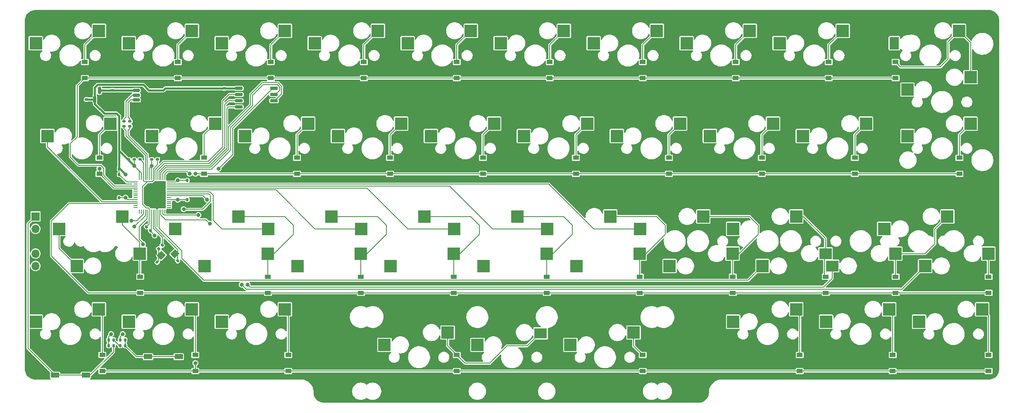
<source format=gbl>
%TF.GenerationSoftware,KiCad,Pcbnew,7.0.6*%
%TF.CreationDate,2023-12-03T11:50:15-05:00*%
%TF.ProjectId,cutiepie2040-dual-stagger-hotswap-pcb,63757469-6570-4696-9532-3034302d6475,rev?*%
%TF.SameCoordinates,PX2d6b3a0PY6f46b48*%
%TF.FileFunction,Copper,L2,Bot*%
%TF.FilePolarity,Positive*%
%FSLAX46Y46*%
G04 Gerber Fmt 4.6, Leading zero omitted, Abs format (unit mm)*
G04 Created by KiCad (PCBNEW 7.0.6) date 2023-12-03 11:50:15*
%MOMM*%
%LPD*%
G01*
G04 APERTURE LIST*
G04 Aperture macros list*
%AMRoundRect*
0 Rectangle with rounded corners*
0 $1 Rounding radius*
0 $2 $3 $4 $5 $6 $7 $8 $9 X,Y pos of 4 corners*
0 Add a 4 corners polygon primitive as box body*
4,1,4,$2,$3,$4,$5,$6,$7,$8,$9,$2,$3,0*
0 Add four circle primitives for the rounded corners*
1,1,$1+$1,$2,$3*
1,1,$1+$1,$4,$5*
1,1,$1+$1,$6,$7*
1,1,$1+$1,$8,$9*
0 Add four rect primitives between the rounded corners*
20,1,$1+$1,$2,$3,$4,$5,0*
20,1,$1+$1,$4,$5,$6,$7,0*
20,1,$1+$1,$6,$7,$8,$9,0*
20,1,$1+$1,$8,$9,$2,$3,0*%
%AMRotRect*
0 Rectangle, with rotation*
0 The origin of the aperture is its center*
0 $1 length*
0 $2 width*
0 $3 Rotation angle, in degrees counterclockwise*
0 Add horizontal line*
21,1,$1,$2,0,0,$3*%
G04 Aperture macros list end*
%TA.AperFunction,SMDPad,CuDef*%
%ADD10R,1.950000X2.500000*%
%TD*%
%TA.AperFunction,SMDPad,CuDef*%
%ADD11R,2.550000X2.500000*%
%TD*%
%TA.AperFunction,SMDPad,CuDef*%
%ADD12RoundRect,0.140000X0.170000X-0.140000X0.170000X0.140000X-0.170000X0.140000X-0.170000X-0.140000X0*%
%TD*%
%TA.AperFunction,SMDPad,CuDef*%
%ADD13R,1.200000X0.900000*%
%TD*%
%TA.AperFunction,SMDPad,CuDef*%
%ADD14RoundRect,0.140000X0.021213X-0.219203X0.219203X-0.021213X-0.021213X0.219203X-0.219203X0.021213X0*%
%TD*%
%TA.AperFunction,SMDPad,CuDef*%
%ADD15R,1.700000X1.000000*%
%TD*%
%TA.AperFunction,SMDPad,CuDef*%
%ADD16RoundRect,0.135000X0.035355X-0.226274X0.226274X-0.035355X-0.035355X0.226274X-0.226274X0.035355X0*%
%TD*%
%TA.AperFunction,SMDPad,CuDef*%
%ADD17RoundRect,0.135000X-0.135000X-0.185000X0.135000X-0.185000X0.135000X0.185000X-0.135000X0.185000X0*%
%TD*%
%TA.AperFunction,SMDPad,CuDef*%
%ADD18RoundRect,0.135000X0.135000X0.185000X-0.135000X0.185000X-0.135000X-0.185000X0.135000X-0.185000X0*%
%TD*%
%TA.AperFunction,SMDPad,CuDef*%
%ADD19R,2.550000X2.250000*%
%TD*%
%TA.AperFunction,SMDPad,CuDef*%
%ADD20RoundRect,0.140000X-0.140000X-0.170000X0.140000X-0.170000X0.140000X0.170000X-0.140000X0.170000X0*%
%TD*%
%TA.AperFunction,SMDPad,CuDef*%
%ADD21RoundRect,0.140000X0.140000X0.170000X-0.140000X0.170000X-0.140000X-0.170000X0.140000X-0.170000X0*%
%TD*%
%TA.AperFunction,SMDPad,CuDef*%
%ADD22RoundRect,0.135000X-0.185000X0.135000X-0.185000X-0.135000X0.185000X-0.135000X0.185000X0.135000X0*%
%TD*%
%TA.AperFunction,SMDPad,CuDef*%
%ADD23R,2.550000X2.150000*%
%TD*%
%TA.AperFunction,SMDPad,CuDef*%
%ADD24RoundRect,0.140000X-0.021213X0.219203X-0.219203X0.021213X0.021213X-0.219203X0.219203X-0.021213X0*%
%TD*%
%TA.AperFunction,SMDPad,CuDef*%
%ADD25RoundRect,0.140000X-0.170000X0.140000X-0.170000X-0.140000X0.170000X-0.140000X0.170000X0.140000X0*%
%TD*%
%TA.AperFunction,SMDPad,CuDef*%
%ADD26RoundRect,0.150000X0.150000X-0.587500X0.150000X0.587500X-0.150000X0.587500X-0.150000X-0.587500X0*%
%TD*%
%TA.AperFunction,SMDPad,CuDef*%
%ADD27RoundRect,0.150000X0.650000X0.150000X-0.650000X0.150000X-0.650000X-0.150000X0.650000X-0.150000X0*%
%TD*%
%TA.AperFunction,SMDPad,CuDef*%
%ADD28RoundRect,0.050000X0.387500X0.050000X-0.387500X0.050000X-0.387500X-0.050000X0.387500X-0.050000X0*%
%TD*%
%TA.AperFunction,SMDPad,CuDef*%
%ADD29RoundRect,0.050000X0.050000X0.387500X-0.050000X0.387500X-0.050000X-0.387500X0.050000X-0.387500X0*%
%TD*%
%TA.AperFunction,ComponentPad*%
%ADD30C,0.800000*%
%TD*%
%TA.AperFunction,SMDPad,CuDef*%
%ADD31RoundRect,0.144000X1.456000X1.456000X-1.456000X1.456000X-1.456000X-1.456000X1.456000X-1.456000X0*%
%TD*%
%TA.AperFunction,ComponentPad*%
%ADD32R,1.700000X1.700000*%
%TD*%
%TA.AperFunction,ComponentPad*%
%ADD33O,1.700000X1.700000*%
%TD*%
%TA.AperFunction,SMDPad,CuDef*%
%ADD34RoundRect,0.140000X0.219203X0.021213X0.021213X0.219203X-0.219203X-0.021213X-0.021213X-0.219203X0*%
%TD*%
%TA.AperFunction,SMDPad,CuDef*%
%ADD35RoundRect,0.150000X-0.625000X0.150000X-0.625000X-0.150000X0.625000X-0.150000X0.625000X0.150000X0*%
%TD*%
%TA.AperFunction,SMDPad,CuDef*%
%ADD36RoundRect,0.229167X-0.670833X0.320833X-0.670833X-0.320833X0.670833X-0.320833X0.670833X0.320833X0*%
%TD*%
%TA.AperFunction,SMDPad,CuDef*%
%ADD37RotRect,1.400000X1.200000X45.000000*%
%TD*%
%TA.AperFunction,ViaPad*%
%ADD38C,0.800000*%
%TD*%
%TA.AperFunction,Conductor*%
%ADD39C,0.200000*%
%TD*%
%TA.AperFunction,Conductor*%
%ADD40C,0.400000*%
%TD*%
G04 APERTURE END LIST*
D10*
%TO.P,MX35,1,COL*%
%TO.N,col9*%
X178352380Y73977794D03*
D11*
%TO.P,MX35,2,ROW*%
%TO.N,Net-(D35-A)*%
X191579380Y76517794D03*
%TD*%
D12*
%TO.P,C_1V-Decoup2,1*%
%TO.N,+1V1*%
X27384318Y50121801D03*
%TO.P,C_1V-Decoup2,2*%
%TO.N,GND*%
X27384318Y51081801D03*
%TD*%
D11*
%TO.P,MX4,1,COL*%
%TO.N,col0*%
X2439880Y16827794D03*
%TO.P,MX4,2,ROW*%
%TO.N,Net-(D4-A)*%
X15366880Y19367794D03*
%TD*%
%TO.P,MX1,1,COL*%
%TO.N,col0*%
X2439880Y73977794D03*
%TO.P,MX1,2,ROW*%
%TO.N,Net-(D1-A)*%
X15366880Y76517794D03*
%TD*%
D13*
%TO.P,D6,1,K*%
%TO.N,row1*%
X36909326Y47165862D03*
%TO.P,D6,2,A*%
%TO.N,Net-(D6-A)*%
X36909326Y50465862D03*
%TD*%
%TO.P,D14,1,K*%
%TO.N,row1*%
X75009358Y47165862D03*
%TO.P,D14,2,A*%
%TO.N,Net-(D14-A)*%
X75009358Y50465862D03*
%TD*%
D14*
%TO.P,C_Crystal1,1*%
%TO.N,GND*%
X30797350Y28650557D03*
%TO.P,C_Crystal1,2*%
%TO.N,XTAL_IN*%
X31476172Y29329379D03*
%TD*%
D15*
%TO.P,SW2,1,1*%
%TO.N,GND*%
X12674928Y9639265D03*
X6374928Y9639265D03*
%TO.P,SW2,2,2*%
%TO.N,RESET*%
X12674928Y5839265D03*
X6374928Y5839265D03*
%TD*%
D11*
%TO.P,MX22,1,COL*%
%TO.N,col5*%
X107214880Y35877794D03*
%TO.P,MX22,2,ROW*%
%TO.N,Net-(D22-A)*%
X120141880Y38417794D03*
%TD*%
D13*
%TO.P,D37,1,K*%
%TO.N,row2*%
X197643836Y22758029D03*
%TO.P,D37,2,A*%
%TO.N,Net-(D37-A)*%
X197643836Y26058029D03*
%TD*%
D16*
%TO.P,R_Crystal1,1*%
%TO.N,Net-(C_Crystal2-Pad2)*%
X27619007Y31786474D03*
%TO.P,R_Crystal1,2*%
%TO.N,XTAL_OUT*%
X28340255Y32507722D03*
%TD*%
D11*
%TO.P,MX17,1,COL*%
%TO.N,col4*%
X83402380Y54927794D03*
%TO.P,MX17,2,ROW*%
%TO.N,Net-(D17-A)*%
X96329380Y57467794D03*
%TD*%
%TO.P,MX43,1,COL*%
%TO.N,col3*%
X75120434Y28257674D03*
%TO.P,MX43,2,ROW*%
%TO.N,Net-(D15-A)*%
X88047434Y30797674D03*
%TD*%
%TO.P,MX2,1,COL*%
%TO.N,col0*%
X4821130Y54927794D03*
%TO.P,MX2,2,ROW*%
%TO.N,Net-(D2-A)*%
X17748130Y57467794D03*
%TD*%
%TO.P,MX11,1,COL*%
%TO.N,col2*%
X50064880Y35877794D03*
%TO.P,MX11,2,ROW*%
%TO.N,Net-(D11-A)*%
X62991880Y38417794D03*
%TD*%
D17*
%TO.P,R_Flash2,1*%
%TO.N,+3V3*%
X17349310Y13097082D03*
%TO.P,R_Flash2,2*%
%TO.N,Net-(R_Flash2-Pad2)*%
X18369310Y13097082D03*
%TD*%
D11*
%TO.P,MX10,1,COL*%
%TO.N,col2*%
X45302380Y54927794D03*
%TO.P,MX10,2,ROW*%
%TO.N,Net-(D10-A)*%
X58229380Y57467794D03*
%TD*%
%TO.P,MX18,1,COL*%
%TO.N,col4*%
X88164880Y35877794D03*
%TO.P,MX18,2,ROW*%
%TO.N,Net-(D18-A)*%
X101091880Y38417794D03*
%TD*%
D13*
%TO.P,D17,1,K*%
%TO.N,row1*%
X94059374Y47165862D03*
%TO.P,D17,2,A*%
%TO.N,Net-(D17-A)*%
X94059374Y50465862D03*
%TD*%
D11*
%TO.P,MX30,1,COL*%
%TO.N,col7*%
X145314880Y16827794D03*
%TO.P,MX30,2,ROW*%
%TO.N,Net-(D30-A)*%
X158241880Y19367794D03*
%TD*%
D18*
%TO.P,R_Flash1,1*%
%TO.N,Net-(R_Flash1-Pad1)*%
X20750562Y13097082D03*
%TO.P,R_Flash1,2*%
%TO.N,CS*%
X19730562Y13097082D03*
%TD*%
D15*
%TO.P,SW1,1,1*%
%TO.N,GND*%
X25424944Y5839265D03*
X31724944Y5839265D03*
%TO.P,SW1,2,2*%
%TO.N,Net-(R_Flash1-Pad1)*%
X25424944Y9639265D03*
X31724944Y9639265D03*
%TD*%
D17*
%TO.P,R_Flash3,1*%
%TO.N,Net-(R_Flash2-Pad2)*%
X19730561Y11906456D03*
%TO.P,R_Flash3,2*%
%TO.N,Net-(R_Flash1-Pad1)*%
X20750561Y11906456D03*
%TD*%
D13*
%TO.P,D8,1,K*%
%TO.N,row3*%
X35123387Y6684578D03*
%TO.P,D8,2,A*%
%TO.N,Net-(D8-A)*%
X35123387Y9984578D03*
%TD*%
%TO.P,D20,1,K*%
%TO.N,row0*%
X107751840Y66811191D03*
%TO.P,D20,2,A*%
%TO.N,Net-(D20-A)*%
X107751840Y70111191D03*
%TD*%
D11*
%TO.P,MX49,1,COL*%
%TO.N,col9*%
X181033828Y64452748D03*
%TO.P,MX49,2,ROW*%
%TO.N,Net-(D35-A)*%
X193960828Y66992748D03*
%TD*%
D13*
%TO.P,D15,1,K*%
%TO.N,row2*%
X88106244Y22758029D03*
%TO.P,D15,2,A*%
%TO.N,Net-(D15-A)*%
X88106244Y26058029D03*
%TD*%
%TO.P,D31,1,K*%
%TO.N,row0*%
X164901621Y66811191D03*
%TO.P,D31,2,A*%
%TO.N,Net-(D31-A)*%
X164901621Y70111191D03*
%TD*%
D12*
%TO.P,C_3V-Decoup2,1*%
%TO.N,+3V3*%
X21431304Y50121690D03*
%TO.P,C_3V-Decoup2,2*%
%TO.N,GND*%
X21431304Y51081690D03*
%TD*%
D11*
%TO.P,MX23,1,COL*%
%TO.N,col5*%
X111977380Y12065024D03*
%TO.P,MX23,2,ROW*%
%TO.N,Net-(D23-A)*%
X124904380Y14605024D03*
%TD*%
D13*
%TO.P,D13,1,K*%
%TO.N,row0*%
X69651744Y66811191D03*
%TO.P,D13,2,A*%
%TO.N,Net-(D13-A)*%
X69651744Y70111191D03*
%TD*%
D11*
%TO.P,MX46,1,COL*%
%TO.N,col6*%
X132270434Y28257724D03*
%TO.P,MX46,2,ROW*%
%TO.N,Net-(D26-A)*%
X145197434Y30797724D03*
%TD*%
D13*
%TO.P,D23,1,K*%
%TO.N,row3*%
X126801589Y6684578D03*
%TO.P,D23,2,A*%
%TO.N,Net-(D23-A)*%
X126801589Y9984578D03*
%TD*%
D11*
%TO.P,MX48,1,COL*%
%TO.N,col8*%
X176271184Y35877514D03*
%TO.P,MX48,2,ROW*%
%TO.N,Net-(D33-A)*%
X189198184Y38417514D03*
%TD*%
D19*
%TO.P,MX33,1,COL*%
%TO.N,col8*%
X165607880Y28257794D03*
D11*
%TO.P,MX33,2,ROW*%
%TO.N,Net-(D33-A)*%
X178534880Y30797794D03*
%TD*%
D12*
%TO.P,C_3V-Decoup7,1*%
%TO.N,+3V3*%
X22621812Y50121690D03*
%TO.P,C_3V-Decoup7,2*%
%TO.N,GND*%
X22621812Y51081690D03*
%TD*%
D13*
%TO.P,D32,1,K*%
%TO.N,row1*%
X170259438Y47165862D03*
%TO.P,D32,2,A*%
%TO.N,Net-(D32-A)*%
X170259438Y50465862D03*
%TD*%
%TO.P,D4,1,K*%
%TO.N,row3*%
X16073371Y6684578D03*
%TO.P,D4,2,A*%
%TO.N,Net-(D4-A)*%
X16073371Y9984578D03*
%TD*%
D11*
%TO.P,MX13,1,COL*%
%TO.N,col3*%
X59589880Y73977794D03*
%TO.P,MX13,2,ROW*%
%TO.N,Net-(D13-A)*%
X72516880Y76517794D03*
%TD*%
D20*
%TO.P,C_3V-Decoup9,1*%
%TO.N,+3V3*%
X33452761Y41862608D03*
%TO.P,C_3V-Decoup9,2*%
%TO.N,GND*%
X34412761Y41862608D03*
%TD*%
D21*
%TO.P,C_3V-Decoup4,1*%
%TO.N,+3V3*%
X19529936Y42267419D03*
%TO.P,C_3V-Decoup4,2*%
%TO.N,GND*%
X18569936Y42267419D03*
%TD*%
D13*
%TO.P,D26,1,K*%
%TO.N,row2*%
X145256292Y22758029D03*
%TO.P,D26,2,A*%
%TO.N,Net-(D26-A)*%
X145256292Y26058029D03*
%TD*%
D11*
%TO.P,MX29,1,COL*%
%TO.N,col7*%
X145314880Y35877794D03*
%TO.P,MX29,2,ROW*%
%TO.N,Net-(D29-A)*%
X158241880Y38417794D03*
%TD*%
D13*
%TO.P,D28,1,K*%
%TO.N,row1*%
X151209422Y47165862D03*
%TO.P,D28,2,A*%
%TO.N,Net-(D28-A)*%
X151209422Y50465862D03*
%TD*%
D11*
%TO.P,MX15,1,COL*%
%TO.N,col3*%
X69114880Y35877794D03*
%TO.P,MX15,2,ROW*%
%TO.N,Net-(D15-A)*%
X82041880Y38417794D03*
%TD*%
D22*
%TO.P,R_DATA1,1*%
%TO.N,D+*%
X21728959Y57957801D03*
%TO.P,R_DATA1,2*%
%TO.N,+*%
X21728959Y56937802D03*
%TD*%
D11*
%TO.P,MX41,1,COL*%
%TO.N,col1*%
X37020434Y28257724D03*
%TO.P,MX41,2,ROW*%
%TO.N,Net-(D7-A)*%
X49947434Y30797724D03*
%TD*%
%TO.P,MX39,1,COL*%
%TO.N,col4*%
X92927380Y12065024D03*
D23*
%TO.P,MX39,2,ROW*%
%TO.N,Net-(D19-A)*%
X105854380Y14430024D03*
%TD*%
D11*
%TO.P,MX14,1,COL*%
%TO.N,col3*%
X64352380Y54927794D03*
%TO.P,MX14,2,ROW*%
%TO.N,Net-(D14-A)*%
X77279380Y57467794D03*
%TD*%
%TO.P,MX16,1,COL*%
%TO.N,col4*%
X78639880Y73977794D03*
%TO.P,MX16,2,ROW*%
%TO.N,Net-(D16-A)*%
X91566880Y76517794D03*
%TD*%
%TO.P,MX5,1,COL*%
%TO.N,col1*%
X21489880Y73977794D03*
%TO.P,MX5,2,ROW*%
%TO.N,Net-(D5-A)*%
X34416880Y76517794D03*
%TD*%
D24*
%TO.P,C_3V-Decoup8,1*%
%TO.N,+3V3*%
X25937790Y35463074D03*
%TO.P,C_3V-Decoup8,2*%
%TO.N,GND*%
X25258968Y34784252D03*
%TD*%
D11*
%TO.P,MX40,1,COL*%
%TO.N,col0*%
X10826684Y28257724D03*
%TO.P,MX40,2,ROW*%
%TO.N,Net-(D3-A)*%
X23753684Y30797724D03*
%TD*%
%TO.P,MX24,1,COL*%
%TO.N,col6*%
X116739880Y73977794D03*
%TO.P,MX24,2,ROW*%
%TO.N,Net-(D24-A)*%
X129666880Y76517794D03*
%TD*%
D25*
%TO.P,C_Flash1,1*%
%TO.N,+3V3*%
X41076517Y64710627D03*
%TO.P,C_Flash1,2*%
%TO.N,GND*%
X41076517Y63750627D03*
%TD*%
D11*
%TO.P,MX47,1,COL*%
%TO.N,col7*%
X151320434Y28257724D03*
D19*
%TO.P,MX47,2,ROW*%
%TO.N,Net-(D29-A)*%
X164247434Y30797724D03*
%TD*%
D11*
%TO.P,MX21,1,COL*%
%TO.N,col5*%
X102452380Y54927794D03*
%TO.P,MX21,2,ROW*%
%TO.N,Net-(D21-A)*%
X115379380Y57467794D03*
%TD*%
%TO.P,MX32,1,COL*%
%TO.N,col8*%
X159602380Y54927794D03*
%TO.P,MX32,2,ROW*%
%TO.N,Net-(D32-A)*%
X172529380Y57467794D03*
%TD*%
%TO.P,MX38,1,COL*%
%TO.N,col9*%
X183414880Y16827794D03*
%TO.P,MX38,2,ROW*%
%TO.N,Net-(D38-A)*%
X196341880Y19367794D03*
%TD*%
D13*
%TO.P,D10,1,K*%
%TO.N,row1*%
X55959342Y47165862D03*
%TO.P,D10,2,A*%
%TO.N,Net-(D10-A)*%
X55959342Y50465862D03*
%TD*%
D11*
%TO.P,MX20,1,COL*%
%TO.N,col5*%
X97689880Y73977794D03*
%TO.P,MX20,2,ROW*%
%TO.N,Net-(D20-A)*%
X110616880Y76517794D03*
%TD*%
D13*
%TO.P,D35,1,K*%
%TO.N,row0*%
X178593820Y66811191D03*
%TO.P,D35,2,A*%
%TO.N,Net-(D35-A)*%
X178593820Y70111191D03*
%TD*%
D11*
%TO.P,MX6,1,COL*%
%TO.N,col1*%
X26252380Y54927794D03*
%TO.P,MX6,2,ROW*%
%TO.N,Net-(D6-A)*%
X39179380Y57467794D03*
%TD*%
D13*
%TO.P,D38,1,K*%
%TO.N,row3*%
X197643836Y6684578D03*
%TO.P,D38,2,A*%
%TO.N,Net-(D38-A)*%
X197643836Y9984578D03*
%TD*%
%TO.P,D19,1,K*%
%TO.N,row3*%
X88701557Y6684578D03*
%TO.P,D19,2,A*%
%TO.N,Net-(D19-A)*%
X88701557Y9984578D03*
%TD*%
D26*
%TO.P,U3,1,GND*%
%TO.N,GND*%
X16428164Y62430627D03*
%TO.P,U3,2,VO*%
%TO.N,+3V3*%
X14528164Y62430627D03*
%TO.P,U3,3,VI*%
%TO.N,+5V*%
X15478164Y64305627D03*
%TD*%
D11*
%TO.P,MX36,1,COL*%
%TO.N,col9*%
X181033630Y54927794D03*
%TO.P,MX36,2,ROW*%
%TO.N,Net-(D36-A)*%
X193960630Y57467794D03*
%TD*%
D13*
%TO.P,D25,1,K*%
%TO.N,row1*%
X132159406Y47165862D03*
%TO.P,D25,2,A*%
%TO.N,Net-(D25-A)*%
X132159406Y50465862D03*
%TD*%
D11*
%TO.P,MX37,1,COL*%
%TO.N,col9*%
X184658080Y28257794D03*
%TO.P,MX37,2,ROW*%
%TO.N,Net-(D37-A)*%
X197585080Y30797794D03*
%TD*%
%TO.P,MX8,1,COL*%
%TO.N,col1*%
X21489880Y16827794D03*
%TO.P,MX8,2,ROW*%
%TO.N,Net-(D8-A)*%
X34416880Y19367794D03*
%TD*%
D13*
%TO.P,D11,1,K*%
%TO.N,row2*%
X69056228Y22758029D03*
%TO.P,D11,2,A*%
%TO.N,Net-(D11-A)*%
X69056228Y26058029D03*
%TD*%
D24*
%TO.P,C_1V-Decoup3,1*%
%TO.N,+1V1*%
X25095889Y36304975D03*
%TO.P,C_1V-Decoup3,2*%
%TO.N,GND*%
X24417067Y35626153D03*
%TD*%
D11*
%TO.P,MX26,1,COL*%
%TO.N,col6*%
X126264880Y35877794D03*
%TO.P,MX26,2,ROW*%
%TO.N,Net-(D26-A)*%
X139191880Y38417794D03*
%TD*%
D13*
%TO.P,D18,1,K*%
%TO.N,row2*%
X107156260Y22758029D03*
%TO.P,D18,2,A*%
%TO.N,Net-(D18-A)*%
X107156260Y26058029D03*
%TD*%
D11*
%TO.P,MX9,1,COL*%
%TO.N,col2*%
X40539880Y73977794D03*
%TO.P,MX9,2,ROW*%
%TO.N,Net-(D9-A)*%
X53466880Y76517794D03*
%TD*%
D13*
%TO.P,D34,1,K*%
%TO.N,row3*%
X177998507Y6684578D03*
%TO.P,D34,2,A*%
%TO.N,Net-(D34-A)*%
X177998507Y9984578D03*
%TD*%
%TO.P,D2,1,K*%
%TO.N,row1*%
X15478058Y47165862D03*
%TO.P,D2,2,A*%
%TO.N,Net-(D2-A)*%
X15478058Y50465862D03*
%TD*%
%TO.P,D3,1,K*%
%TO.N,row2*%
X23812440Y22758029D03*
%TO.P,D3,2,A*%
%TO.N,Net-(D3-A)*%
X23812440Y26058029D03*
%TD*%
%TO.P,D29,1,K*%
%TO.N,row2*%
X164306308Y22758029D03*
%TO.P,D29,2,A*%
%TO.N,Net-(D29-A)*%
X164306308Y26058029D03*
%TD*%
D11*
%TO.P,MX44,1,COL*%
%TO.N,col4*%
X94170434Y28257724D03*
%TO.P,MX44,2,ROW*%
%TO.N,Net-(D18-A)*%
X107097434Y30797724D03*
%TD*%
D13*
%TO.P,D16,1,K*%
%TO.N,row0*%
X88701792Y66811191D03*
%TO.P,D16,2,A*%
%TO.N,Net-(D16-A)*%
X88701792Y70111191D03*
%TD*%
D20*
%TO.P,C_3V-Decoup6,1*%
%TO.N,+3V3*%
X33452761Y45839297D03*
%TO.P,C_3V-Decoup6,2*%
%TO.N,GND*%
X34412761Y45839297D03*
%TD*%
D11*
%TO.P,MX45,1,COL*%
%TO.N,col5*%
X113220434Y28257674D03*
%TO.P,MX45,2,ROW*%
%TO.N,Net-(D22-A)*%
X126147434Y30797674D03*
%TD*%
D13*
%TO.P,D30,1,K*%
%TO.N,row3*%
X158948491Y6684578D03*
%TO.P,D30,2,A*%
%TO.N,Net-(D30-A)*%
X158948491Y9984578D03*
%TD*%
%TO.P,D1,1,K*%
%TO.N,row0*%
X12501493Y66811191D03*
%TO.P,D1,2,A*%
%TO.N,Net-(D1-A)*%
X12501493Y70111191D03*
%TD*%
D21*
%TO.P,C_3V-Decoup1,1*%
%TO.N,+3V3*%
X19529936Y48220549D03*
%TO.P,C_3V-Decoup1,2*%
%TO.N,GND*%
X18569936Y48220549D03*
%TD*%
D25*
%TO.P,C_LD1,1*%
%TO.N,+5V*%
X18157077Y64305627D03*
%TO.P,C_LD1,2*%
%TO.N,GND*%
X18157077Y63345627D03*
%TD*%
D11*
%TO.P,MX7,1,COL*%
%TO.N,col1*%
X31014880Y35877794D03*
%TO.P,MX7,2,ROW*%
%TO.N,Net-(D7-A)*%
X43941880Y38417794D03*
%TD*%
D17*
%TO.P,R_RST1,1*%
%TO.N,+3V3*%
X17349310Y11906456D03*
%TO.P,R_RST1,2*%
%TO.N,RESET*%
X18369310Y11906456D03*
%TD*%
D11*
%TO.P,MX12,1,COL*%
%TO.N,col2*%
X40539880Y16827794D03*
%TO.P,MX12,2,ROW*%
%TO.N,Net-(D12-A)*%
X53466880Y19367794D03*
%TD*%
%TO.P,MX3,1,COL*%
%TO.N,col0*%
X7202380Y35877794D03*
%TO.P,MX3,2,ROW*%
%TO.N,Net-(D3-A)*%
X20129380Y38417794D03*
%TD*%
D27*
%TO.P,U2,1,~{CS}*%
%TO.N,CS*%
X51224960Y64710627D03*
%TO.P,U2,2,DO(IO1)*%
%TO.N,SD1*%
X51224960Y63440627D03*
%TO.P,U2,3,IO2*%
%TO.N,SD2*%
X51224960Y62170627D03*
%TO.P,U2,4,GND*%
%TO.N,GND*%
X51224960Y60900627D03*
%TO.P,U2,5,DI(IO0)*%
%TO.N,SD0*%
X44024960Y60900627D03*
%TO.P,U2,6,CLK*%
%TO.N,QSPI_CLK*%
X44024960Y62170627D03*
%TO.P,U2,7,IO3*%
%TO.N,SD3*%
X44024960Y63440627D03*
%TO.P,U2,8,VCC*%
%TO.N,+3V3*%
X44024960Y64710627D03*
%TD*%
D13*
%TO.P,D33,1,K*%
%TO.N,row2*%
X178593820Y22758029D03*
%TO.P,D33,2,A*%
%TO.N,Net-(D33-A)*%
X178593820Y26058029D03*
%TD*%
%TO.P,D36,1,K*%
%TO.N,row1*%
X191690706Y47165862D03*
%TO.P,D36,2,A*%
%TO.N,Net-(D36-A)*%
X191690706Y50465862D03*
%TD*%
%TO.P,D7,1,K*%
%TO.N,row2*%
X50006212Y22758029D03*
%TO.P,D7,2,A*%
%TO.N,Net-(D7-A)*%
X50006212Y26058029D03*
%TD*%
D11*
%TO.P,MX42,1,COL*%
%TO.N,col2*%
X56070434Y28257674D03*
%TO.P,MX42,2,ROW*%
%TO.N,Net-(D11-A)*%
X68997434Y30797674D03*
%TD*%
D13*
%TO.P,D12,1,K*%
%TO.N,row3*%
X54173403Y6684578D03*
%TO.P,D12,2,A*%
%TO.N,Net-(D12-A)*%
X54173403Y9984578D03*
%TD*%
D12*
%TO.P,C_1V-Decoup1,1*%
%TO.N,+1V1*%
X23812440Y50121690D03*
%TO.P,C_1V-Decoup1,2*%
%TO.N,GND*%
X23812440Y51081690D03*
%TD*%
%TO.P,C_3V-Decoup3,1*%
%TO.N,+3V3*%
X26193692Y50121801D03*
%TO.P,C_3V-Decoup3,2*%
%TO.N,GND*%
X26193692Y51081801D03*
%TD*%
D11*
%TO.P,MX27,1,COL*%
%TO.N,col7*%
X135789880Y73977794D03*
%TO.P,MX27,2,ROW*%
%TO.N,Net-(D27-A)*%
X148716880Y76517794D03*
%TD*%
D13*
%TO.P,D22,1,K*%
%TO.N,row2*%
X126206276Y22758029D03*
%TO.P,D22,2,A*%
%TO.N,Net-(D22-A)*%
X126206276Y26058029D03*
%TD*%
D28*
%TO.P,U1,1,IOVDD*%
%TO.N,+3V3*%
X29715688Y45462608D03*
%TO.P,U1,2,GPIO0*%
%TO.N,col6*%
X29715688Y45062608D03*
%TO.P,U1,3,GPIO1*%
%TO.N,col5*%
X29715688Y44662608D03*
%TO.P,U1,4,GPIO2*%
%TO.N,col4*%
X29715688Y44262608D03*
%TO.P,U1,5,GPIO3*%
%TO.N,col3*%
X29715688Y43862608D03*
%TO.P,U1,6,GPIO4*%
%TO.N,col2*%
X29715688Y43462608D03*
%TO.P,U1,7,GPIO5*%
%TO.N,col1*%
X29715688Y43062608D03*
%TO.P,U1,8,GPIO6*%
%TO.N,row3*%
X29715688Y42662608D03*
%TO.P,U1,9,GPIO7*%
%TO.N,unconnected-(U1-GPIO7-Pad9)*%
X29715688Y42262608D03*
%TO.P,U1,10,IOVDD*%
%TO.N,+3V3*%
X29715688Y41862608D03*
%TO.P,U1,11,GPIO8*%
%TO.N,unconnected-(U1-GPIO8-Pad11)*%
X29715688Y41462608D03*
%TO.P,U1,12,GPIO9*%
%TO.N,unconnected-(U1-GPIO9-Pad12)*%
X29715688Y41062608D03*
%TO.P,U1,13,GPIO10*%
%TO.N,unconnected-(U1-GPIO10-Pad13)*%
X29715688Y40662608D03*
%TO.P,U1,14,GPIO11*%
%TO.N,unconnected-(U1-GPIO11-Pad14)*%
X29715688Y40262608D03*
D29*
%TO.P,U1,15,GPIO12*%
%TO.N,unconnected-(U1-GPIO12-Pad15)*%
X28878188Y39425108D03*
%TO.P,U1,16,GPIO13*%
%TO.N,col9*%
X28478188Y39425108D03*
%TO.P,U1,17,GPIO14*%
%TO.N,col8*%
X28078188Y39425108D03*
%TO.P,U1,18,GPIO15*%
%TO.N,col7*%
X27678188Y39425108D03*
%TO.P,U1,19,TESTEN*%
%TO.N,GND*%
X27278188Y39425108D03*
%TO.P,U1,20,XIN*%
%TO.N,XTAL_IN*%
X26878188Y39425108D03*
%TO.P,U1,21,XOUT*%
%TO.N,XTAL_OUT*%
X26478188Y39425108D03*
%TO.P,U1,22,IOVDD*%
%TO.N,+3V3*%
X26078188Y39425108D03*
%TO.P,U1,23,DVDD*%
%TO.N,+1V1*%
X25678188Y39425108D03*
%TO.P,U1,24,SWCLK*%
%TO.N,SWCLK*%
X25278188Y39425108D03*
%TO.P,U1,25,SWD*%
%TO.N,SWDIO*%
X24878188Y39425108D03*
%TO.P,U1,26,RUN*%
%TO.N,RESET*%
X24478188Y39425108D03*
%TO.P,U1,27,GPIO16*%
%TO.N,unconnected-(U1-GPIO16-Pad27)*%
X24078188Y39425108D03*
%TO.P,U1,28,GPIO17*%
%TO.N,unconnected-(U1-GPIO17-Pad28)*%
X23678188Y39425108D03*
D28*
%TO.P,U1,29,GPIO18*%
%TO.N,unconnected-(U1-GPIO18-Pad29)*%
X22840688Y40262608D03*
%TO.P,U1,30,GPIO19*%
%TO.N,unconnected-(U1-GPIO19-Pad30)*%
X22840688Y40662608D03*
%TO.P,U1,31,GPIO20*%
%TO.N,row2*%
X22840688Y41062608D03*
%TO.P,U1,32,GPIO21*%
%TO.N,col0*%
X22840688Y41462608D03*
%TO.P,U1,33,IOVDD*%
%TO.N,+3V3*%
X22840688Y41862608D03*
%TO.P,U1,34,GPIO22*%
%TO.N,unconnected-(U1-GPIO22-Pad34)*%
X22840688Y42262608D03*
%TO.P,U1,35,GPIO23*%
%TO.N,unconnected-(U1-GPIO23-Pad35)*%
X22840688Y42662608D03*
%TO.P,U1,36,GPIO24*%
%TO.N,unconnected-(U1-GPIO24-Pad36)*%
X22840688Y43062608D03*
%TO.P,U1,37,GPIO25*%
%TO.N,unconnected-(U1-GPIO25-Pad37)*%
X22840688Y43462608D03*
%TO.P,U1,38,GPIO26_ADC0*%
%TO.N,unconnected-(U1-GPIO26_ADC0-Pad38)*%
X22840688Y43862608D03*
%TO.P,U1,39,GPIO27_ADC1*%
%TO.N,row1*%
X22840688Y44262608D03*
%TO.P,U1,40,GPIO28_ADC2*%
%TO.N,row0*%
X22840688Y44662608D03*
%TO.P,U1,41,GPIO29_ADC3*%
%TO.N,unconnected-(U1-GPIO29_ADC3-Pad41)*%
X22840688Y45062608D03*
%TO.P,U1,42,IOVDD*%
%TO.N,+3V3*%
X22840688Y45462608D03*
D29*
%TO.P,U1,43,ADC_AVDD*%
X23678188Y46300108D03*
%TO.P,U1,44,VREG_IN*%
X24078188Y46300108D03*
%TO.P,U1,45,VREG_VOUT*%
%TO.N,+1V1*%
X24478188Y46300108D03*
%TO.P,U1,46,USB_D-*%
%TO.N,-*%
X24878188Y46300108D03*
%TO.P,U1,47,USB_D+*%
%TO.N,+*%
X25278188Y46300108D03*
%TO.P,U1,48,USB_VDD*%
%TO.N,+3V3*%
X25678188Y46300108D03*
%TO.P,U1,49,IOVDD*%
X26078188Y46300108D03*
%TO.P,U1,50,DVDD*%
%TO.N,+1V1*%
X26478188Y46300108D03*
%TO.P,U1,51,QSPI_SD3*%
%TO.N,SD3*%
X26878188Y46300108D03*
%TO.P,U1,52,QSPI_SCLK*%
%TO.N,QSPI_CLK*%
X27278188Y46300108D03*
%TO.P,U1,53,QSPI_SD0*%
%TO.N,SD0*%
X27678188Y46300108D03*
%TO.P,U1,54,QSPI_SD2*%
%TO.N,SD2*%
X28078188Y46300108D03*
%TO.P,U1,55,QSPI_SD1*%
%TO.N,SD1*%
X28478188Y46300108D03*
%TO.P,U1,56,QSPI_SS*%
%TO.N,CS*%
X28878188Y46300108D03*
D30*
%TO.P,U1,57,GND*%
%TO.N,GND*%
X27553188Y41587608D03*
X27553188Y42862608D03*
X27553188Y44137608D03*
X26278188Y41587608D03*
X26278188Y42862608D03*
D31*
X26278188Y42862608D03*
D30*
X26278188Y44137608D03*
X25003188Y41587608D03*
X25003188Y42862608D03*
X25003188Y44137608D03*
%TD*%
D32*
%TO.P,J2,1,Pin_1*%
%TO.N,RESET*%
X2381172Y38417724D03*
D33*
%TO.P,J2,2,Pin_2*%
%TO.N,+3V3*%
X2381172Y35877724D03*
%TO.P,J2,3,Pin_3*%
%TO.N,GND*%
X2381172Y33337724D03*
%TO.P,J2,4,Pin_4*%
%TO.N,SWDIO*%
X2381172Y30797724D03*
%TO.P,J2,5,Pin_5*%
%TO.N,SWCLK*%
X2381172Y28257724D03*
%TD*%
D13*
%TO.P,D27,1,K*%
%TO.N,row0*%
X145851605Y66811191D03*
%TO.P,D27,2,A*%
%TO.N,Net-(D27-A)*%
X145851605Y70111191D03*
%TD*%
D34*
%TO.P,C_Crystal2,1*%
%TO.N,GND*%
X27979631Y28358543D03*
%TO.P,C_Crystal2,2*%
%TO.N,Net-(C_Crystal2-Pad2)*%
X27300809Y29037365D03*
%TD*%
D11*
%TO.P,MX28,1,COL*%
%TO.N,col7*%
X140552380Y54927794D03*
%TO.P,MX28,2,ROW*%
%TO.N,Net-(D28-A)*%
X153479380Y57467794D03*
%TD*%
%TO.P,MX25,1,COL*%
%TO.N,col6*%
X121502380Y54927794D03*
%TO.P,MX25,2,ROW*%
%TO.N,Net-(D25-A)*%
X134429380Y57467794D03*
%TD*%
D13*
%TO.P,D9,1,K*%
%TO.N,row0*%
X50601525Y66811191D03*
%TO.P,D9,2,A*%
%TO.N,Net-(D9-A)*%
X50601525Y70111191D03*
%TD*%
%TO.P,D24,1,K*%
%TO.N,row0*%
X126801589Y66811191D03*
%TO.P,D24,2,A*%
%TO.N,Net-(D24-A)*%
X126801589Y70111191D03*
%TD*%
D21*
%TO.P,C_3V-Decoup5,1*%
%TO.N,+3V3*%
X19529936Y47029923D03*
%TO.P,C_3V-Decoup5,2*%
%TO.N,GND*%
X18569936Y47029923D03*
%TD*%
D22*
%TO.P,R_DATA2,1*%
%TO.N,D-*%
X20538333Y57957801D03*
%TO.P,R_DATA2,2*%
%TO.N,-*%
X20538333Y56937802D03*
%TD*%
D11*
%TO.P,MX34,1,COL*%
%TO.N,col8*%
X164364880Y16827794D03*
%TO.P,MX34,2,ROW*%
%TO.N,Net-(D34-A)*%
X177291880Y19367794D03*
%TD*%
D12*
%TO.P,C_LD2,1*%
%TO.N,+3V3*%
X12799251Y62430627D03*
%TO.P,C_LD2,2*%
%TO.N,GND*%
X12799251Y63390627D03*
%TD*%
D35*
%TO.P,J1,1,Pin_1*%
%TO.N,+5V*%
X23003188Y64305627D03*
%TO.P,J1,2,Pin_2*%
%TO.N,D-*%
X23003188Y63305627D03*
%TO.P,J1,3,Pin_3*%
%TO.N,D+*%
X23003188Y62305627D03*
%TO.P,J1,4,Pin_4*%
%TO.N,GND*%
X23003188Y61305627D03*
D36*
%TO.P,J1,MP,MP*%
X26878188Y65605627D03*
X26878188Y60005627D03*
%TD*%
D11*
%TO.P,MX19,1,COL*%
%TO.N,col4*%
X73877380Y12065024D03*
%TO.P,MX19,2,ROW*%
%TO.N,Net-(D19-A)*%
X86804380Y14605024D03*
%TD*%
D13*
%TO.P,D21,1,K*%
%TO.N,row1*%
X113109390Y47165862D03*
%TO.P,D21,2,A*%
%TO.N,Net-(D21-A)*%
X113109390Y50465862D03*
%TD*%
D37*
%TO.P,Y1,1,1*%
%TO.N,Net-(C_Crystal2-Pad2)*%
X28155640Y30415454D03*
%TO.P,Y1,2,2*%
%TO.N,GND*%
X29711275Y31971089D03*
%TO.P,Y1,3,3*%
%TO.N,XTAL_IN*%
X30913356Y30769008D03*
%TO.P,Y1,4,4*%
%TO.N,GND*%
X29357721Y29213373D03*
%TD*%
D13*
%TO.P,D5,1,K*%
%TO.N,row0*%
X31551509Y66811191D03*
%TO.P,D5,2,A*%
%TO.N,Net-(D5-A)*%
X31551509Y70111191D03*
%TD*%
D11*
%TO.P,MX31,1,COL*%
%TO.N,col8*%
X154839880Y73977794D03*
%TO.P,MX31,2,ROW*%
%TO.N,Net-(D31-A)*%
X167766880Y76517794D03*
%TD*%
D38*
%TO.N,GND*%
X25003066Y60722122D03*
X46434334Y64889313D03*
X29170257Y27384594D03*
X30360883Y52387740D03*
X25598379Y32742411D03*
X17859310Y60722122D03*
X35718700Y41862608D03*
X20240562Y5953326D03*
X18454623Y50601801D03*
X29170257Y29170533D03*
X21431188Y52387740D03*
X48815586Y60722122D03*
X17263997Y42267419D03*
%TO.N,+3V3*%
X20835875Y42267419D03*
X26193692Y48815862D03*
X22621814Y48815862D03*
X26789005Y34528350D03*
X20835875Y47029923D03*
X31551509Y41862608D03*
X31551509Y45839297D03*
X17859310Y14287708D03*
%TO.N,row1*%
X35123387Y47165862D03*
X15478058Y48220549D03*
%TO.N,row3*%
X37504639Y41862608D03*
X35123387Y8334578D03*
%TO.N,RESET*%
X22026501Y37504915D03*
%TO.N,SWDIO*%
X22621814Y36314289D03*
%TO.N,SWCLK*%
X24407753Y32742411D03*
%TO.N,col0*%
X2381172Y73819008D03*
X2381172Y16668960D03*
X7202380Y35718976D03*
X10715554Y27979907D03*
X4821130Y54768992D03*
%TO.N,col1*%
X31014880Y35718976D03*
X21431188Y73819008D03*
X21431188Y16668960D03*
X26193692Y54768992D03*
X36909326Y27979907D03*
X32742135Y39886167D03*
%TO.N,col2*%
X40481204Y16668960D03*
X45243708Y54768992D03*
X40481204Y73819008D03*
X55959342Y27979907D03*
X50064880Y35718976D03*
%TO.N,col3*%
X59531220Y73819008D03*
X75009358Y27979907D03*
X64293724Y54768992D03*
X69114880Y35718976D03*
%TO.N,col4*%
X92868748Y11906456D03*
X94059374Y27979907D03*
X83343740Y54768992D03*
X78581236Y73819008D03*
X73818732Y11906456D03*
X88164880Y35718976D03*
%TO.N,col5*%
X111918764Y11906456D03*
X102393756Y54768992D03*
X97631252Y73819008D03*
X113109390Y27979907D03*
X107156260Y35718976D03*
%TO.N,col6*%
X132159406Y27979907D03*
X116681268Y73819008D03*
X121443772Y54768992D03*
X126206276Y35718976D03*
%TO.N,col7*%
X135731284Y73819008D03*
X140493788Y54768992D03*
X145314880Y35718976D03*
X145256292Y16668960D03*
X151209422Y27979907D03*
%TO.N,col8*%
X176212568Y35718976D03*
X45839021Y24408029D03*
X159543804Y54768992D03*
X164306308Y16668960D03*
X154781300Y73819008D03*
X165496934Y27979907D03*
X38099952Y36909602D03*
%TO.N,col9*%
X178593820Y73819008D03*
X44648395Y24408029D03*
X180975072Y64294000D03*
X183356324Y16668960D03*
X35718700Y38695541D03*
X180975072Y54768992D03*
X184546950Y27979907D03*
%TO.N,CS*%
X33932761Y47165862D03*
X39885891Y48220549D03*
X20240562Y14287708D03*
%TD*%
D39*
%TO.N,+1V1*%
X26478188Y45767633D02*
X26478188Y46300108D01*
X24478188Y49455942D02*
X23812440Y50121690D01*
X25083213Y40162608D02*
X24303188Y40942633D01*
X26478188Y48110408D02*
X27384318Y49016538D01*
X26273163Y45562608D02*
X26478188Y45767633D01*
X24478188Y46300108D02*
X24478188Y49455942D01*
X26478188Y46300108D02*
X26478188Y48110408D01*
X24303188Y44544106D02*
X25321690Y45562608D01*
X24478188Y46300108D02*
X24478188Y45767633D01*
X25678188Y39425108D02*
X25678188Y36887274D01*
X27384318Y49016538D02*
X27384318Y50121801D01*
X25321690Y45562608D02*
X26273163Y45562608D01*
X25678188Y39957583D02*
X25678188Y39425108D01*
X25083213Y40162608D02*
X25473163Y40162608D01*
X24303188Y40942633D02*
X24303188Y44544106D01*
X25473163Y40162608D02*
X25678188Y39957583D01*
X24683213Y45562608D02*
X26273163Y45562608D01*
X24478188Y45767633D02*
X24683213Y45562608D01*
X25678188Y36887274D02*
X25095889Y36304975D01*
%TO.N,+3V3*%
X29715688Y45462608D02*
X31174820Y45462608D01*
D40*
X41076517Y64710627D02*
X28991571Y64710627D01*
D39*
X31551509Y41862608D02*
X33452761Y41862608D01*
X26078188Y46300108D02*
X26078188Y48700358D01*
D40*
X14528164Y62430627D02*
X12799251Y62430627D01*
D39*
X17349310Y11906456D02*
X17349310Y13097082D01*
X19529936Y47029923D02*
X21097251Y45462608D01*
X26078188Y39425108D02*
X26078188Y35239167D01*
X25678188Y46300108D02*
X25678188Y48300358D01*
X22621814Y48815862D02*
X22621814Y50121688D01*
D40*
X24449252Y65443127D02*
X15100347Y65443127D01*
D39*
X17349310Y13777708D02*
X17859310Y14287708D01*
D40*
X25598379Y64294000D02*
X24449252Y65443127D01*
X14528164Y61490751D02*
X16487419Y59531496D01*
D39*
X26078188Y48700358D02*
X26193692Y48815862D01*
X22840688Y41862608D02*
X21240686Y41862608D01*
D40*
X20835875Y47029923D02*
X19529936Y48335862D01*
X44024960Y64710627D02*
X41076517Y64710627D01*
D39*
X24078188Y47359488D02*
X22621814Y48815862D01*
D40*
X19529936Y59010988D02*
X19009428Y59531496D01*
X15100347Y65443127D02*
X14528164Y64870944D01*
D39*
X20835875Y42267419D02*
X19529936Y42267419D01*
X23678188Y47759488D02*
X22621814Y48815862D01*
D40*
X19529936Y51907740D02*
X22621814Y48815862D01*
X19529936Y51907740D02*
X19529936Y59010988D01*
X14528164Y64870944D02*
X14528164Y62430627D01*
X19529936Y48335862D02*
X19529936Y51907740D01*
D39*
X26193692Y48815862D02*
X26193692Y50121801D01*
X31174820Y45462608D02*
X31551509Y45839297D01*
X21097251Y45462608D02*
X22840688Y45462608D01*
X19529936Y48220549D02*
X19529936Y47029923D01*
D40*
X14528164Y62430627D02*
X14528164Y61490751D01*
D39*
X25678188Y48300358D02*
X26193692Y48815862D01*
X26078188Y35239167D02*
X26789005Y34528350D01*
X31551509Y45839297D02*
X33452761Y45839297D01*
X24078188Y46300108D02*
X24078188Y47359488D01*
D40*
X16487419Y59531496D02*
X19009428Y59531496D01*
D39*
X21240686Y41862608D02*
X20835875Y42267419D01*
X17349310Y13097082D02*
X17349310Y13777708D01*
X29715688Y41862608D02*
X31551509Y41862608D01*
D40*
X28574944Y64294000D02*
X25598379Y64294000D01*
X28991571Y64710627D02*
X28574944Y64294000D01*
D39*
X23678188Y46300108D02*
X23678188Y47759488D01*
%TO.N,XTAL_IN*%
X31476172Y31620408D02*
X31476172Y29329379D01*
X26878188Y39425108D02*
X26878188Y36218392D01*
X26878188Y36218392D02*
X31476172Y31620408D01*
%TO.N,Net-(C_Crystal2-Pad2)*%
X27619007Y31786474D02*
X27619007Y29355563D01*
X27619007Y29355563D02*
X27300809Y29037365D01*
D40*
%TO.N,+5V*%
X23003188Y64305627D02*
X15478164Y64305627D01*
D39*
%TO.N,row0*%
X16378058Y48310499D02*
X16378058Y46831548D01*
X9524928Y50601801D02*
X11206180Y48920549D01*
X12501493Y66811191D02*
X10933598Y65243296D01*
X178593820Y66811191D02*
X12501493Y66811191D01*
X16378058Y46831548D02*
X18546998Y44662608D01*
X10933598Y65243296D02*
X10933598Y54735694D01*
X10933598Y54735694D02*
X9524928Y53327024D01*
X15768008Y48920549D02*
X16378058Y48310499D01*
X11206180Y48920549D02*
X15768008Y48920549D01*
X18546998Y44662608D02*
X22840688Y44662608D01*
X9524928Y53327024D02*
X9524928Y50601801D01*
%TO.N,row1*%
X18381312Y44262608D02*
X22840688Y44262608D01*
X15478058Y47165862D02*
X18381312Y44262608D01*
X36909326Y47165862D02*
X35123387Y47165862D01*
X15478058Y48220549D02*
X15478058Y47165862D01*
X36909326Y47165862D02*
X191690706Y47165862D01*
%TO.N,row2*%
X5627380Y37427794D02*
X5627380Y30332028D01*
X9262194Y41062608D02*
X22840688Y41062608D01*
X5627380Y30332028D02*
X13201379Y22758029D01*
X5627380Y37427794D02*
X9262194Y41062608D01*
X13201379Y22758029D02*
X23812440Y22758029D01*
X23812440Y22758029D02*
X197643836Y22758029D01*
%TO.N,row3*%
X37504639Y41862608D02*
X36704639Y42662608D01*
X36704639Y42662608D02*
X29715688Y42662608D01*
X197643836Y6684578D02*
X16073371Y6684578D01*
X35123387Y8334578D02*
X35123387Y6684578D01*
%TO.N,D-*%
X22183464Y63305627D02*
X20908646Y62030809D01*
X20538333Y58437802D02*
X20908646Y58808115D01*
X20908646Y58808115D02*
X20908646Y62030809D01*
X20538333Y57957801D02*
X20538333Y58437802D01*
X23003188Y63305627D02*
X22183464Y63305627D01*
%TO.N,D+*%
X21358646Y58808115D02*
X21358646Y61844409D01*
X21819864Y62305627D02*
X21358646Y61844409D01*
X23003188Y62305627D02*
X21819864Y62305627D01*
X21728959Y58437802D02*
X21358646Y58808115D01*
X21728959Y57957801D02*
X21728959Y58437802D01*
%TO.N,RESET*%
X18369310Y11906456D02*
X18369310Y10630517D01*
X6374928Y5839265D02*
X12674928Y5839265D01*
X13578058Y5839265D02*
X12674928Y5839265D01*
X18369310Y10630517D02*
X13578058Y5839265D01*
X24478188Y38892633D02*
X23090470Y37504915D01*
X23090470Y37504915D02*
X22026501Y37504915D01*
X864880Y36901432D02*
X2381172Y38417724D01*
X6374928Y5839265D02*
X864880Y11349313D01*
X864880Y11349313D02*
X864880Y36901432D01*
X24478188Y39425108D02*
X24478188Y38892633D01*
%TO.N,SWDIO*%
X24878188Y38570663D02*
X22621814Y36314289D01*
X24878188Y39425108D02*
X24878188Y38570663D01*
%TO.N,SWCLK*%
X23634783Y33755379D02*
X24407753Y32982409D01*
X23634783Y36337308D02*
X23634783Y33755379D01*
X25278188Y39425108D02*
X25278188Y37980713D01*
X24407753Y32982409D02*
X24407753Y32742411D01*
X25278188Y37980713D02*
X23634783Y36337308D01*
%TO.N,col0*%
X4821130Y52654726D02*
X16013248Y41462608D01*
X16013248Y41462608D02*
X22840688Y41462608D01*
X4821130Y54927794D02*
X4821130Y52654726D01*
X7202380Y35877794D02*
X7202380Y31882028D01*
X7202380Y31882028D02*
X10826684Y28257724D01*
%TO.N,col1*%
X38204639Y42758045D02*
X37900076Y43062608D01*
X38204639Y41490865D02*
X38204639Y42758045D01*
X36599941Y39886167D02*
X38204639Y41490865D01*
X29715688Y43062608D02*
X37900076Y43062608D01*
X32742135Y39886167D02*
X36599941Y39886167D01*
%TO.N,col2*%
X38095389Y43462608D02*
X29715688Y43462608D01*
X50064880Y35877794D02*
X40557928Y35877794D01*
X40557928Y35877794D02*
X38785880Y37649842D01*
X38785880Y37649842D02*
X38785880Y42772117D01*
X38785880Y42772117D02*
X38095389Y43462608D01*
%TO.N,col3*%
X29715688Y43862608D02*
X51623114Y43862608D01*
X59607928Y35877794D02*
X69114880Y35877794D01*
X51623114Y43862608D02*
X59607928Y35877794D01*
%TO.N,col4*%
X70273114Y44262608D02*
X78657928Y35877794D01*
X29715688Y44262608D02*
X70273114Y44262608D01*
X78657928Y35877794D02*
X88164880Y35877794D01*
%TO.N,col5*%
X87245498Y44662608D02*
X96030312Y35877794D01*
X96030312Y35877794D02*
X107214880Y35877794D01*
X29715688Y44662608D02*
X87245498Y44662608D01*
%TO.N,col6*%
X107573114Y45062608D02*
X116757928Y35877794D01*
X116757928Y35877794D02*
X126264880Y35877794D01*
X29715688Y45062608D02*
X107573114Y45062608D01*
%TO.N,col7*%
X148370739Y25308029D02*
X36845129Y25308029D01*
X36845129Y25308029D02*
X32324478Y29828680D01*
X32324478Y29828680D02*
X32324478Y31374129D01*
X151320434Y28257724D02*
X148370739Y25308029D01*
X32324478Y31374129D02*
X27678188Y36020419D01*
X27678188Y36020419D02*
X27678188Y39425108D01*
%TO.N,col8*%
X28078188Y39425108D02*
X28078188Y38726947D01*
X38099952Y36909602D02*
X37277760Y37731794D01*
X28078188Y38726947D02*
X29073341Y37731794D01*
X165607880Y25709601D02*
X165607880Y28257794D01*
X46339021Y23908029D02*
X163806308Y23908029D01*
X163806308Y23908029D02*
X165607880Y25709601D01*
X37277760Y37731794D02*
X29073341Y37731794D01*
X45839021Y24408029D02*
X46339021Y23908029D01*
%TO.N,col9*%
X28478188Y39425108D02*
X28478188Y38892633D01*
X179908315Y23508029D02*
X184658080Y28257794D01*
X28478188Y38892633D02*
X28683213Y38687608D01*
X45548395Y23508029D02*
X44648395Y24408029D01*
X28683213Y38687608D02*
X35718700Y38695541D01*
X179908315Y23508029D02*
X45548395Y23508029D01*
%TO.N,XTAL_OUT*%
X28340255Y34190640D02*
X28340255Y32507722D01*
X26478188Y36052706D02*
X28340255Y34190640D01*
X26478188Y39425108D02*
X26478188Y36052706D01*
%TO.N,Net-(D1-A)*%
X12501493Y73652407D02*
X12501493Y70111191D01*
X15366880Y76517794D02*
X12501493Y73652407D01*
%TO.N,Net-(D2-A)*%
X15478058Y55197722D02*
X15478058Y50465862D01*
X17748130Y57467794D02*
X15478058Y55197722D01*
%TO.N,Net-(R_Flash1-Pad1)*%
X23017752Y9639265D02*
X25424944Y9639265D01*
X20750562Y11906456D02*
X20750562Y13097082D01*
X20750561Y11906456D02*
X23017752Y9639265D01*
X25424944Y9639265D02*
X31724944Y9639265D01*
%TO.N,CS*%
X19730562Y13777708D02*
X20240562Y14287708D01*
X28878188Y47116292D02*
X28878188Y46300108D01*
X39885891Y48220549D02*
X42754380Y51089038D01*
X33382761Y47715862D02*
X33932761Y47165862D01*
X29477758Y47715862D02*
X28878188Y47116292D01*
X42754380Y56506109D02*
X50958898Y64710627D01*
X42754380Y51089038D02*
X42754380Y56506109D01*
X19730562Y13097082D02*
X19730562Y13777708D01*
X29477758Y47715862D02*
X33382761Y47715862D01*
%TO.N,Net-(D3-A)*%
X20129380Y38417794D02*
X20129380Y36695096D01*
X23753684Y30797724D02*
X23753684Y26116785D01*
X23707753Y33116723D02*
X23707753Y30843655D01*
X20129380Y36695096D02*
X23707753Y33116723D01*
%TO.N,Net-(D4-A)*%
X16073371Y18661303D02*
X16073371Y9984578D01*
%TO.N,Net-(D5-A)*%
X34416880Y76517794D02*
X31551509Y73652423D01*
X31551509Y73652423D02*
X31551509Y70111191D01*
%TO.N,Net-(D6-A)*%
X36909326Y55197740D02*
X36909326Y50465862D01*
X39179380Y57467794D02*
X36909326Y55197740D01*
%TO.N,Net-(D7-A)*%
X49947434Y30797724D02*
X49947434Y26116807D01*
X55193880Y36645746D02*
X55193880Y34723726D01*
X53421832Y38417794D02*
X55193880Y36645746D01*
X51267878Y30797724D02*
X49947434Y30797724D01*
X55193880Y34723726D02*
X51267878Y30797724D01*
X43941880Y38417794D02*
X53421832Y38417794D01*
%TO.N,Net-(D8-A)*%
X35123387Y18661287D02*
X35123387Y9984578D01*
%TO.N,Net-(D9-A)*%
X50601525Y73652439D02*
X50601525Y70111191D01*
X53466880Y76517794D02*
X50601525Y73652439D01*
%TO.N,Net-(D10-A)*%
X58229380Y57467794D02*
X55959342Y55197756D01*
X55959342Y55197756D02*
X55959342Y50465862D01*
%TO.N,Net-(D11-A)*%
X62991880Y38417794D02*
X72471832Y38417794D01*
X74243880Y36645746D02*
X74243880Y34723726D01*
X72471832Y38417794D02*
X74243880Y36645746D01*
X70317828Y30797674D02*
X68997434Y30797674D01*
X74243880Y34723726D02*
X70317828Y30797674D01*
X68997434Y30797674D02*
X68997434Y26116823D01*
%TO.N,Net-(D12-A)*%
X54173403Y18661271D02*
X54173403Y9984578D01*
%TO.N,Net-(D13-A)*%
X69651744Y73652658D02*
X69651744Y70111191D01*
X72516880Y76517794D02*
X69651744Y73652658D01*
%TO.N,Net-(D14-A)*%
X77279380Y57467794D02*
X75009358Y55197772D01*
X75009358Y55197772D02*
X75009358Y50465862D01*
%TO.N,Net-(D15-A)*%
X82041880Y38417794D02*
X91521832Y38417794D01*
X88047434Y30797674D02*
X88047434Y26116839D01*
X93293880Y36645746D02*
X93293880Y34723726D01*
X89367828Y30797674D02*
X88047434Y30797674D01*
X93293880Y34723726D02*
X89367828Y30797674D01*
X91521832Y38417794D02*
X93293880Y36645746D01*
%TO.N,Net-(D16-A)*%
X91566880Y76517794D02*
X88701792Y73652706D01*
X88701792Y73652706D02*
X88701792Y70111191D01*
%TO.N,Net-(D17-A)*%
X96329380Y57467794D02*
X94059374Y55197788D01*
X94059374Y55197788D02*
X94059374Y50465862D01*
%TO.N,Net-(D18-A)*%
X112343880Y34723726D02*
X108417878Y30797724D01*
X108417878Y30797724D02*
X107097434Y30797724D01*
X107097434Y30797724D02*
X107097434Y26116855D01*
X112343880Y36645746D02*
X112343880Y34723726D01*
X110571832Y38417794D02*
X112343880Y36645746D01*
X101091880Y38417794D02*
X110571832Y38417794D01*
%TO.N,SD3*%
X37809326Y49715862D02*
X40754380Y52660916D01*
X42009083Y63440627D02*
X40754380Y62185924D01*
X26878188Y46300108D02*
X26878188Y47944722D01*
X28649328Y49715862D02*
X26878188Y47944722D01*
X28649328Y49715862D02*
X37809326Y49715862D01*
X40754380Y62185924D02*
X40754380Y52660916D01*
X44024960Y63440627D02*
X42009083Y63440627D01*
%TO.N,QSPI_CLK*%
X41154380Y61395298D02*
X41154380Y52495231D01*
X27278188Y46300108D02*
X27278188Y47779036D01*
X37975012Y49315862D02*
X41154380Y52495231D01*
X27278188Y47779036D02*
X28815014Y49315862D01*
X41929709Y62170627D02*
X41154380Y61395298D01*
X44024960Y62170627D02*
X41929709Y62170627D01*
X28815014Y49315862D02*
X37975012Y49315862D01*
%TO.N,SD0*%
X41554380Y60604672D02*
X41554380Y52329546D01*
X41554380Y52329546D02*
X38140698Y48915862D01*
X27678188Y47613350D02*
X27678188Y46300108D01*
X41850335Y60900627D02*
X41554380Y60604672D01*
X44024960Y60900627D02*
X41850335Y60900627D01*
X38140698Y48915862D02*
X28980700Y48915862D01*
X28980700Y48915862D02*
X27678188Y47613350D01*
%TO.N,SD2*%
X29146386Y48515862D02*
X28078188Y47447664D01*
X41954380Y52163860D02*
X41954380Y56837481D01*
X52787464Y63566735D02*
X51391356Y62170627D01*
X52053043Y65884626D02*
X52787464Y65150204D01*
X46434334Y63434745D02*
X48884216Y65884626D01*
X41954380Y52163860D02*
X38306384Y48515862D01*
X46434334Y61317435D02*
X46434334Y63434745D01*
X48884216Y65884626D02*
X52053043Y65884626D01*
X38306384Y48515862D02*
X29146386Y48515862D01*
X52787464Y65150204D02*
X52787464Y63566735D01*
X28078188Y47447664D02*
X28078188Y46300108D01*
X41954380Y56837481D02*
X46434334Y61317435D01*
%TO.N,SD1*%
X46834334Y63269059D02*
X49049901Y65484626D01*
X42354380Y51998174D02*
X38472069Y48115862D01*
X38472069Y48115862D02*
X29312072Y48115862D01*
X52387464Y64294000D02*
X51534091Y63440627D01*
X42354380Y56671795D02*
X46834334Y61151750D01*
X52387464Y64984519D02*
X52387464Y64294000D01*
X51887357Y65484626D02*
X52387464Y64984519D01*
X28478188Y47281978D02*
X28478188Y46300108D01*
X46834334Y61151750D02*
X46834334Y63269059D01*
X49049901Y65484626D02*
X51887357Y65484626D01*
X29312072Y48115862D02*
X28478188Y47281978D01*
X42354380Y51998174D02*
X42354380Y56671795D01*
%TO.N,Net-(D19-A)*%
X90390111Y8296024D02*
X88701557Y9984578D01*
X105654380Y14430024D02*
X103097280Y11872924D01*
X103097280Y11872924D02*
X99018348Y11872924D01*
X86804380Y11881755D02*
X88701557Y9984578D01*
X95441448Y8296024D02*
X90390111Y8296024D01*
X86804380Y14605294D02*
X86804380Y11881755D01*
X99018348Y11872924D02*
X95441448Y8296024D01*
%TO.N,Net-(D20-A)*%
X110616880Y76517794D02*
X107751840Y73652754D01*
X107751840Y73652754D02*
X107751840Y70111191D01*
%TO.N,Net-(D21-A)*%
X115379380Y57467794D02*
X113109390Y55197804D01*
X113109390Y55197804D02*
X113109390Y50465862D01*
%TO.N,Net-(D22-A)*%
X131393880Y36645746D02*
X131393880Y34723726D01*
X127467828Y30797674D02*
X126147434Y30797674D01*
X129621832Y38417794D02*
X131393880Y36645746D01*
X131393880Y34723726D02*
X127467828Y30797674D01*
X126147434Y30797674D02*
X126147434Y26116871D01*
X120141880Y38417794D02*
X129621832Y38417794D01*
%TO.N,Net-(D23-A)*%
X124904380Y11881787D02*
X126801589Y9984578D01*
X124904380Y14605024D02*
X124904380Y11881787D01*
%TO.N,Net-(D24-A)*%
X129666880Y76517794D02*
X126801589Y73652503D01*
X126801589Y73652503D02*
X126801589Y70111191D01*
%TO.N,Net-(D25-A)*%
X132159406Y55197820D02*
X132159406Y50465862D01*
X134429380Y57467794D02*
X132159406Y55197820D01*
%TO.N,Net-(D26-A)*%
X150443880Y36645746D02*
X150443880Y34723726D01*
X150443880Y34723726D02*
X146517878Y30797724D01*
X145197434Y30797724D02*
X145197434Y26116887D01*
X146517878Y30797724D02*
X145197434Y30797724D01*
X139191880Y38417794D02*
X148671832Y38417794D01*
X148671832Y38417794D02*
X150443880Y36645746D01*
%TO.N,Net-(D27-A)*%
X148716880Y76517794D02*
X145851605Y73652519D01*
X145851605Y73652519D02*
X145851605Y70111191D01*
%TO.N,Net-(D28-A)*%
X151209422Y55197836D02*
X151209422Y50465862D01*
X153479380Y57467794D02*
X151209422Y55197836D01*
%TO.N,Net-(D29-A)*%
X159716880Y38417794D02*
X164247434Y33887240D01*
X164247434Y33887240D02*
X164247434Y30797724D01*
X164032880Y30583170D02*
X164032880Y26331457D01*
X158241880Y38417794D02*
X159716880Y38417794D01*
%TO.N,Net-(D30-A)*%
X158948491Y18661183D02*
X158948491Y9984578D01*
%TO.N,Net-(D31-A)*%
X164901621Y73652535D02*
X164901621Y70111191D01*
X167766880Y76517794D02*
X164901621Y73652535D01*
%TO.N,Net-(D32-A)*%
X170259438Y55197852D02*
X170259438Y50465862D01*
X172529380Y57467794D02*
X170259438Y55197852D01*
%TO.N,Net-(D33-A)*%
X189198184Y38417514D02*
X186649080Y35868410D01*
X186649080Y35868410D02*
X186649080Y32828726D01*
X186649080Y32828726D02*
X184618148Y30797794D01*
X178534880Y30797794D02*
X178534880Y26116969D01*
X184618148Y30797794D02*
X178534880Y30797794D01*
%TO.N,Net-(D34-A)*%
X177998507Y18661167D02*
X177998507Y9984578D01*
%TO.N,Net-(D35-A)*%
X178593820Y70111191D02*
X179615117Y69089894D01*
X179615117Y69089894D02*
X187749548Y69089894D01*
X187749548Y69089894D02*
X189350313Y70690659D01*
X193960828Y74136346D02*
X193960828Y66992748D01*
X189350313Y74288727D02*
X191579380Y76517794D01*
X189350313Y70690659D02*
X189350313Y74288727D01*
X191579380Y76517794D02*
X193960828Y74136346D01*
%TO.N,Net-(D36-A)*%
X191690706Y55197870D02*
X191690706Y50465862D01*
X193960630Y57467794D02*
X191690706Y55197870D01*
%TO.N,Net-(D37-A)*%
X197585080Y30797794D02*
X197585080Y26116785D01*
%TO.N,Net-(D38-A)*%
X196341880Y19367794D02*
X197643836Y18065838D01*
X197643836Y18065838D02*
X197643836Y9984578D01*
%TO.N,Net-(R_Flash2-Pad2)*%
X19559936Y11906456D02*
X18369310Y13097082D01*
%TO.N,+*%
X21358646Y56087488D02*
X21358646Y55089020D01*
X21728959Y56457801D02*
X21358646Y56087488D01*
X21728959Y56937802D02*
X21728959Y56457801D01*
X25278188Y51169478D02*
X25278188Y46300108D01*
X21358646Y55089020D02*
X25278188Y51169478D01*
%TO.N,-*%
X20908646Y54973334D02*
X24878188Y51003792D01*
X20538333Y56457801D02*
X20908646Y56087488D01*
X20538333Y56937802D02*
X20538333Y56457801D01*
X20908646Y56087488D02*
X20908646Y54973334D01*
X24878188Y51003792D02*
X24878188Y46300108D01*
%TD*%
%TA.AperFunction,Conductor*%
%TO.N,GND*%
G36*
X25323633Y37504445D02*
G01*
X25366898Y37461180D01*
X25377688Y37416235D01*
X25377688Y37052753D01*
X25358781Y36994562D01*
X25348692Y36982751D01*
X25249624Y36883683D01*
X25195109Y36855906D01*
X25145764Y36860657D01*
X25134716Y36864678D01*
X25134715Y36864678D01*
X25014637Y36864678D01*
X24901799Y36823609D01*
X24901798Y36823609D01*
X24901797Y36823608D01*
X24862119Y36793162D01*
X24607703Y36538745D01*
X24577255Y36499066D01*
X24564557Y36464177D01*
X24536186Y36386227D01*
X24536186Y36266149D01*
X24577255Y36153311D01*
X24607702Y36113633D01*
X24904547Y35816789D01*
X24944225Y35786341D01*
X25057063Y35745272D01*
X25057064Y35745272D01*
X25177140Y35745272D01*
X25177141Y35745272D01*
X25289979Y35786341D01*
X25289981Y35786344D01*
X25293575Y35787651D01*
X25354723Y35789786D01*
X25405448Y35755572D01*
X25426375Y35698076D01*
X25420465Y35660762D01*
X25378087Y35544327D01*
X25378087Y35544326D01*
X25378087Y35424248D01*
X25419156Y35311410D01*
X25449603Y35271732D01*
X25746448Y34974888D01*
X25786126Y34944440D01*
X25898964Y34903371D01*
X25948005Y34903371D01*
X26006196Y34884464D01*
X26018009Y34874375D01*
X26169824Y34722560D01*
X26197601Y34668043D01*
X26197973Y34639635D01*
X26183323Y34528352D01*
X26183323Y34528350D01*
X26203960Y34371592D01*
X26203962Y34371584D01*
X26264467Y34225512D01*
X26264467Y34225511D01*
X26360718Y34100074D01*
X26360723Y34100068D01*
X26360727Y34100065D01*
X26360728Y34100064D01*
X26366049Y34095981D01*
X26486164Y34003814D01*
X26486165Y34003814D01*
X26486166Y34003813D01*
X26632238Y33943308D01*
X26632243Y33943306D01*
X26749814Y33927828D01*
X26789004Y33922668D01*
X26789005Y33922668D01*
X26789006Y33922668D01*
X26820357Y33926796D01*
X26945767Y33943306D01*
X27091846Y34003814D01*
X27217287Y34100068D01*
X27313541Y34225509D01*
X27374049Y34371588D01*
X27389760Y34490927D01*
X27416099Y34546150D01*
X27469870Y34575345D01*
X27530532Y34567359D01*
X27557916Y34548007D01*
X28010759Y34095164D01*
X28038536Y34040647D01*
X28039755Y34025160D01*
X28039755Y32984328D01*
X28020848Y32926137D01*
X28010759Y32914325D01*
X27848942Y32752508D01*
X27818949Y32713421D01*
X27818947Y32713417D01*
X27818947Y32713416D01*
X27778481Y32602235D01*
X27778481Y32483920D01*
X27780297Y32478930D01*
X27783507Y32470112D01*
X27785642Y32408964D01*
X27751427Y32358239D01*
X27693932Y32337312D01*
X27656618Y32343222D01*
X27642809Y32348248D01*
X27524494Y32348248D01*
X27413313Y32307782D01*
X27413308Y32307780D01*
X27374225Y32277790D01*
X27127691Y32031256D01*
X27097701Y31992173D01*
X27097699Y31992169D01*
X27097699Y31992168D01*
X27057233Y31880987D01*
X27057233Y31762672D01*
X27097699Y31651491D01*
X27097700Y31651490D01*
X27097701Y31651487D01*
X27127691Y31612404D01*
X27127694Y31612401D01*
X27127698Y31612396D01*
X27289512Y31450582D01*
X27317288Y31396067D01*
X27318507Y31380580D01*
X27318507Y30751407D01*
X27299600Y30693216D01*
X27289511Y30681403D01*
X27080661Y30472554D01*
X27047534Y30422977D01*
X27047533Y30422974D01*
X27031974Y30344744D01*
X27031974Y30344743D01*
X27047533Y30266514D01*
X27047534Y30266512D01*
X27080662Y30216932D01*
X27289512Y30008082D01*
X27317288Y29953567D01*
X27318507Y29938080D01*
X27318507Y29686962D01*
X27299600Y29628771D01*
X27253367Y29593933D01*
X27168787Y29563148D01*
X27149145Y29555999D01*
X27109465Y29525551D01*
X26812622Y29228707D01*
X26782175Y29189030D01*
X26748174Y29095610D01*
X26741106Y29076191D01*
X26741106Y28956113D01*
X26782175Y28843275D01*
X26812622Y28803596D01*
X27067040Y28549179D01*
X27106719Y28518731D01*
X27219557Y28477662D01*
X27219558Y28477662D01*
X27339634Y28477662D01*
X27339635Y28477662D01*
X27452473Y28518731D01*
X27492151Y28549178D01*
X27788995Y28846023D01*
X27819443Y28885701D01*
X27860512Y28998539D01*
X27860512Y29118617D01*
X27860512Y29127278D01*
X27862095Y29127278D01*
X27869229Y29178051D01*
X27874908Y29186323D01*
X27874093Y29186828D01*
X27878921Y29194627D01*
X27878921Y29194629D01*
X27878923Y29194630D01*
X27882471Y29203792D01*
X27893118Y29223987D01*
X27898664Y29232082D01*
X27898665Y29232087D01*
X27902369Y29240473D01*
X27903653Y29239906D01*
X27930228Y29283735D01*
X27986644Y29307417D01*
X28014188Y29305859D01*
X28084929Y29291788D01*
X28163161Y29307348D01*
X28212740Y29340476D01*
X29230618Y30358354D01*
X29263746Y30407933D01*
X29279306Y30486165D01*
X29277536Y30495062D01*
X29270048Y30532711D01*
X29263746Y30564396D01*
X29230618Y30613976D01*
X28354162Y31490432D01*
X28304582Y31523560D01*
X28304581Y31523561D01*
X28245170Y31535377D01*
X28191786Y31565273D01*
X28166169Y31620837D01*
X28171454Y31666336D01*
X28171481Y31666408D01*
X28180781Y31691961D01*
X28180781Y31810276D01*
X28175754Y31824086D01*
X28173618Y31885231D01*
X28207832Y31935957D01*
X28265327Y31956885D01*
X28302642Y31950975D01*
X28316453Y31945948D01*
X28316454Y31945948D01*
X28434767Y31945948D01*
X28434768Y31945948D01*
X28545949Y31986414D01*
X28585044Y32016413D01*
X28831564Y32262933D01*
X28861563Y32302028D01*
X28902029Y32413209D01*
X28902029Y32531524D01*
X28861563Y32642705D01*
X28861560Y32642708D01*
X28861560Y32642710D01*
X28831567Y32681797D01*
X28669751Y32843614D01*
X28641974Y32898130D01*
X28640755Y32913617D01*
X28640755Y33791846D01*
X28659662Y33850037D01*
X28709162Y33886001D01*
X28770348Y33886001D01*
X28809759Y33861850D01*
X30771935Y31899674D01*
X30799712Y31845157D01*
X30790141Y31784725D01*
X30771935Y31759666D01*
X29838377Y30826108D01*
X29805250Y30776531D01*
X29805249Y30776528D01*
X29789690Y30698298D01*
X29789690Y30698297D01*
X29805249Y30620068D01*
X29805250Y30620066D01*
X29837528Y30571757D01*
X29838378Y30570486D01*
X30714834Y29694030D01*
X30764414Y29660902D01*
X30789487Y29655915D01*
X30842644Y29645342D01*
X30852395Y29645342D01*
X30852395Y29643930D01*
X30902588Y29637989D01*
X30947519Y29596457D01*
X30959456Y29536447D01*
X30954172Y29514223D01*
X30933765Y29458153D01*
X30916469Y29410631D01*
X30916469Y29290553D01*
X30957538Y29177715D01*
X30987985Y29138037D01*
X31284830Y28841193D01*
X31324508Y28810745D01*
X31437346Y28769676D01*
X31437347Y28769676D01*
X31557423Y28769676D01*
X31557424Y28769676D01*
X31670262Y28810745D01*
X31709941Y28841192D01*
X31964358Y29095610D01*
X31994806Y29135289D01*
X32035875Y29248127D01*
X32035875Y29368205D01*
X32003136Y29458154D01*
X32001001Y29519301D01*
X32035215Y29570026D01*
X32092711Y29590953D01*
X32151526Y29574088D01*
X32166170Y29562017D01*
X36586565Y25141622D01*
X36594666Y25130382D01*
X36595645Y25131120D01*
X36601173Y25123799D01*
X36636698Y25091413D01*
X36638352Y25089834D01*
X36646076Y25082111D01*
X36652332Y25075855D01*
X36655257Y25073851D01*
X36660634Y25069592D01*
X36684193Y25048115D01*
X36684194Y25048115D01*
X36684196Y25048113D01*
X36693354Y25044566D01*
X36713541Y25033926D01*
X36721648Y25028372D01*
X36752681Y25021074D01*
X36759224Y25019047D01*
X36771194Y25014410D01*
X36781431Y25010444D01*
X36788956Y25007529D01*
X36798781Y25007529D01*
X36821445Y25004900D01*
X36831010Y25002650D01*
X36858774Y25006523D01*
X36862582Y25007054D01*
X36869428Y25007529D01*
X44152324Y25007529D01*
X44210515Y24988622D01*
X44246479Y24939122D01*
X44246479Y24877936D01*
X44222328Y24838525D01*
X44220108Y24836306D01*
X44123857Y24710869D01*
X44123857Y24710868D01*
X44063352Y24564796D01*
X44063350Y24564788D01*
X44042713Y24408030D01*
X44042713Y24408029D01*
X44063350Y24251271D01*
X44063352Y24251263D01*
X44123857Y24105191D01*
X44123857Y24105190D01*
X44123859Y24105188D01*
X44220113Y23979747D01*
X44345554Y23883493D01*
X44491633Y23822985D01*
X44592179Y23809748D01*
X44648394Y23802347D01*
X44648395Y23802347D01*
X44759679Y23816998D01*
X44819838Y23805848D01*
X44842604Y23788849D01*
X45289831Y23341622D01*
X45297932Y23330382D01*
X45298911Y23331120D01*
X45304439Y23323799D01*
X45339964Y23291413D01*
X45341618Y23289834D01*
X45349342Y23282111D01*
X45355598Y23275855D01*
X45358523Y23273851D01*
X45363900Y23269592D01*
X45387459Y23248114D01*
X45395258Y23243286D01*
X45393844Y23241003D01*
X45430427Y23211191D01*
X45446080Y23152042D01*
X45423976Y23094988D01*
X45372559Y23061823D01*
X45347232Y23058529D01*
X24711940Y23058529D01*
X24653749Y23077436D01*
X24617785Y23126936D01*
X24612940Y23157529D01*
X24612940Y23227776D01*
X24612938Y23227788D01*
X24604622Y23269592D01*
X24601307Y23286260D01*
X24556992Y23352581D01*
X24556988Y23352584D01*
X24490673Y23396895D01*
X24490671Y23396896D01*
X24490668Y23396897D01*
X24490667Y23396897D01*
X24432198Y23408528D01*
X24432188Y23408529D01*
X23192692Y23408529D01*
X23192691Y23408529D01*
X23192681Y23408528D01*
X23134212Y23396897D01*
X23134206Y23396895D01*
X23067891Y23352584D01*
X23067885Y23352578D01*
X23023574Y23286263D01*
X23023572Y23286257D01*
X23011941Y23227788D01*
X23011940Y23227776D01*
X23011940Y23157529D01*
X22993033Y23099338D01*
X22943533Y23063374D01*
X22912940Y23058529D01*
X13366858Y23058529D01*
X13308667Y23077436D01*
X13296854Y23087525D01*
X9746159Y26638220D01*
X9718382Y26692737D01*
X9727953Y26753169D01*
X9771218Y26796434D01*
X9816163Y26807224D01*
X12121431Y26807224D01*
X12121432Y26807224D01*
X12179915Y26818857D01*
X12246236Y26863172D01*
X12290551Y26929493D01*
X12302184Y26987976D01*
X12302184Y27573033D01*
X12321091Y27631224D01*
X12370591Y27667188D01*
X12431777Y27667188D01*
X12481277Y27631224D01*
X12490380Y27615987D01*
X12490885Y27614937D01*
X12490886Y27614936D01*
X12604982Y27378014D01*
X12753114Y27160744D01*
X12753117Y27160741D01*
X12753119Y27160738D01*
X12931972Y26967980D01*
X12931984Y26967969D01*
X13137470Y26804100D01*
X13137567Y26804023D01*
X13184483Y26776936D01*
X13365287Y26672548D01*
X13365293Y26672545D01*
X13365300Y26672541D01*
X13610086Y26576470D01*
X13866456Y26517955D01*
X13945085Y26512063D01*
X14063024Y26503224D01*
X14063030Y26503224D01*
X14194344Y26503224D01*
X14301560Y26511260D01*
X14390912Y26517955D01*
X14647282Y26576470D01*
X14892068Y26672541D01*
X15119801Y26804023D01*
X15325320Y26967919D01*
X15325383Y26967969D01*
X15325384Y26967971D01*
X15325394Y26967978D01*
X15504254Y27160744D01*
X15652386Y27378014D01*
X15766482Y27614936D01*
X15843992Y27866216D01*
X15883184Y28126242D01*
X15883184Y28389206D01*
X15843992Y28649232D01*
X15766482Y28900512D01*
X15652386Y29137434D01*
X15504254Y29354704D01*
X15504189Y29354774D01*
X15325395Y29547469D01*
X15325383Y29547480D01*
X15119809Y29711419D01*
X15119806Y29711421D01*
X15119801Y29711425D01*
X15107985Y29718247D01*
X14892080Y29842901D01*
X14892072Y29842905D01*
X14892070Y29842906D01*
X14892068Y29842907D01*
X14647282Y29938978D01*
X14647277Y29938980D01*
X14647275Y29938980D01*
X14391131Y29997443D01*
X14390912Y29997493D01*
X14390911Y29997494D01*
X14390907Y29997494D01*
X14194344Y30012224D01*
X14194338Y30012224D01*
X14063030Y30012224D01*
X14063024Y30012224D01*
X13866460Y29997494D01*
X13866451Y29997492D01*
X13610092Y29938980D01*
X13610088Y29938979D01*
X13610086Y29938978D01*
X13453944Y29877697D01*
X13365295Y29842905D01*
X13365287Y29842901D01*
X13137573Y29711429D01*
X13137558Y29711419D01*
X12931984Y29547480D01*
X12931972Y29547469D01*
X12753119Y29354711D01*
X12753114Y29354705D01*
X12753114Y29354704D01*
X12715402Y29299390D01*
X12604979Y29137430D01*
X12517662Y28956113D01*
X12490887Y28900513D01*
X12490380Y28899461D01*
X12448097Y28855237D01*
X12387895Y28844312D01*
X12332769Y28870859D01*
X12303775Y28924739D01*
X12302184Y28942416D01*
X12302184Y29527471D01*
X12302182Y29527483D01*
X12298190Y29547550D01*
X12290551Y29585955D01*
X12246236Y29652276D01*
X12246136Y29652343D01*
X12179917Y29696590D01*
X12179915Y29696591D01*
X12179912Y29696592D01*
X12179911Y29696592D01*
X12121442Y29708223D01*
X12121432Y29708224D01*
X12121431Y29708224D01*
X9842163Y29708224D01*
X9783972Y29727131D01*
X9772159Y29737220D01*
X7531876Y31977503D01*
X7504099Y32032020D01*
X7502880Y32047507D01*
X7502880Y34328294D01*
X7521787Y34386485D01*
X7571287Y34422449D01*
X7601880Y34427294D01*
X8479550Y34427294D01*
X8537741Y34408387D01*
X8573705Y34358887D01*
X8573705Y34297701D01*
X8540748Y34250475D01*
X8424389Y34158971D01*
X8283130Y33995949D01*
X8175276Y33809140D01*
X8104727Y33605300D01*
X8104725Y33605293D01*
X8074027Y33391787D01*
X8074027Y33391780D01*
X8084291Y33176318D01*
X8084292Y33176311D01*
X8135144Y32966693D01*
X8178112Y32872609D01*
X8224755Y32770475D01*
X8224756Y32770474D01*
X8224755Y32770474D01*
X8349877Y32594765D01*
X8349879Y32594763D01*
X8505994Y32445907D01*
X8687452Y32329292D01*
X8687455Y32329291D01*
X8687459Y32329288D01*
X8887716Y32249117D01*
X9099526Y32208294D01*
X9099529Y32208294D01*
X9261188Y32208294D01*
X9261189Y32208294D01*
X9422112Y32223660D01*
X9629082Y32284432D01*
X9820812Y32383276D01*
X9990370Y32516618D01*
X10131629Y32679639D01*
X10239483Y32866448D01*
X10241616Y32872609D01*
X10293059Y33021248D01*
X10306326Y33059581D01*
X10343225Y33108387D01*
X10401765Y33126183D01*
X10459586Y33106172D01*
X10494601Y33055996D01*
X10496090Y33050541D01*
X10516448Y32966623D01*
X10559384Y32872609D01*
X10606059Y32770405D01*
X10606060Y32770404D01*
X10606059Y32770404D01*
X10731181Y32594695D01*
X10731183Y32594693D01*
X10887298Y32445837D01*
X11068756Y32329222D01*
X11068759Y32329221D01*
X11068763Y32329218D01*
X11269020Y32249047D01*
X11480830Y32208224D01*
X11480833Y32208224D01*
X11642492Y32208224D01*
X11642493Y32208224D01*
X11803416Y32223590D01*
X12010386Y32284362D01*
X12151024Y32356867D01*
X12211409Y32366725D01*
X12266057Y32339207D01*
X12283206Y32316449D01*
X12351284Y32192223D01*
X12387980Y32125262D01*
X12566542Y31882916D01*
X12758504Y31684427D01*
X12775815Y31666528D01*
X13012043Y31479981D01*
X13012057Y31479971D01*
X13271059Y31326563D01*
X13271065Y31326561D01*
X13271066Y31326560D01*
X13548187Y31209050D01*
X13548192Y31209049D01*
X13548198Y31209046D01*
X13838528Y31129517D01*
X14136867Y31089394D01*
X14136869Y31089394D01*
X14362545Y31089394D01*
X14362550Y31089394D01*
X14587733Y31104468D01*
X14882726Y31164428D01*
X15167096Y31263172D01*
X15435766Y31398938D01*
X15435768Y31398940D01*
X15438223Y31400180D01*
X15498686Y31409550D01*
X15533324Y31397001D01*
X15652363Y31326493D01*
X15661464Y31322634D01*
X15929491Y31208980D01*
X15929496Y31208979D01*
X15929502Y31208976D01*
X16219832Y31129447D01*
X16518171Y31089324D01*
X16518173Y31089324D01*
X16743849Y31089324D01*
X16743854Y31089324D01*
X16969037Y31104398D01*
X17264030Y31164358D01*
X17548400Y31263102D01*
X17548543Y31263174D01*
X17576669Y31277387D01*
X17817070Y31398868D01*
X18065248Y31569232D01*
X18288504Y31771155D01*
X18288509Y31771162D01*
X18288515Y31771167D01*
X18482850Y32001027D01*
X18482852Y32001032D01*
X18482855Y32001034D01*
X18644831Y32254766D01*
X18670217Y32309474D01*
X18711861Y32354298D01*
X18771900Y32366086D01*
X18813540Y32351086D01*
X18832025Y32339207D01*
X18847452Y32329292D01*
X18847459Y32329288D01*
X19047716Y32249117D01*
X19198485Y32220059D01*
X19252045Y32190482D01*
X19277991Y32135070D01*
X19266412Y32074991D01*
X19252320Y32055512D01*
X19103119Y31894711D01*
X19103114Y31894705D01*
X19103114Y31894704D01*
X18954982Y31677434D01*
X18954980Y31677431D01*
X18954978Y31677427D01*
X18840886Y31440513D01*
X18763377Y31189237D01*
X18763375Y31189228D01*
X18724184Y30929210D01*
X18724184Y30666239D01*
X18763375Y30406221D01*
X18763377Y30406212D01*
X18840886Y30154936D01*
X18952024Y29924155D01*
X18954982Y29918014D01*
X19103114Y29700744D01*
X19103117Y29700741D01*
X19103119Y29700738D01*
X19281972Y29507980D01*
X19281984Y29507969D01*
X19483553Y29347224D01*
X19487567Y29344023D01*
X19580178Y29290554D01*
X19715287Y29212548D01*
X19715293Y29212545D01*
X19715300Y29212541D01*
X19960086Y29116470D01*
X20216456Y29057955D01*
X20295085Y29052063D01*
X20413024Y29043224D01*
X20413030Y29043224D01*
X20544344Y29043224D01*
X20651560Y29051260D01*
X20740912Y29057955D01*
X20997282Y29116470D01*
X21242068Y29212541D01*
X21469801Y29344023D01*
X21675320Y29507919D01*
X21675383Y29507969D01*
X21675384Y29507971D01*
X21675394Y29507978D01*
X21854254Y29700744D01*
X22002386Y29918014D01*
X22089988Y30099922D01*
X22132271Y30144146D01*
X22192473Y30155071D01*
X22247599Y30128524D01*
X22276593Y30074644D01*
X22278184Y30056967D01*
X22278184Y29527978D01*
X22278185Y29527966D01*
X22289816Y29469497D01*
X22289818Y29469491D01*
X22334129Y29403176D01*
X22334132Y29403172D01*
X22400453Y29358857D01*
X22444915Y29350013D01*
X22458925Y29347226D01*
X22458930Y29347226D01*
X22458936Y29347224D01*
X23354184Y29347224D01*
X23412375Y29328317D01*
X23448339Y29278817D01*
X23453184Y29248224D01*
X23453184Y26807529D01*
X23434277Y26749338D01*
X23384777Y26713374D01*
X23354184Y26708529D01*
X23192692Y26708529D01*
X23192691Y26708529D01*
X23192681Y26708528D01*
X23134212Y26696897D01*
X23134206Y26696895D01*
X23067891Y26652584D01*
X23067885Y26652578D01*
X23023574Y26586263D01*
X23023572Y26586257D01*
X23011941Y26527788D01*
X23011940Y26527776D01*
X23011940Y25588283D01*
X23011941Y25588271D01*
X23023572Y25529802D01*
X23023574Y25529796D01*
X23067885Y25463481D01*
X23067888Y25463477D01*
X23134209Y25419162D01*
X23178671Y25410318D01*
X23192681Y25407531D01*
X23192686Y25407531D01*
X23192692Y25407529D01*
X23192693Y25407529D01*
X24432187Y25407529D01*
X24432188Y25407529D01*
X24490671Y25419162D01*
X24556992Y25463477D01*
X24601307Y25529798D01*
X24612940Y25588281D01*
X24612940Y26527777D01*
X24601307Y26586260D01*
X24556992Y26652581D01*
X24556988Y26652584D01*
X24490673Y26696895D01*
X24490671Y26696896D01*
X24490668Y26696897D01*
X24490667Y26696897D01*
X24432198Y26708528D01*
X24432188Y26708529D01*
X24432187Y26708529D01*
X24153184Y26708529D01*
X24094993Y26727436D01*
X24059029Y26776936D01*
X24054184Y26807529D01*
X24054184Y29248224D01*
X24073091Y29306415D01*
X24122591Y29342379D01*
X24153184Y29347224D01*
X25048431Y29347224D01*
X25048432Y29347224D01*
X25106915Y29358857D01*
X25173236Y29403172D01*
X25217551Y29469493D01*
X25229184Y29527976D01*
X25229184Y32067472D01*
X25217551Y32125955D01*
X25173236Y32192276D01*
X25173136Y32192343D01*
X25106917Y32236590D01*
X25106915Y32236591D01*
X25106912Y32236592D01*
X25106911Y32236592D01*
X25048442Y32248223D01*
X25048432Y32248224D01*
X25048431Y32248224D01*
X24986216Y32248224D01*
X24928025Y32267131D01*
X24892061Y32316631D01*
X24892061Y32377817D01*
X24907674Y32407491D01*
X24911499Y32412476D01*
X24932289Y32439570D01*
X24992797Y32585649D01*
X25013435Y32742411D01*
X25009466Y32772555D01*
X25003930Y32814608D01*
X24992797Y32899173D01*
X24974511Y32943320D01*
X24932290Y33045250D01*
X24932290Y33045251D01*
X24836039Y33170688D01*
X24836038Y33170689D01*
X24836035Y33170693D01*
X24836030Y33170697D01*
X24836029Y33170698D01*
X24716761Y33262215D01*
X24710594Y33266947D01*
X24710593Y33266948D01*
X24710591Y33266949D01*
X24564515Y33327455D01*
X24564516Y33327455D01*
X24509345Y33334719D01*
X24454121Y33361061D01*
X24452265Y33362869D01*
X23964279Y33850856D01*
X23936502Y33905372D01*
X23935283Y33920859D01*
X23935283Y36171829D01*
X23954190Y36230020D01*
X23964279Y36241833D01*
X24583103Y36860657D01*
X25208686Y37486241D01*
X25263201Y37514016D01*
X25323633Y37504445D01*
G37*
%TD.AperFunction*%
%TA.AperFunction,Conductor*%
G36*
X28720798Y45678835D02*
G01*
X28721436Y45680375D01*
X28730443Y45676646D01*
X28730448Y45676642D01*
X28785996Y45665593D01*
X28803503Y45662110D01*
X28803508Y45662110D01*
X28803514Y45662108D01*
X28803515Y45662108D01*
X28952860Y45662108D01*
X28952862Y45662108D01*
X28963362Y45664197D01*
X29024121Y45657009D01*
X29069053Y45615479D01*
X29080994Y45555470D01*
X29079777Y45547787D01*
X29077688Y45537288D01*
X29077688Y45387936D01*
X29077689Y45387924D01*
X29091729Y45317345D01*
X29092222Y45314868D01*
X29092223Y45314866D01*
X29095955Y45305856D01*
X29093940Y45305022D01*
X29106997Y45258716D01*
X29094416Y45219990D01*
X29095952Y45219353D01*
X29092221Y45210349D01*
X29077688Y45137285D01*
X29077688Y44987936D01*
X29077689Y44987924D01*
X29082626Y44963108D01*
X29092222Y44914868D01*
X29092223Y44914866D01*
X29095955Y44905856D01*
X29093940Y44905022D01*
X29106997Y44858716D01*
X29094416Y44819990D01*
X29095952Y44819353D01*
X29092221Y44810349D01*
X29077688Y44737285D01*
X29077688Y44587936D01*
X29077689Y44587924D01*
X29091239Y44519808D01*
X29092222Y44514868D01*
X29092223Y44514866D01*
X29095955Y44505856D01*
X29093940Y44505022D01*
X29106997Y44458716D01*
X29094416Y44419990D01*
X29095952Y44419353D01*
X29092221Y44410349D01*
X29077688Y44337285D01*
X29077688Y44187936D01*
X29077689Y44187924D01*
X29092221Y44114872D01*
X29092222Y44114868D01*
X29092223Y44114866D01*
X29095955Y44105856D01*
X29093940Y44105022D01*
X29106997Y44058716D01*
X29094416Y44019990D01*
X29095952Y44019353D01*
X29092221Y44010349D01*
X29077688Y43937285D01*
X29077688Y43787936D01*
X29077689Y43787924D01*
X29092221Y43714872D01*
X29092222Y43714868D01*
X29092223Y43714866D01*
X29095955Y43705856D01*
X29093940Y43705022D01*
X29106997Y43658716D01*
X29094416Y43619990D01*
X29095952Y43619353D01*
X29092221Y43610349D01*
X29077688Y43537285D01*
X29077688Y43387936D01*
X29077689Y43387924D01*
X29092221Y43314872D01*
X29092222Y43314868D01*
X29092223Y43314866D01*
X29095955Y43305856D01*
X29093940Y43305022D01*
X29106997Y43258716D01*
X29094416Y43219990D01*
X29095952Y43219353D01*
X29092221Y43210349D01*
X29077688Y43137285D01*
X29077688Y42987936D01*
X29077689Y42987924D01*
X29092051Y42915726D01*
X29092222Y42914868D01*
X29092223Y42914866D01*
X29095955Y42905856D01*
X29093940Y42905022D01*
X29106997Y42858716D01*
X29094416Y42819990D01*
X29095952Y42819353D01*
X29092221Y42810349D01*
X29077688Y42737285D01*
X29077688Y42587936D01*
X29077689Y42587924D01*
X29081669Y42567919D01*
X29092222Y42514868D01*
X29092223Y42514866D01*
X29095955Y42505856D01*
X29093940Y42505022D01*
X29106997Y42458716D01*
X29094416Y42419990D01*
X29095952Y42419353D01*
X29092221Y42410349D01*
X29077688Y42337285D01*
X29077688Y42187936D01*
X29077689Y42187924D01*
X29082626Y42163108D01*
X29092222Y42114868D01*
X29092223Y42114866D01*
X29095955Y42105856D01*
X29093940Y42105022D01*
X29106997Y42058716D01*
X29094416Y42019990D01*
X29095952Y42019353D01*
X29092221Y42010349D01*
X29077688Y41937285D01*
X29077688Y41787936D01*
X29077689Y41787924D01*
X29082626Y41763108D01*
X29092222Y41714868D01*
X29092223Y41714866D01*
X29095955Y41705856D01*
X29093940Y41705022D01*
X29106997Y41658716D01*
X29094416Y41619990D01*
X29095952Y41619353D01*
X29092221Y41610349D01*
X29077688Y41537285D01*
X29077688Y41387936D01*
X29077689Y41387924D01*
X29089671Y41327693D01*
X29092222Y41314868D01*
X29092223Y41314866D01*
X29095955Y41305856D01*
X29093940Y41305022D01*
X29106997Y41258716D01*
X29094416Y41219990D01*
X29095952Y41219353D01*
X29092221Y41210349D01*
X29077688Y41137285D01*
X29077688Y40987936D01*
X29077689Y40987924D01*
X29087849Y40936850D01*
X29092222Y40914868D01*
X29092223Y40914866D01*
X29095955Y40905856D01*
X29093940Y40905022D01*
X29106997Y40858716D01*
X29094416Y40819990D01*
X29095952Y40819353D01*
X29092221Y40810349D01*
X29077688Y40737285D01*
X29077688Y40587936D01*
X29077689Y40587924D01*
X29092221Y40514872D01*
X29092222Y40514868D01*
X29092223Y40514866D01*
X29095955Y40505856D01*
X29093940Y40505022D01*
X29106997Y40458716D01*
X29094416Y40419990D01*
X29095952Y40419353D01*
X29092221Y40410349D01*
X29077688Y40337285D01*
X29077688Y40187932D01*
X29079777Y40177431D01*
X29072585Y40116670D01*
X29031053Y40071740D01*
X28971043Y40059803D01*
X28963365Y40061019D01*
X28952864Y40063108D01*
X28952862Y40063108D01*
X28803514Y40063108D01*
X28803513Y40063108D01*
X28803503Y40063107D01*
X28730451Y40048575D01*
X28730449Y40048575D01*
X28730448Y40048574D01*
X28730447Y40048574D01*
X28721439Y40044842D01*
X28720604Y40046857D01*
X28674300Y40033797D01*
X28635574Y40046381D01*
X28634937Y40044842D01*
X28625930Y40048573D01*
X28625928Y40048574D01*
X28625924Y40048575D01*
X28552872Y40063107D01*
X28552862Y40063108D01*
X28403514Y40063108D01*
X28403513Y40063108D01*
X28403503Y40063107D01*
X28330451Y40048575D01*
X28330449Y40048575D01*
X28330448Y40048574D01*
X28330447Y40048574D01*
X28321439Y40044842D01*
X28320604Y40046857D01*
X28274300Y40033797D01*
X28235574Y40046381D01*
X28234937Y40044842D01*
X28225930Y40048573D01*
X28225928Y40048574D01*
X28225924Y40048575D01*
X28152872Y40063107D01*
X28152862Y40063108D01*
X28003514Y40063108D01*
X28003513Y40063108D01*
X28003503Y40063107D01*
X27930451Y40048575D01*
X27930449Y40048575D01*
X27930448Y40048574D01*
X27930447Y40048574D01*
X27921439Y40044842D01*
X27920604Y40046857D01*
X27874300Y40033797D01*
X27835574Y40046381D01*
X27834937Y40044842D01*
X27825930Y40048573D01*
X27825928Y40048574D01*
X27825924Y40048575D01*
X27752872Y40063107D01*
X27752862Y40063108D01*
X27603514Y40063108D01*
X27603513Y40063108D01*
X27603503Y40063107D01*
X27530451Y40048575D01*
X27530445Y40048573D01*
X27447588Y39993211D01*
X27447585Y39993208D01*
X27392223Y39910351D01*
X27392221Y39910345D01*
X27377689Y39837293D01*
X27377687Y39837281D01*
X27377687Y36382872D01*
X27358780Y36324681D01*
X27309280Y36288717D01*
X27248094Y36288717D01*
X27208685Y36312867D01*
X27207683Y36313869D01*
X27179907Y36368384D01*
X27178688Y36383871D01*
X27178688Y39837281D01*
X27178686Y39837293D01*
X27171937Y39871219D01*
X27164154Y39910348D01*
X27129569Y39962109D01*
X27108790Y39993208D01*
X27108787Y39993211D01*
X27025930Y40048573D01*
X27025928Y40048574D01*
X27025925Y40048575D01*
X27025924Y40048575D01*
X26952872Y40063107D01*
X26952862Y40063108D01*
X26803514Y40063108D01*
X26803513Y40063108D01*
X26803503Y40063107D01*
X26730451Y40048575D01*
X26730449Y40048575D01*
X26730448Y40048574D01*
X26730447Y40048574D01*
X26721439Y40044842D01*
X26720604Y40046857D01*
X26674300Y40033797D01*
X26635574Y40046381D01*
X26634937Y40044842D01*
X26625930Y40048573D01*
X26625928Y40048574D01*
X26625924Y40048575D01*
X26552872Y40063107D01*
X26552862Y40063108D01*
X26403514Y40063108D01*
X26403513Y40063108D01*
X26403503Y40063107D01*
X26330451Y40048575D01*
X26330449Y40048575D01*
X26330448Y40048574D01*
X26330447Y40048574D01*
X26321439Y40044842D01*
X26320604Y40046857D01*
X26274300Y40033797D01*
X26235574Y40046381D01*
X26234937Y40044842D01*
X26225930Y40048573D01*
X26225928Y40048574D01*
X26225924Y40048575D01*
X26152872Y40063107D01*
X26152862Y40063108D01*
X26024592Y40063108D01*
X25966401Y40082015D01*
X25934028Y40122119D01*
X25930395Y40130347D01*
X25930393Y40130350D01*
X25923444Y40137299D01*
X25909278Y40155184D01*
X25904107Y40163535D01*
X25878671Y40182744D01*
X25873494Y40187249D01*
X25731728Y40329014D01*
X25723642Y40340264D01*
X25722650Y40339514D01*
X25717121Y40346836D01*
X25681591Y40379226D01*
X25679938Y40380804D01*
X25665960Y40394782D01*
X25663022Y40396795D01*
X25657659Y40401044D01*
X25634096Y40422524D01*
X25624925Y40426077D01*
X25604749Y40436713D01*
X25596647Y40442263D01*
X25596642Y40442265D01*
X25565620Y40449562D01*
X25559065Y40451592D01*
X25529340Y40463107D01*
X25529337Y40463108D01*
X25529336Y40463108D01*
X25529335Y40463108D01*
X25519511Y40463108D01*
X25496846Y40465738D01*
X25487282Y40467987D01*
X25487281Y40467987D01*
X25455710Y40463583D01*
X25448864Y40463108D01*
X25248692Y40463108D01*
X25190501Y40482015D01*
X25178688Y40492104D01*
X24632684Y41038108D01*
X24604907Y41092625D01*
X24603688Y41108112D01*
X24603688Y44378627D01*
X24622595Y44436818D01*
X24632684Y44448631D01*
X25417165Y45233112D01*
X25471682Y45260889D01*
X25487169Y45262108D01*
X26207999Y45262108D01*
X26221674Y45259876D01*
X26221846Y45261102D01*
X26230927Y45259836D01*
X26230928Y45259835D01*
X26230928Y45259836D01*
X26230929Y45259835D01*
X26239670Y45260240D01*
X26278956Y45262056D01*
X26281233Y45262108D01*
X26301004Y45262108D01*
X26301007Y45262108D01*
X26304500Y45262762D01*
X26311304Y45263552D01*
X26343155Y45265023D01*
X26352139Y45268991D01*
X26373940Y45275743D01*
X26383596Y45277547D01*
X26410706Y45294334D01*
X26416752Y45297520D01*
X26445928Y45310402D01*
X26452872Y45317348D01*
X26470764Y45331519D01*
X26479115Y45336689D01*
X26498328Y45362134D01*
X26502825Y45367300D01*
X26567040Y45431515D01*
X26644593Y45509069D01*
X26655852Y45517140D01*
X26655093Y45518146D01*
X26662409Y45523672D01*
X26662416Y45523675D01*
X26694820Y45559222D01*
X26696374Y45560850D01*
X26710362Y45574836D01*
X26712369Y45577768D01*
X26716628Y45583143D01*
X26727319Y45594870D01*
X26738104Y45606700D01*
X26738105Y45606703D01*
X26742935Y45614502D01*
X26746180Y45612493D01*
X26773675Y45646271D01*
X26827386Y45662108D01*
X26952861Y45662108D01*
X26952862Y45662108D01*
X27025928Y45676642D01*
X27025934Y45676647D01*
X27034940Y45680375D01*
X27035774Y45678360D01*
X27082068Y45691419D01*
X27120798Y45678835D01*
X27121436Y45680375D01*
X27130443Y45676646D01*
X27130448Y45676642D01*
X27185996Y45665593D01*
X27203503Y45662110D01*
X27203508Y45662110D01*
X27203514Y45662108D01*
X27203515Y45662108D01*
X27352861Y45662108D01*
X27352862Y45662108D01*
X27425928Y45676642D01*
X27425934Y45676647D01*
X27434940Y45680375D01*
X27435774Y45678360D01*
X27482068Y45691419D01*
X27520798Y45678835D01*
X27521436Y45680375D01*
X27530443Y45676646D01*
X27530448Y45676642D01*
X27585996Y45665593D01*
X27603503Y45662110D01*
X27603508Y45662110D01*
X27603514Y45662108D01*
X27603515Y45662108D01*
X27752861Y45662108D01*
X27752862Y45662108D01*
X27825928Y45676642D01*
X27825934Y45676647D01*
X27834940Y45680375D01*
X27835774Y45678360D01*
X27882068Y45691419D01*
X27920798Y45678835D01*
X27921436Y45680375D01*
X27930443Y45676646D01*
X27930448Y45676642D01*
X27985996Y45665593D01*
X28003503Y45662110D01*
X28003508Y45662110D01*
X28003514Y45662108D01*
X28003515Y45662108D01*
X28152861Y45662108D01*
X28152862Y45662108D01*
X28225928Y45676642D01*
X28225934Y45676647D01*
X28234940Y45680375D01*
X28235774Y45678360D01*
X28282068Y45691419D01*
X28320798Y45678835D01*
X28321436Y45680375D01*
X28330443Y45676646D01*
X28330448Y45676642D01*
X28385996Y45665593D01*
X28403503Y45662110D01*
X28403508Y45662110D01*
X28403514Y45662108D01*
X28403515Y45662108D01*
X28552861Y45662108D01*
X28552862Y45662108D01*
X28625928Y45676642D01*
X28625934Y45676647D01*
X28634940Y45680375D01*
X28635774Y45678360D01*
X28682068Y45691419D01*
X28720798Y45678835D01*
G37*
%TD.AperFunction*%
%TA.AperFunction,Conductor*%
G36*
X36597351Y42343201D02*
G01*
X36609164Y42333112D01*
X36885458Y42056818D01*
X36913235Y42002301D01*
X36913607Y41973893D01*
X36898957Y41862610D01*
X36898957Y41862608D01*
X36919594Y41705850D01*
X36919596Y41705842D01*
X36980101Y41559770D01*
X36980101Y41559769D01*
X37076352Y41434332D01*
X37076357Y41434326D01*
X37201798Y41338072D01*
X37201799Y41338072D01*
X37201800Y41338071D01*
X37321410Y41288527D01*
X37347877Y41277564D01*
X37347881Y41277564D01*
X37354145Y41275885D01*
X37353338Y41272875D01*
X37397045Y41252097D01*
X37426309Y41198364D01*
X37418401Y41137692D01*
X37398994Y41110194D01*
X36504466Y40215664D01*
X36449949Y40187886D01*
X36434462Y40186667D01*
X33317289Y40186667D01*
X33259098Y40205574D01*
X33238747Y40225400D01*
X33170421Y40314444D01*
X33170420Y40314445D01*
X33170417Y40314449D01*
X33170412Y40314453D01*
X33170411Y40314454D01*
X33083941Y40380804D01*
X33044976Y40410703D01*
X33044975Y40410704D01*
X33044973Y40410705D01*
X32898901Y40471210D01*
X32898893Y40471212D01*
X32742136Y40491849D01*
X32742134Y40491849D01*
X32585376Y40471212D01*
X32585368Y40471210D01*
X32439296Y40410705D01*
X32439295Y40410705D01*
X32313858Y40314454D01*
X32313848Y40314444D01*
X32217597Y40189007D01*
X32217597Y40189006D01*
X32157092Y40042934D01*
X32157090Y40042926D01*
X32136453Y39886168D01*
X32136453Y39886167D01*
X32157090Y39729409D01*
X32157092Y39729401D01*
X32217597Y39583329D01*
X32217597Y39583328D01*
X32305920Y39468223D01*
X32313853Y39457885D01*
X32313857Y39457882D01*
X32313858Y39457881D01*
X32320282Y39452952D01*
X32439294Y39361631D01*
X32439295Y39361631D01*
X32439296Y39361630D01*
X32585368Y39301125D01*
X32585373Y39301123D01*
X32689071Y39287471D01*
X32742134Y39280485D01*
X32742135Y39280485D01*
X32742136Y39280485D01*
X32795199Y39287471D01*
X32898897Y39301123D01*
X33044976Y39361631D01*
X33170417Y39457885D01*
X33212601Y39512860D01*
X33238747Y39546934D01*
X33289172Y39581590D01*
X33317289Y39585667D01*
X36534777Y39585667D01*
X36548452Y39583435D01*
X36548624Y39584661D01*
X36557705Y39583395D01*
X36557706Y39583394D01*
X36557706Y39583395D01*
X36557707Y39583394D01*
X36566448Y39583799D01*
X36605734Y39585615D01*
X36608011Y39585667D01*
X36627782Y39585667D01*
X36627785Y39585667D01*
X36631278Y39586321D01*
X36638082Y39587111D01*
X36669933Y39588582D01*
X36678917Y39592550D01*
X36700718Y39599302D01*
X36710374Y39601106D01*
X36737484Y39617893D01*
X36743530Y39621079D01*
X36772706Y39633961D01*
X36779650Y39640907D01*
X36797542Y39655078D01*
X36805893Y39660248D01*
X36825106Y39685693D01*
X36829603Y39690859D01*
X37568968Y40430224D01*
X38316378Y41177635D01*
X38370893Y41205410D01*
X38431325Y41195839D01*
X38474590Y41152574D01*
X38485380Y41107629D01*
X38485380Y37715007D01*
X38483160Y37701329D01*
X38484374Y37701159D01*
X38483106Y37692076D01*
X38485327Y37644059D01*
X38485380Y37641773D01*
X38485380Y37621998D01*
X38485642Y37620596D01*
X38486032Y37618510D01*
X38486823Y37611693D01*
X38488294Y37579855D01*
X38490395Y37570924D01*
X38487802Y37570315D01*
X38492594Y37523293D01*
X38461834Y37470401D01*
X38405860Y37445692D01*
X38357937Y37452718D01*
X38354157Y37454284D01*
X38256714Y37494646D01*
X38256712Y37494647D01*
X38256710Y37494647D01*
X38099953Y37515284D01*
X38099950Y37515284D01*
X37988667Y37500634D01*
X37928507Y37511784D01*
X37905742Y37528783D01*
X37536325Y37898200D01*
X37528239Y37909450D01*
X37527247Y37908700D01*
X37521718Y37916022D01*
X37486183Y37948417D01*
X37484535Y37949990D01*
X37470557Y37963968D01*
X37467619Y37965981D01*
X37462256Y37970230D01*
X37438693Y37991710D01*
X37429522Y37995263D01*
X37409346Y38005899D01*
X37401244Y38011449D01*
X37401239Y38011451D01*
X37370217Y38018748D01*
X37363662Y38020778D01*
X37333937Y38032293D01*
X37333934Y38032294D01*
X37333933Y38032294D01*
X37333932Y38032294D01*
X37324108Y38032294D01*
X37301443Y38034924D01*
X37291879Y38037173D01*
X37291878Y38037173D01*
X37260307Y38032769D01*
X37253461Y38032294D01*
X36132414Y38032294D01*
X36074223Y38051201D01*
X36038259Y38100701D01*
X36038259Y38161887D01*
X36072147Y38209836D01*
X36093601Y38226299D01*
X36146982Y38267259D01*
X36243236Y38392700D01*
X36303744Y38538779D01*
X36324382Y38695541D01*
X36303744Y38852303D01*
X36243237Y38998380D01*
X36243237Y38998381D01*
X36146986Y39123818D01*
X36146985Y39123819D01*
X36146982Y39123823D01*
X36146977Y39123827D01*
X36146976Y39123828D01*
X36021538Y39220079D01*
X35875466Y39280584D01*
X35875458Y39280586D01*
X35718701Y39301223D01*
X35718699Y39301223D01*
X35561941Y39280586D01*
X35561933Y39280584D01*
X35415861Y39220079D01*
X35415860Y39220079D01*
X35290423Y39123828D01*
X35290416Y39123821D01*
X35221590Y39034125D01*
X35171165Y38999470D01*
X35143160Y38995393D01*
X29277800Y38988780D01*
X29219588Y39007622D01*
X29183568Y39057081D01*
X29178688Y39087780D01*
X29178688Y39837281D01*
X29178688Y39837282D01*
X29176599Y39847783D01*
X29183788Y39908543D01*
X29225318Y39953475D01*
X29285327Y39965414D01*
X29293000Y39964200D01*
X29303514Y39962108D01*
X29303515Y39962108D01*
X30127861Y39962108D01*
X30127862Y39962108D01*
X30200928Y39976642D01*
X30283789Y40032007D01*
X30339154Y40114868D01*
X30353688Y40187934D01*
X30353688Y40337282D01*
X30339154Y40410348D01*
X30339150Y40410353D01*
X30335421Y40419360D01*
X30337436Y40420195D01*
X30324377Y40466488D01*
X30336961Y40505219D01*
X30335421Y40505856D01*
X30339149Y40514862D01*
X30339154Y40514868D01*
X30353688Y40587934D01*
X30353688Y40737282D01*
X30352146Y40745032D01*
X30347206Y40769870D01*
X30339154Y40810348D01*
X30339150Y40810353D01*
X30335421Y40819360D01*
X30337436Y40820195D01*
X30324377Y40866488D01*
X30336961Y40905219D01*
X30335421Y40905856D01*
X30339149Y40914862D01*
X30339154Y40914868D01*
X30353688Y40987934D01*
X30353688Y41137282D01*
X30353606Y41137692D01*
X30350203Y41154800D01*
X30339154Y41210348D01*
X30339150Y41210353D01*
X30335421Y41219360D01*
X30337436Y41220195D01*
X30324377Y41266488D01*
X30336961Y41305219D01*
X30335421Y41305856D01*
X30339149Y41314862D01*
X30339154Y41314868D01*
X30353688Y41387934D01*
X30353688Y41463108D01*
X30372595Y41521299D01*
X30422095Y41557263D01*
X30452688Y41562108D01*
X30976355Y41562108D01*
X31034546Y41543201D01*
X31054897Y41523375D01*
X31123222Y41434332D01*
X31123227Y41434326D01*
X31248668Y41338072D01*
X31248669Y41338072D01*
X31248670Y41338071D01*
X31368280Y41288527D01*
X31394747Y41277564D01*
X31504187Y41263156D01*
X31551508Y41256926D01*
X31551509Y41256926D01*
X31551510Y41256926D01*
X31598352Y41263093D01*
X31708271Y41277564D01*
X31854350Y41338072D01*
X31979791Y41434326D01*
X32017621Y41483629D01*
X32048121Y41523375D01*
X32098546Y41558031D01*
X32126663Y41562108D01*
X32934844Y41562108D01*
X32993035Y41543201D01*
X33024567Y41504949D01*
X33029537Y41494292D01*
X33114445Y41409384D01*
X33223274Y41358636D01*
X33272860Y41352108D01*
X33632661Y41352109D01*
X33682248Y41358636D01*
X33682249Y41358636D01*
X33745056Y41387924D01*
X33791077Y41409384D01*
X33875985Y41494292D01*
X33926733Y41603121D01*
X33933261Y41652707D01*
X33933260Y42072508D01*
X33928870Y42105856D01*
X33926733Y42122095D01*
X33926733Y42122097D01*
X33880488Y42221269D01*
X33873031Y42281998D01*
X33902694Y42335512D01*
X33958147Y42361370D01*
X33970212Y42362108D01*
X36539160Y42362108D01*
X36597351Y42343201D01*
G37*
%TD.AperFunction*%
%TA.AperFunction,Conductor*%
G36*
X9191672Y53455394D02*
G01*
X9222265Y53402406D01*
X9224428Y53381822D01*
X9224428Y53373373D01*
X9221798Y53350706D01*
X9219896Y53342618D01*
X9219549Y53341143D01*
X9220219Y53336342D01*
X9223953Y53309572D01*
X9224428Y53302726D01*
X9224428Y50666966D01*
X9222208Y50653288D01*
X9223422Y50653118D01*
X9222154Y50644035D01*
X9224005Y50604007D01*
X9224089Y50602190D01*
X9224375Y50596018D01*
X9224428Y50593732D01*
X9224428Y50573959D01*
X9225080Y50570469D01*
X9225871Y50563652D01*
X9227342Y50531814D01*
X9227343Y50531807D01*
X9231312Y50522819D01*
X9238061Y50501028D01*
X9239867Y50491368D01*
X9256645Y50464268D01*
X9259843Y50458201D01*
X9272721Y50429038D01*
X9272722Y50429036D01*
X9279673Y50422085D01*
X9293835Y50404205D01*
X9299009Y50395849D01*
X9324439Y50376645D01*
X9329618Y50372139D01*
X10947616Y48754142D01*
X10955717Y48742902D01*
X10956696Y48743640D01*
X10962224Y48736319D01*
X10997749Y48703933D01*
X10999403Y48702354D01*
X11013381Y48688377D01*
X11013383Y48688375D01*
X11016308Y48686371D01*
X11021685Y48682112D01*
X11045244Y48660635D01*
X11045245Y48660635D01*
X11045247Y48660633D01*
X11054410Y48657083D01*
X11074596Y48646444D01*
X11082699Y48640893D01*
X11113733Y48633594D01*
X11120270Y48631570D01*
X11150007Y48620049D01*
X11159832Y48620049D01*
X11182496Y48617420D01*
X11192061Y48615170D01*
X11216674Y48618604D01*
X11223633Y48619574D01*
X11230479Y48620049D01*
X14845395Y48620049D01*
X14903586Y48601142D01*
X14939550Y48551642D01*
X14939550Y48490456D01*
X14936859Y48483164D01*
X14893015Y48377317D01*
X14893013Y48377308D01*
X14873728Y48230820D01*
X14872376Y48220549D01*
X14893014Y48063787D01*
X14934586Y47963424D01*
X14939040Y47952671D01*
X14943841Y47891674D01*
X14911871Y47839505D01*
X14862821Y47818616D01*
X14863081Y47817312D01*
X14799830Y47804730D01*
X14799824Y47804728D01*
X14733509Y47760417D01*
X14733503Y47760411D01*
X14689192Y47694096D01*
X14689190Y47694090D01*
X14677559Y47635621D01*
X14677558Y47635609D01*
X14677558Y46696116D01*
X14677559Y46696104D01*
X14689190Y46637635D01*
X14689192Y46637629D01*
X14733503Y46571314D01*
X14733506Y46571310D01*
X14799827Y46526995D01*
X14837889Y46519424D01*
X14858299Y46515364D01*
X14858304Y46515364D01*
X14858310Y46515362D01*
X15662579Y46515362D01*
X15720770Y46496455D01*
X15732583Y46486366D01*
X18122748Y44096201D01*
X18130849Y44084961D01*
X18131828Y44085699D01*
X18137356Y44078378D01*
X18172881Y44045992D01*
X18174535Y44044413D01*
X18188513Y44030436D01*
X18188515Y44030434D01*
X18191440Y44028430D01*
X18196817Y44024171D01*
X18220376Y44002694D01*
X18220377Y44002694D01*
X18220379Y44002692D01*
X18229542Y43999142D01*
X18249728Y43988503D01*
X18257831Y43982952D01*
X18288865Y43975653D01*
X18295402Y43973629D01*
X18325139Y43962108D01*
X18334964Y43962108D01*
X18357628Y43959479D01*
X18367193Y43957229D01*
X18391806Y43960663D01*
X18398765Y43961633D01*
X18405611Y43962108D01*
X22103688Y43962108D01*
X22161879Y43943201D01*
X22197843Y43893701D01*
X22202688Y43863108D01*
X22202688Y43787936D01*
X22202689Y43787924D01*
X22217221Y43714872D01*
X22217222Y43714868D01*
X22217223Y43714866D01*
X22220954Y43705859D01*
X22218939Y43705025D01*
X22231999Y43658720D01*
X22219415Y43619995D01*
X22220954Y43619357D01*
X22217221Y43610345D01*
X22202689Y43537293D01*
X22202688Y43537281D01*
X22202688Y43387936D01*
X22202689Y43387924D01*
X22217221Y43314872D01*
X22217222Y43314868D01*
X22217223Y43314866D01*
X22220954Y43305859D01*
X22218939Y43305025D01*
X22231999Y43258720D01*
X22219415Y43219995D01*
X22220954Y43219357D01*
X22217221Y43210345D01*
X22202689Y43137293D01*
X22202688Y43137281D01*
X22202688Y42987936D01*
X22202689Y42987924D01*
X22217051Y42915726D01*
X22217222Y42914868D01*
X22217223Y42914866D01*
X22220954Y42905859D01*
X22218939Y42905025D01*
X22231999Y42858720D01*
X22219415Y42819995D01*
X22220954Y42819357D01*
X22217221Y42810345D01*
X22202689Y42737293D01*
X22202688Y42737281D01*
X22202688Y42587936D01*
X22202689Y42587924D01*
X22206669Y42567919D01*
X22217222Y42514868D01*
X22217223Y42514866D01*
X22220954Y42505859D01*
X22218939Y42505025D01*
X22231999Y42458720D01*
X22219415Y42419995D01*
X22220954Y42419357D01*
X22217221Y42410345D01*
X22202689Y42337293D01*
X22202688Y42337281D01*
X22202688Y42262108D01*
X22183781Y42203917D01*
X22134281Y42167953D01*
X22103688Y42163108D01*
X21540557Y42163108D01*
X21482366Y42182015D01*
X21446402Y42231515D01*
X21441557Y42262108D01*
X21441557Y42267420D01*
X21432592Y42335512D01*
X21420919Y42424181D01*
X21406614Y42458716D01*
X21360412Y42570258D01*
X21360412Y42570259D01*
X21264161Y42695696D01*
X21264160Y42695697D01*
X21264157Y42695701D01*
X21264152Y42695705D01*
X21264151Y42695706D01*
X21165517Y42771390D01*
X21138716Y42791955D01*
X21138715Y42791956D01*
X21138713Y42791957D01*
X20992641Y42852462D01*
X20992633Y42852464D01*
X20835876Y42873101D01*
X20835874Y42873101D01*
X20679116Y42852464D01*
X20679108Y42852462D01*
X20533036Y42791957D01*
X20533035Y42791957D01*
X20407598Y42695706D01*
X20407588Y42695696D01*
X20339263Y42606652D01*
X20288838Y42571996D01*
X20260721Y42567919D01*
X20047853Y42567919D01*
X19989662Y42586826D01*
X19958128Y42625080D01*
X19953160Y42635735D01*
X19868252Y42720643D01*
X19868250Y42720644D01*
X19868249Y42720645D01*
X19759425Y42771390D01*
X19759424Y42771391D01*
X19742894Y42773567D01*
X19709837Y42777919D01*
X19709835Y42777919D01*
X19350040Y42777919D01*
X19350028Y42777918D01*
X19300449Y42771392D01*
X19300447Y42771392D01*
X19191622Y42720645D01*
X19106710Y42635733D01*
X19055965Y42526909D01*
X19055964Y42526908D01*
X19049436Y42477319D01*
X19049436Y42057523D01*
X19049437Y42057512D01*
X19055963Y42007933D01*
X19075089Y41966919D01*
X19104451Y41903951D01*
X19104453Y41903948D01*
X19111910Y41843218D01*
X19082247Y41789704D01*
X19026795Y41763846D01*
X19014729Y41763108D01*
X16178727Y41763108D01*
X16120536Y41782015D01*
X16108723Y41792104D01*
X6811537Y51089290D01*
X6783760Y51143807D01*
X6793331Y51204239D01*
X6836596Y51247504D01*
X6877629Y51257355D01*
X6877598Y51258001D01*
X6877592Y51258070D01*
X6877595Y51258071D01*
X6877590Y51258182D01*
X6879932Y51258294D01*
X6879939Y51258294D01*
X7040862Y51273660D01*
X7247832Y51334432D01*
X7439562Y51433276D01*
X7609120Y51566618D01*
X7750379Y51729639D01*
X7858233Y51916448D01*
X7928784Y52120293D01*
X7959483Y52333806D01*
X7949219Y52549270D01*
X7913390Y52696961D01*
X7898365Y52758896D01*
X7886267Y52785387D01*
X7808755Y52955113D01*
X7754556Y53031225D01*
X7736203Y53089593D01*
X7755664Y53147602D01*
X7805504Y53183093D01*
X7842594Y53187374D01*
X7954815Y53178964D01*
X8030470Y53173294D01*
X8030476Y53173294D01*
X8161790Y53173294D01*
X8269006Y53181330D01*
X8358358Y53188025D01*
X8614728Y53246540D01*
X8859514Y53342611D01*
X9075928Y53467559D01*
X9135776Y53480280D01*
X9191672Y53455394D01*
G37*
%TD.AperFunction*%
%TA.AperFunction,Conductor*%
G36*
X30710200Y66491784D02*
G01*
X30746164Y66442284D01*
X30751009Y66411691D01*
X30751009Y66341445D01*
X30751010Y66341433D01*
X30762641Y66282964D01*
X30762643Y66282958D01*
X30789556Y66242681D01*
X30806957Y66216639D01*
X30873278Y66172324D01*
X30913703Y66164283D01*
X30931750Y66160693D01*
X30931755Y66160693D01*
X30931761Y66160691D01*
X30931762Y66160691D01*
X32171256Y66160691D01*
X32171257Y66160691D01*
X32229740Y66172324D01*
X32296061Y66216639D01*
X32340376Y66282960D01*
X32352009Y66341443D01*
X32352009Y66411691D01*
X32370916Y66469882D01*
X32420416Y66505846D01*
X32451009Y66510691D01*
X49702025Y66510691D01*
X49760216Y66491784D01*
X49796180Y66442284D01*
X49801025Y66411691D01*
X49801025Y66341436D01*
X49808584Y66303442D01*
X49801394Y66242681D01*
X49759862Y66197750D01*
X49711487Y66185126D01*
X48949381Y66185126D01*
X48935705Y66187359D01*
X48935534Y66186132D01*
X48926450Y66187400D01*
X48886103Y66185534D01*
X48878423Y66185179D01*
X48876147Y66185126D01*
X48856369Y66185126D01*
X48852874Y66184473D01*
X48846061Y66183683D01*
X48814227Y66182212D01*
X48814223Y66182211D01*
X48805229Y66178240D01*
X48783444Y66171494D01*
X48773787Y66169689D01*
X48773781Y66169686D01*
X48746681Y66152908D01*
X48740612Y66149709D01*
X48711454Y66136834D01*
X48711447Y66136830D01*
X48704502Y66129884D01*
X48686622Y66115721D01*
X48678264Y66110546D01*
X48659055Y66085111D01*
X48654551Y66079934D01*
X46267924Y63693308D01*
X46256695Y63685195D01*
X46257424Y63684230D01*
X46250105Y63678704D01*
X46217706Y63643165D01*
X46216130Y63641514D01*
X46202164Y63627547D01*
X46202151Y63627532D01*
X46200147Y63624607D01*
X46195895Y63619241D01*
X46174418Y63595680D01*
X46174417Y63595678D01*
X46170863Y63586505D01*
X46160230Y63566333D01*
X46154680Y63558230D01*
X46154676Y63558221D01*
X46147379Y63527200D01*
X46145350Y63520647D01*
X46133834Y63490921D01*
X46133834Y63481094D01*
X46131204Y63458427D01*
X46128955Y63448866D01*
X46133359Y63417293D01*
X46133834Y63410447D01*
X46133834Y61482916D01*
X46114927Y61424725D01*
X46104838Y61412912D01*
X45123596Y60431670D01*
X45069079Y60403893D01*
X45008647Y60413464D01*
X45008249Y60413862D01*
X45021937Y60385864D01*
X45011368Y60325598D01*
X44993917Y60301991D01*
X42023884Y57331957D01*
X41969367Y57304180D01*
X41908935Y57313751D01*
X41865670Y57357016D01*
X41854880Y57401961D01*
X41854880Y60439194D01*
X41873787Y60497385D01*
X41883877Y60509198D01*
X41945811Y60571131D01*
X42000328Y60598908D01*
X42015814Y60600127D01*
X42996595Y60600127D01*
X43054786Y60581220D01*
X43080570Y60550519D01*
X43080995Y60550821D01*
X43084844Y60545430D01*
X43085536Y60544607D01*
X43085762Y60544144D01*
X43168477Y60461429D01*
X43178744Y60456410D01*
X43273564Y60410055D01*
X43273565Y60410055D01*
X43273567Y60410054D01*
X43341700Y60400127D01*
X43341703Y60400127D01*
X44708217Y60400127D01*
X44708220Y60400127D01*
X44776353Y60410054D01*
X44880432Y60460936D01*
X44941014Y60469507D01*
X44965701Y60456410D01*
X44965382Y60456729D01*
X44955811Y60517161D01*
X44964652Y60545155D01*
X45015533Y60649234D01*
X45025460Y60717367D01*
X45025460Y61083887D01*
X45015533Y61152020D01*
X45008840Y61165710D01*
X44977486Y61229846D01*
X44964158Y61257110D01*
X44881443Y61339825D01*
X44869980Y61345429D01*
X44776355Y61391200D01*
X44749099Y61395171D01*
X44708220Y61401127D01*
X43341700Y61401127D01*
X43307633Y61396164D01*
X43273564Y61391200D01*
X43168478Y61339826D01*
X43085761Y61257109D01*
X43085537Y61256649D01*
X43085140Y61256240D01*
X43080995Y61250433D01*
X43080124Y61251055D01*
X43042995Y61212674D01*
X42996595Y61201127D01*
X41915503Y61201127D01*
X41901824Y61203360D01*
X41901654Y61202134D01*
X41892570Y61203402D01*
X41851316Y61201494D01*
X41844531Y61201180D01*
X41842252Y61201127D01*
X41822491Y61201127D01*
X41822486Y61201127D01*
X41822484Y61201126D01*
X41818986Y61200473D01*
X41812185Y61199685D01*
X41780343Y61198212D01*
X41771349Y61194241D01*
X41749563Y61187495D01*
X41739907Y61185690D01*
X41739900Y61185687D01*
X41712800Y61168909D01*
X41706731Y61165710D01*
X41677573Y61152835D01*
X41677566Y61152831D01*
X41670621Y61145885D01*
X41652741Y61131722D01*
X41644383Y61126547D01*
X41632882Y61111317D01*
X41582724Y61076276D01*
X41521549Y61077409D01*
X41472724Y61114283D01*
X41454880Y61170981D01*
X41454880Y61229820D01*
X41473787Y61288011D01*
X41483876Y61299824D01*
X42025184Y61841131D01*
X42079701Y61868908D01*
X42095188Y61870127D01*
X42996595Y61870127D01*
X43054786Y61851220D01*
X43080570Y61820519D01*
X43080995Y61820821D01*
X43084844Y61815430D01*
X43085536Y61814607D01*
X43085762Y61814144D01*
X43168477Y61731429D01*
X43222245Y61705144D01*
X43273564Y61680055D01*
X43273565Y61680055D01*
X43273567Y61680054D01*
X43341700Y61670127D01*
X43341703Y61670127D01*
X44708217Y61670127D01*
X44708220Y61670127D01*
X44776353Y61680054D01*
X44881443Y61731429D01*
X44964158Y61814144D01*
X45015533Y61919234D01*
X45025460Y61987367D01*
X45025460Y62353887D01*
X45015533Y62422020D01*
X45009114Y62435150D01*
X44982844Y62488887D01*
X44964158Y62527110D01*
X44881443Y62609825D01*
X44871784Y62614547D01*
X44776355Y62661200D01*
X44749099Y62665171D01*
X44708220Y62671127D01*
X43341700Y62671127D01*
X43307633Y62666164D01*
X43273564Y62661200D01*
X43168478Y62609826D01*
X43085761Y62527109D01*
X43085537Y62526649D01*
X43085140Y62526240D01*
X43080995Y62520433D01*
X43080124Y62521055D01*
X43042995Y62482674D01*
X42996595Y62471127D01*
X41994874Y62471127D01*
X41981198Y62473360D01*
X41981027Y62472133D01*
X41971943Y62473401D01*
X41931596Y62471535D01*
X41923916Y62471180D01*
X41921640Y62471127D01*
X41901862Y62471127D01*
X41898367Y62470474D01*
X41891554Y62469684D01*
X41859720Y62468213D01*
X41859716Y62468212D01*
X41850722Y62464241D01*
X41828937Y62457495D01*
X41819280Y62455690D01*
X41819274Y62455687D01*
X41792174Y62438909D01*
X41786105Y62435710D01*
X41756947Y62422835D01*
X41756940Y62422831D01*
X41749995Y62415885D01*
X41732115Y62401722D01*
X41723757Y62396547D01*
X41704548Y62371112D01*
X41700044Y62365935D01*
X41223884Y61889775D01*
X41169367Y61861998D01*
X41108935Y61871569D01*
X41065670Y61914834D01*
X41054880Y61959779D01*
X41054880Y62020445D01*
X41073787Y62078636D01*
X41083876Y62090449D01*
X42104558Y63111131D01*
X42159075Y63138908D01*
X42174562Y63140127D01*
X42996595Y63140127D01*
X43054786Y63121220D01*
X43080570Y63090519D01*
X43080995Y63090821D01*
X43084844Y63085430D01*
X43085536Y63084607D01*
X43085762Y63084144D01*
X43168477Y63001429D01*
X43222245Y62975144D01*
X43273564Y62950055D01*
X43273565Y62950055D01*
X43273567Y62950054D01*
X43341700Y62940127D01*
X43341703Y62940127D01*
X44708217Y62940127D01*
X44708220Y62940127D01*
X44776353Y62950054D01*
X44881443Y63001429D01*
X44964158Y63084144D01*
X45015533Y63189234D01*
X45025460Y63257367D01*
X45025460Y63623887D01*
X45015533Y63692020D01*
X45014903Y63693308D01*
X44977132Y63770571D01*
X44964158Y63797110D01*
X44881443Y63879825D01*
X44866308Y63887224D01*
X44776355Y63931200D01*
X44749099Y63935171D01*
X44708220Y63941127D01*
X43341700Y63941127D01*
X43307633Y63936164D01*
X43273564Y63931200D01*
X43168478Y63879826D01*
X43085761Y63797109D01*
X43085537Y63796649D01*
X43085140Y63796240D01*
X43080995Y63790433D01*
X43080124Y63791055D01*
X43042995Y63752674D01*
X42996595Y63741127D01*
X42074247Y63741127D01*
X42060571Y63743360D01*
X42060400Y63742133D01*
X42051316Y63743401D01*
X42010969Y63741535D01*
X42003289Y63741180D01*
X42001013Y63741127D01*
X41981236Y63741127D01*
X41977741Y63740474D01*
X41970928Y63739684D01*
X41939093Y63738213D01*
X41939089Y63738212D01*
X41930098Y63734242D01*
X41908310Y63727495D01*
X41898653Y63725690D01*
X41898647Y63725688D01*
X41871549Y63708910D01*
X41865482Y63705712D01*
X41836320Y63692835D01*
X41836316Y63692832D01*
X41829367Y63685883D01*
X41811492Y63671724D01*
X41803131Y63666547D01*
X41783922Y63641112D01*
X41779418Y63635935D01*
X40587970Y62444487D01*
X40576741Y62436374D01*
X40577470Y62435409D01*
X40570151Y62429883D01*
X40537752Y62394344D01*
X40536176Y62392693D01*
X40522210Y62378726D01*
X40522197Y62378711D01*
X40520193Y62375786D01*
X40515941Y62370420D01*
X40494464Y62346859D01*
X40494463Y62346857D01*
X40490909Y62337684D01*
X40480276Y62317512D01*
X40474726Y62309409D01*
X40474722Y62309400D01*
X40467425Y62278379D01*
X40465396Y62271826D01*
X40453880Y62242100D01*
X40453880Y62232273D01*
X40451250Y62209606D01*
X40449001Y62200045D01*
X40453405Y62168472D01*
X40453880Y62161626D01*
X40453880Y59017294D01*
X40434973Y58959103D01*
X40385473Y58923139D01*
X40354880Y58918294D01*
X37884632Y58918294D01*
X37884631Y58918294D01*
X37884621Y58918293D01*
X37826152Y58906662D01*
X37826146Y58906660D01*
X37759831Y58862349D01*
X37759825Y58862343D01*
X37715514Y58796028D01*
X37715512Y58796022D01*
X37703881Y58737553D01*
X37703880Y58737541D01*
X37703880Y58152486D01*
X37684973Y58094295D01*
X37635473Y58058331D01*
X37574287Y58058331D01*
X37524787Y58094295D01*
X37515684Y58109531D01*
X37515177Y58110583D01*
X37426285Y58295170D01*
X37401084Y58347500D01*
X37401083Y58347501D01*
X37401082Y58347504D01*
X37252950Y58564774D01*
X37239879Y58578861D01*
X37074091Y58757539D01*
X37074079Y58757550D01*
X36868505Y58921489D01*
X36868502Y58921491D01*
X36868497Y58921495D01*
X36858753Y58927121D01*
X36640776Y59052971D01*
X36640768Y59052975D01*
X36640766Y59052976D01*
X36640764Y59052977D01*
X36395978Y59149048D01*
X36395973Y59149050D01*
X36395971Y59149050D01*
X36185204Y59197156D01*
X36139608Y59207563D01*
X36139607Y59207564D01*
X36139603Y59207564D01*
X35943040Y59222294D01*
X35943034Y59222294D01*
X35811726Y59222294D01*
X35811720Y59222294D01*
X35615156Y59207564D01*
X35615147Y59207562D01*
X35358788Y59149050D01*
X35358784Y59149049D01*
X35358782Y59149048D01*
X35227070Y59097355D01*
X35113991Y59052975D01*
X35113983Y59052971D01*
X34886269Y58921499D01*
X34886254Y58921489D01*
X34680680Y58757550D01*
X34680668Y58757539D01*
X34501815Y58564781D01*
X34501810Y58564775D01*
X34501810Y58564774D01*
X34353678Y58347504D01*
X34353676Y58347501D01*
X34353674Y58347497D01*
X34239582Y58110583D01*
X34162073Y57859307D01*
X34162071Y57859298D01*
X34122880Y57599280D01*
X34122880Y57336309D01*
X34162071Y57076291D01*
X34162073Y57076282D01*
X34239258Y56826057D01*
X34239582Y56825006D01*
X34353678Y56588084D01*
X34501810Y56370814D01*
X34501813Y56370811D01*
X34501815Y56370808D01*
X34680668Y56178050D01*
X34680680Y56178039D01*
X34886254Y56014100D01*
X34886263Y56014093D01*
X34974729Y55963017D01*
X35113983Y55882618D01*
X35113989Y55882615D01*
X35113996Y55882611D01*
X35358782Y55786540D01*
X35615152Y55728025D01*
X35693781Y55722133D01*
X35811720Y55713294D01*
X35811726Y55713294D01*
X35943040Y55713294D01*
X36050256Y55721330D01*
X36139608Y55728025D01*
X36395978Y55786540D01*
X36640764Y55882611D01*
X36868497Y56014093D01*
X37074090Y56178048D01*
X37252950Y56370814D01*
X37401082Y56588084D01*
X37515178Y56825006D01*
X37515178Y56825007D01*
X37515684Y56826057D01*
X37557967Y56870282D01*
X37618169Y56881207D01*
X37673295Y56854660D01*
X37702289Y56800780D01*
X37703880Y56783103D01*
X37703880Y56458274D01*
X37684973Y56400083D01*
X37674884Y56388270D01*
X36742916Y55456303D01*
X36731687Y55448190D01*
X36732416Y55447225D01*
X36725097Y55441699D01*
X36692698Y55406160D01*
X36691122Y55404509D01*
X36677156Y55390542D01*
X36677143Y55390527D01*
X36675139Y55387602D01*
X36670887Y55382236D01*
X36649410Y55358675D01*
X36649409Y55358673D01*
X36645855Y55349500D01*
X36635222Y55329328D01*
X36629672Y55321225D01*
X36629668Y55321216D01*
X36622371Y55290195D01*
X36620342Y55283642D01*
X36608826Y55253916D01*
X36608826Y55244089D01*
X36606196Y55221422D01*
X36603951Y55211875D01*
X36603947Y55211859D01*
X36603950Y55211841D01*
X36608351Y55180288D01*
X36608826Y55173442D01*
X36608826Y51215362D01*
X36589919Y51157171D01*
X36540419Y51121207D01*
X36509826Y51116362D01*
X36289578Y51116362D01*
X36289577Y51116362D01*
X36289567Y51116361D01*
X36231098Y51104730D01*
X36231092Y51104728D01*
X36164777Y51060417D01*
X36164771Y51060411D01*
X36120460Y50994096D01*
X36120458Y50994090D01*
X36108827Y50935621D01*
X36108826Y50935609D01*
X36108826Y50115362D01*
X36089919Y50057171D01*
X36040419Y50021207D01*
X36009826Y50016362D01*
X33942361Y50016362D01*
X33884170Y50035269D01*
X33848206Y50084769D01*
X33848206Y50145955D01*
X33884170Y50195455D01*
X33922642Y50212378D01*
X33928557Y50213581D01*
X33932726Y50214428D01*
X34217096Y50313172D01*
X34485766Y50448938D01*
X34733944Y50619302D01*
X34957200Y50821225D01*
X34957205Y50821232D01*
X34957211Y50821237D01*
X35151546Y51051097D01*
X35151548Y51051102D01*
X35151551Y51051104D01*
X35313527Y51304836D01*
X35440239Y51577893D01*
X35529426Y51865403D01*
X35579495Y52162235D01*
X35589554Y52463092D01*
X35559422Y52762606D01*
X35489639Y53055431D01*
X35381448Y53336342D01*
X35378176Y53342312D01*
X35309252Y53468083D01*
X35236780Y53600326D01*
X35058218Y53842672D01*
X34848948Y54059057D01*
X34848947Y54059058D01*
X34848944Y54059061D01*
X34612716Y54245608D01*
X34612702Y54245618D01*
X34475888Y54326653D01*
X34353701Y54399025D01*
X34353698Y54399026D01*
X34353697Y54399027D01*
X34353693Y54399029D01*
X34076572Y54516539D01*
X34076562Y54516542D01*
X33913686Y54561158D01*
X33786232Y54596071D01*
X33487893Y54636194D01*
X33262210Y54636194D01*
X33137108Y54627820D01*
X33037023Y54621120D01*
X32742041Y54561162D01*
X32742026Y54561158D01*
X32457660Y54462415D01*
X32457657Y54462414D01*
X32188999Y54326653D01*
X32188982Y54326643D01*
X31940818Y54156289D01*
X31717557Y53954361D01*
X31717548Y53954352D01*
X31523213Y53724492D01*
X31361230Y53470749D01*
X31234522Y53197699D01*
X31234521Y53197697D01*
X31145337Y52910196D01*
X31145334Y52910185D01*
X31095265Y52613360D01*
X31095265Y52613359D01*
X31089120Y52429570D01*
X31085919Y52333806D01*
X31085206Y52312495D01*
X31111687Y52049278D01*
X31115338Y52012982D01*
X31129847Y51952100D01*
X31185120Y51720159D01*
X31185121Y51720157D01*
X31293312Y51439246D01*
X31293313Y51439245D01*
X31293315Y51439239D01*
X31364178Y51309932D01*
X31437980Y51175262D01*
X31616542Y50932916D01*
X31791708Y50751794D01*
X31825815Y50716528D01*
X32062043Y50529981D01*
X32062057Y50529971D01*
X32321059Y50376563D01*
X32321065Y50376561D01*
X32321066Y50376560D01*
X32598187Y50259050D01*
X32598192Y50259049D01*
X32598198Y50259046D01*
X32774164Y50210845D01*
X32825291Y50177235D01*
X32846900Y50119993D01*
X32830735Y50060981D01*
X32782971Y50022741D01*
X32748008Y50016362D01*
X28714492Y50016362D01*
X28700816Y50018595D01*
X28700645Y50017368D01*
X28691561Y50018636D01*
X28651214Y50016770D01*
X28643534Y50016415D01*
X28641258Y50016362D01*
X28621481Y50016362D01*
X28617986Y50015709D01*
X28611173Y50014919D01*
X28579338Y50013448D01*
X28579334Y50013447D01*
X28570343Y50009477D01*
X28548555Y50002730D01*
X28538898Y50000925D01*
X28538892Y50000923D01*
X28511794Y49984145D01*
X28505727Y49980947D01*
X28476565Y49968070D01*
X28476561Y49968067D01*
X28469612Y49961118D01*
X28451737Y49946959D01*
X28443376Y49941782D01*
X28424167Y49916347D01*
X28419663Y49911170D01*
X27853822Y49345328D01*
X27799305Y49317551D01*
X27738873Y49327122D01*
X27695608Y49370387D01*
X27684818Y49415332D01*
X27684818Y49603884D01*
X27703725Y49662075D01*
X27741977Y49693608D01*
X27752634Y49698577D01*
X27837542Y49783485D01*
X27888290Y49892314D01*
X27894818Y49941900D01*
X27894817Y50301701D01*
X27888290Y50351288D01*
X27888290Y50351290D01*
X27837543Y50460115D01*
X27837542Y50460116D01*
X27837542Y50460117D01*
X27752634Y50545025D01*
X27752632Y50545026D01*
X27752631Y50545027D01*
X27643807Y50595772D01*
X27643806Y50595773D01*
X27627276Y50597949D01*
X27594219Y50602301D01*
X27594217Y50602301D01*
X27174421Y50602301D01*
X27174410Y50602300D01*
X27124831Y50595774D01*
X27124829Y50595774D01*
X27016004Y50545027D01*
X26931092Y50460115D01*
X26878729Y50347822D01*
X26837001Y50303073D01*
X26776940Y50291399D01*
X26721487Y50317257D01*
X26699281Y50347822D01*
X26646917Y50460115D01*
X26646916Y50460116D01*
X26646916Y50460117D01*
X26562008Y50545025D01*
X26562006Y50545026D01*
X26562005Y50545027D01*
X26453181Y50595772D01*
X26453180Y50595773D01*
X26436650Y50597949D01*
X26403593Y50602301D01*
X26403591Y50602301D01*
X25983795Y50602301D01*
X25983784Y50602300D01*
X25934205Y50595774D01*
X25934203Y50595774D01*
X25825378Y50545027D01*
X25825376Y50545026D01*
X25825376Y50545025D01*
X25747689Y50467339D01*
X25693175Y50439563D01*
X25632743Y50449134D01*
X25589478Y50492399D01*
X25578688Y50537344D01*
X25578688Y51104310D01*
X25580919Y51117983D01*
X25579693Y51118154D01*
X25580961Y51127246D01*
X25579935Y51149431D01*
X25578740Y51175271D01*
X25578688Y51177550D01*
X25578688Y51197318D01*
X25578688Y51197322D01*
X25578034Y51200814D01*
X25577244Y51207619D01*
X25575773Y51239470D01*
X25571802Y51248462D01*
X25565052Y51270264D01*
X25564417Y51273660D01*
X25563249Y51279911D01*
X25546464Y51307020D01*
X25543276Y51313068D01*
X25530394Y51342244D01*
X25530393Y51342245D01*
X25530392Y51342247D01*
X25523442Y51349197D01*
X25509276Y51367083D01*
X25504109Y51375428D01*
X25504107Y51375430D01*
X25478675Y51394636D01*
X25473498Y51399141D01*
X23214590Y53658048D01*
X24776880Y53658048D01*
X24776881Y53658036D01*
X24788512Y53599567D01*
X24788514Y53599561D01*
X24809548Y53568082D01*
X24832828Y53533242D01*
X24899149Y53488927D01*
X24942620Y53480280D01*
X24957621Y53477296D01*
X24957626Y53477296D01*
X24957632Y53477294D01*
X24957633Y53477294D01*
X27529550Y53477294D01*
X27587741Y53458387D01*
X27623705Y53408887D01*
X27623705Y53347701D01*
X27590748Y53300475D01*
X27474389Y53208971D01*
X27333130Y53045949D01*
X27225276Y52859140D01*
X27154727Y52655300D01*
X27154725Y52655293D01*
X27124027Y52441787D01*
X27124027Y52441780D01*
X27134291Y52226318D01*
X27134292Y52226311D01*
X27185144Y52016693D01*
X27214791Y51951776D01*
X27274755Y51820475D01*
X27274756Y51820474D01*
X27274755Y51820474D01*
X27399877Y51644765D01*
X27399879Y51644763D01*
X27555994Y51495907D01*
X27737452Y51379292D01*
X27737455Y51379291D01*
X27737459Y51379288D01*
X27937716Y51299117D01*
X28149526Y51258294D01*
X28149529Y51258294D01*
X28311188Y51258294D01*
X28311189Y51258294D01*
X28472112Y51273660D01*
X28679082Y51334432D01*
X28870812Y51433276D01*
X29040370Y51566618D01*
X29181629Y51729639D01*
X29289483Y51916448D01*
X29360034Y52120293D01*
X29390733Y52333806D01*
X29380469Y52549270D01*
X29344640Y52696961D01*
X29329615Y52758896D01*
X29317517Y52785387D01*
X29240005Y52955113D01*
X29185806Y53031225D01*
X29167453Y53089593D01*
X29186914Y53147602D01*
X29236754Y53183093D01*
X29273844Y53187374D01*
X29386065Y53178964D01*
X29461720Y53173294D01*
X29461726Y53173294D01*
X29593040Y53173294D01*
X29700256Y53181330D01*
X29789608Y53188025D01*
X30045978Y53246540D01*
X30290764Y53342611D01*
X30518497Y53474093D01*
X30724090Y53638048D01*
X30902950Y53830814D01*
X31051082Y54048084D01*
X31165178Y54285006D01*
X31242688Y54536286D01*
X31281880Y54796312D01*
X31281880Y55059276D01*
X31242688Y55319302D01*
X31165178Y55570582D01*
X31051082Y55807504D01*
X30902950Y56024774D01*
X30857980Y56073240D01*
X30724091Y56217539D01*
X30724079Y56217550D01*
X30518505Y56381489D01*
X30518502Y56381491D01*
X30518497Y56381495D01*
X30468027Y56410634D01*
X30290776Y56512971D01*
X30290768Y56512975D01*
X30290766Y56512976D01*
X30290764Y56512977D01*
X30045978Y56609048D01*
X30045973Y56609050D01*
X30045971Y56609050D01*
X29789612Y56667562D01*
X29789603Y56667564D01*
X29593040Y56682294D01*
X29593034Y56682294D01*
X29461726Y56682294D01*
X29461720Y56682294D01*
X29265156Y56667564D01*
X29265147Y56667562D01*
X29008788Y56609050D01*
X29008784Y56609049D01*
X29008782Y56609048D01*
X28803653Y56528541D01*
X28763991Y56512975D01*
X28763983Y56512971D01*
X28536269Y56381499D01*
X28536254Y56381489D01*
X28330680Y56217550D01*
X28330668Y56217539D01*
X28151815Y56024781D01*
X28003675Y55807500D01*
X27916076Y55625597D01*
X27873793Y55581373D01*
X27813591Y55570448D01*
X27758465Y55596995D01*
X27729471Y55650875D01*
X27727880Y55668552D01*
X27727880Y56197541D01*
X27727878Y56197553D01*
X27725091Y56211563D01*
X27716247Y56256025D01*
X27671932Y56322346D01*
X27671928Y56322349D01*
X27605613Y56366660D01*
X27605611Y56366661D01*
X27605608Y56366662D01*
X27605607Y56366662D01*
X27547138Y56378293D01*
X27547128Y56378294D01*
X24957632Y56378294D01*
X24957631Y56378294D01*
X24957621Y56378293D01*
X24899152Y56366662D01*
X24899146Y56366660D01*
X24832831Y56322349D01*
X24832825Y56322343D01*
X24788514Y56256028D01*
X24788512Y56256022D01*
X24776881Y56197553D01*
X24776880Y56197541D01*
X24776880Y53658048D01*
X23214590Y53658048D01*
X21688142Y55184496D01*
X21660365Y55239013D01*
X21659146Y55254500D01*
X21659146Y55922009D01*
X21678053Y55980200D01*
X21688142Y55992012D01*
X21895363Y56199234D01*
X21906624Y56207307D01*
X21905864Y56208314D01*
X21913180Y56213840D01*
X21913187Y56213843D01*
X21945602Y56249403D01*
X21947114Y56250986D01*
X21961134Y56265004D01*
X21963147Y56267944D01*
X21967396Y56273309D01*
X21988875Y56296868D01*
X21992424Y56306032D01*
X22003070Y56326226D01*
X22006646Y56331446D01*
X22008616Y56334321D01*
X22015915Y56365358D01*
X22017939Y56371893D01*
X22029459Y56401628D01*
X22029459Y56411454D01*
X22032088Y56434117D01*
X22034189Y56443050D01*
X22034338Y56443682D01*
X22034337Y56443684D01*
X22035246Y56447545D01*
X22066973Y56499862D01*
X22089773Y56514603D01*
X22109363Y56523737D01*
X22193024Y56607398D01*
X22243027Y56714629D01*
X22249459Y56763486D01*
X22249459Y57112118D01*
X22243027Y57160975D01*
X22193024Y57268206D01*
X22109363Y57351867D01*
X22109361Y57351868D01*
X22109360Y57351869D01*
X22096044Y57358078D01*
X22051296Y57399807D01*
X22039622Y57459868D01*
X22065481Y57515320D01*
X22096044Y57537526D01*
X22109363Y57543736D01*
X22193024Y57627397D01*
X22243027Y57734628D01*
X22249459Y57783485D01*
X22249459Y58132117D01*
X22243027Y58180974D01*
X22193024Y58288205D01*
X22109363Y58371866D01*
X22109361Y58371867D01*
X22109360Y58371868D01*
X22086428Y58382561D01*
X22041680Y58424289D01*
X22030308Y58461139D01*
X22030302Y58461137D01*
X22030290Y58461198D01*
X22029691Y58463141D01*
X22029459Y58465634D01*
X22029459Y58465646D01*
X22028805Y58469138D01*
X22028015Y58475943D01*
X22026544Y58507793D01*
X22022572Y58516788D01*
X22015824Y58538582D01*
X22014020Y58548235D01*
X21997237Y58575340D01*
X21994044Y58581396D01*
X21984876Y58602163D01*
X21981166Y58610566D01*
X21974216Y58617516D01*
X21960047Y58635406D01*
X21954879Y58643753D01*
X21954878Y58643754D01*
X21929438Y58662966D01*
X21924261Y58667471D01*
X21688142Y58903591D01*
X21660365Y58958107D01*
X21659146Y58973594D01*
X21659146Y61678930D01*
X21678053Y61737121D01*
X21688142Y61748934D01*
X21915339Y61976131D01*
X21969856Y62003908D01*
X21985343Y62005127D01*
X21999823Y62005127D01*
X22058014Y61986220D01*
X22083798Y61955519D01*
X22084223Y61955821D01*
X22088072Y61950430D01*
X22088764Y61949607D01*
X22088990Y61949144D01*
X22171705Y61866429D01*
X22202816Y61851220D01*
X22276792Y61815055D01*
X22276793Y61815055D01*
X22276795Y61815054D01*
X22344928Y61805127D01*
X22344931Y61805127D01*
X23661445Y61805127D01*
X23661448Y61805127D01*
X23729581Y61815054D01*
X23834671Y61866429D01*
X23917386Y61949144D01*
X23968761Y62054234D01*
X23978688Y62122367D01*
X23978688Y62488887D01*
X23968761Y62557020D01*
X23961789Y62571281D01*
X23940638Y62614547D01*
X23917386Y62662110D01*
X23843870Y62735626D01*
X23816095Y62790140D01*
X23825666Y62850572D01*
X23843869Y62875628D01*
X23917386Y62949144D01*
X23968761Y63054234D01*
X23978688Y63122367D01*
X23978688Y63488887D01*
X23968761Y63557020D01*
X23968362Y63557836D01*
X23927651Y63641112D01*
X23917386Y63662110D01*
X23843870Y63735626D01*
X23816095Y63790140D01*
X23825666Y63850572D01*
X23843869Y63875628D01*
X23917386Y63949144D01*
X23968761Y64054234D01*
X23978688Y64122367D01*
X23978688Y64488887D01*
X23968761Y64557020D01*
X23917386Y64662110D01*
X23834671Y64744825D01*
X23815799Y64754051D01*
X23729583Y64796200D01*
X23702327Y64800171D01*
X23661448Y64806127D01*
X22344928Y64806127D01*
X22310861Y64801164D01*
X22276792Y64796200D01*
X22171706Y64744826D01*
X22171705Y64744826D01*
X22171705Y64744825D01*
X22162001Y64735122D01*
X22107487Y64707346D01*
X22092000Y64706127D01*
X18589061Y64706127D01*
X18532278Y64724030D01*
X18525390Y64728853D01*
X18416566Y64779598D01*
X18416565Y64779599D01*
X18400035Y64781775D01*
X18366978Y64786127D01*
X18366976Y64786127D01*
X17947180Y64786127D01*
X17947169Y64786126D01*
X17897590Y64779600D01*
X17897588Y64779600D01*
X17788764Y64728853D01*
X17781876Y64724030D01*
X17725093Y64706127D01*
X16077664Y64706127D01*
X16019473Y64725034D01*
X15983509Y64774534D01*
X15978664Y64805127D01*
X15978664Y64926385D01*
X15978664Y64926387D01*
X15978232Y64929350D01*
X15988549Y64989658D01*
X16032344Y65032385D01*
X16076197Y65042627D01*
X24242351Y65042627D01*
X24300542Y65023720D01*
X24312355Y65013631D01*
X25337470Y63988516D01*
X25337471Y63988516D01*
X25337471Y63988515D01*
X25355864Y63970123D01*
X25360037Y63965950D01*
X25381526Y63955001D01*
X25394771Y63946885D01*
X25414289Y63932704D01*
X25437230Y63925251D01*
X25451580Y63919306D01*
X25473070Y63908356D01*
X25473072Y63908356D01*
X25473075Y63908354D01*
X25496896Y63904582D01*
X25511992Y63900958D01*
X25534946Y63893500D01*
X25534948Y63893500D01*
X28638376Y63893500D01*
X28638377Y63893500D01*
X28661326Y63900957D01*
X28676409Y63904579D01*
X28700248Y63908354D01*
X28721746Y63919310D01*
X28736095Y63925252D01*
X28759034Y63932704D01*
X28778556Y63946889D01*
X28791793Y63955000D01*
X28813286Y63965950D01*
X28830206Y63982872D01*
X28830211Y63982875D01*
X28835851Y63988516D01*
X28835853Y63988516D01*
X29038557Y64191220D01*
X29128469Y64281131D01*
X29182985Y64308908D01*
X29198472Y64310127D01*
X40644533Y64310127D01*
X40701316Y64292224D01*
X40708199Y64287405D01*
X40708201Y64287403D01*
X40817030Y64236655D01*
X40866616Y64230127D01*
X41286417Y64230128D01*
X41336004Y64236655D01*
X41336005Y64236655D01*
X41374115Y64254427D01*
X41444833Y64287403D01*
X41444838Y64287409D01*
X41451718Y64292224D01*
X41508501Y64310127D01*
X43088772Y64310127D01*
X43146963Y64291220D01*
X43158769Y64281137D01*
X43168477Y64271429D01*
X43222245Y64245144D01*
X43273564Y64220055D01*
X43273565Y64220055D01*
X43273567Y64220054D01*
X43341700Y64210127D01*
X43341703Y64210127D01*
X44708217Y64210127D01*
X44708220Y64210127D01*
X44776353Y64220054D01*
X44881443Y64271429D01*
X44964158Y64354144D01*
X45015533Y64459234D01*
X45025460Y64527367D01*
X45025460Y64893887D01*
X45015533Y64962020D01*
X45010451Y64972415D01*
X44978058Y65038677D01*
X44964158Y65067110D01*
X44881443Y65149825D01*
X44879958Y65150551D01*
X44776355Y65201200D01*
X44749099Y65205171D01*
X44708220Y65211127D01*
X43341700Y65211127D01*
X43307633Y65206164D01*
X43273564Y65201200D01*
X43168478Y65149826D01*
X43168477Y65149826D01*
X43168477Y65149825D01*
X43158773Y65140122D01*
X43104259Y65112346D01*
X43088772Y65111127D01*
X41508501Y65111127D01*
X41451718Y65129030D01*
X41444830Y65133853D01*
X41336006Y65184598D01*
X41336005Y65184599D01*
X41307443Y65188359D01*
X41286418Y65191127D01*
X41286416Y65191127D01*
X40866620Y65191127D01*
X40866609Y65191126D01*
X40817030Y65184600D01*
X40817028Y65184600D01*
X40708204Y65133853D01*
X40701316Y65129030D01*
X40644533Y65111127D01*
X29055004Y65111127D01*
X28928138Y65111127D01*
X28928136Y65111127D01*
X28928130Y65111126D01*
X28905190Y65103673D01*
X28890095Y65100049D01*
X28866272Y65096275D01*
X28866266Y65096273D01*
X28844772Y65085322D01*
X28830428Y65079381D01*
X28807482Y65071925D01*
X28807479Y65071923D01*
X28787961Y65057743D01*
X28774723Y65049630D01*
X28753228Y65038677D01*
X28730664Y65016113D01*
X28730661Y65016112D01*
X28730662Y65016111D01*
X28438047Y64723496D01*
X28383530Y64695719D01*
X28368043Y64694500D01*
X25805280Y64694500D01*
X25747089Y64713407D01*
X25735276Y64723496D01*
X25229591Y65229181D01*
X24710161Y65748611D01*
X24710157Y65748614D01*
X24707676Y65751095D01*
X24707676Y65751096D01*
X24687595Y65771176D01*
X24687594Y65771177D01*
X24666099Y65782130D01*
X24652860Y65790243D01*
X24646833Y65794622D01*
X24633342Y65804423D01*
X24633340Y65804424D01*
X24610394Y65811880D01*
X24596040Y65817826D01*
X24574558Y65828773D01*
X24550726Y65832548D01*
X24535626Y65836174D01*
X24512689Y65843627D01*
X24512685Y65843627D01*
X24480771Y65843627D01*
X15163780Y65843627D01*
X15036914Y65843627D01*
X15036912Y65843627D01*
X15036909Y65843626D01*
X15013971Y65836174D01*
X14998876Y65832550D01*
X14975048Y65828775D01*
X14975038Y65828772D01*
X14953549Y65817822D01*
X14939199Y65811878D01*
X14916262Y65804426D01*
X14916253Y65804421D01*
X14896732Y65790240D01*
X14883498Y65782130D01*
X14862007Y65771179D01*
X14862005Y65771177D01*
X14839441Y65748614D01*
X14839439Y65748612D01*
X14839437Y65748612D01*
X14839438Y65748611D01*
X14222679Y65131852D01*
X14200114Y65109286D01*
X14200112Y65109284D01*
X14189161Y65087793D01*
X14181051Y65074559D01*
X14166870Y65055038D01*
X14166865Y65055029D01*
X14159413Y65032092D01*
X14153469Y65017742D01*
X14142519Y64996253D01*
X14142516Y64996243D01*
X14138741Y64972415D01*
X14135117Y64957320D01*
X14127665Y64934382D01*
X14127664Y64934375D01*
X14127664Y64902463D01*
X14127663Y63304315D01*
X14108756Y63246124D01*
X14098669Y63234314D01*
X14088966Y63224611D01*
X14037591Y63119523D01*
X14027664Y63051384D01*
X14027664Y62930127D01*
X14008757Y62871936D01*
X13959257Y62835972D01*
X13928664Y62831127D01*
X13231235Y62831127D01*
X13174452Y62849030D01*
X13167564Y62853853D01*
X13058740Y62904598D01*
X13058739Y62904599D01*
X13042209Y62906775D01*
X13009152Y62911127D01*
X13009150Y62911127D01*
X12589354Y62911127D01*
X12589343Y62911126D01*
X12539764Y62904600D01*
X12539762Y62904600D01*
X12430937Y62853853D01*
X12346025Y62768941D01*
X12295280Y62660117D01*
X12295279Y62660116D01*
X12288751Y62610527D01*
X12288751Y62250732D01*
X12288752Y62250720D01*
X12295278Y62201141D01*
X12295278Y62201139D01*
X12346025Y62092314D01*
X12346026Y62092313D01*
X12346027Y62092311D01*
X12430935Y62007403D01*
X12539764Y61956655D01*
X12589350Y61950127D01*
X13009151Y61950128D01*
X13058738Y61956655D01*
X13058739Y61956655D01*
X13100504Y61976131D01*
X13167567Y62007403D01*
X13167572Y62007409D01*
X13174452Y62012224D01*
X13231235Y62030127D01*
X13928664Y62030127D01*
X13986855Y62011220D01*
X14022819Y61961720D01*
X14027664Y61931128D01*
X14027664Y61809867D01*
X14028355Y61805127D01*
X14037591Y61741732D01*
X14072597Y61670127D01*
X14088966Y61636644D01*
X14098669Y61626941D01*
X14126445Y61572426D01*
X14127664Y61556939D01*
X14127664Y61427314D01*
X14135117Y61404377D01*
X14138743Y61389277D01*
X14142518Y61365445D01*
X14153465Y61343963D01*
X14159411Y61329609D01*
X14166867Y61306663D01*
X14166866Y61306663D01*
X14181048Y61287143D01*
X14189161Y61273904D01*
X14200114Y61252409D01*
X14200115Y61252408D01*
X14220195Y61232327D01*
X16226512Y59226010D01*
X16237932Y59214591D01*
X16249077Y59203446D01*
X16270566Y59192497D01*
X16283811Y59184381D01*
X16303329Y59170200D01*
X16326270Y59162747D01*
X16340620Y59156802D01*
X16362110Y59145852D01*
X16362112Y59145852D01*
X16362115Y59145850D01*
X16385936Y59142078D01*
X16401032Y59138454D01*
X16423986Y59130996D01*
X16455900Y59130996D01*
X18802527Y59130996D01*
X18860718Y59112089D01*
X18872531Y59102000D01*
X18887233Y59087298D01*
X18915010Y59032781D01*
X18905439Y58972349D01*
X18862174Y58929084D01*
X18817229Y58918294D01*
X16453382Y58918294D01*
X16453381Y58918294D01*
X16453371Y58918293D01*
X16394902Y58906662D01*
X16394896Y58906660D01*
X16328581Y58862349D01*
X16328575Y58862343D01*
X16284264Y58796028D01*
X16284262Y58796022D01*
X16272631Y58737553D01*
X16272630Y58737541D01*
X16272630Y58152486D01*
X16253723Y58094295D01*
X16204223Y58058331D01*
X16143037Y58058331D01*
X16093537Y58094295D01*
X16084434Y58109531D01*
X16083927Y58110583D01*
X15995035Y58295170D01*
X15969834Y58347500D01*
X15969833Y58347501D01*
X15969832Y58347504D01*
X15821700Y58564774D01*
X15808629Y58578861D01*
X15642841Y58757539D01*
X15642829Y58757550D01*
X15437255Y58921489D01*
X15437252Y58921491D01*
X15437247Y58921495D01*
X15427503Y58927121D01*
X15209526Y59052971D01*
X15209518Y59052975D01*
X15209516Y59052976D01*
X15209514Y59052977D01*
X14964728Y59149048D01*
X14964723Y59149050D01*
X14964721Y59149050D01*
X14753954Y59197156D01*
X14708358Y59207563D01*
X14708357Y59207564D01*
X14708353Y59207564D01*
X14511790Y59222294D01*
X14511784Y59222294D01*
X14380476Y59222294D01*
X14380470Y59222294D01*
X14183906Y59207564D01*
X14183897Y59207562D01*
X13927538Y59149050D01*
X13927534Y59149049D01*
X13927532Y59149048D01*
X13795820Y59097355D01*
X13682741Y59052975D01*
X13682733Y59052971D01*
X13455019Y58921499D01*
X13455004Y58921489D01*
X13249430Y58757550D01*
X13249418Y58757539D01*
X13070565Y58564781D01*
X13070560Y58564775D01*
X13070560Y58564774D01*
X12922428Y58347504D01*
X12922426Y58347501D01*
X12922424Y58347497D01*
X12808332Y58110583D01*
X12730823Y57859307D01*
X12730821Y57859298D01*
X12691630Y57599280D01*
X12691630Y57336309D01*
X12730821Y57076291D01*
X12730823Y57076282D01*
X12808008Y56826057D01*
X12808332Y56825006D01*
X12922428Y56588084D01*
X13070560Y56370814D01*
X13070563Y56370811D01*
X13070565Y56370808D01*
X13249418Y56178050D01*
X13249430Y56178039D01*
X13455004Y56014100D01*
X13455013Y56014093D01*
X13543479Y55963017D01*
X13682733Y55882618D01*
X13682739Y55882615D01*
X13682746Y55882611D01*
X13927532Y55786540D01*
X14183902Y55728025D01*
X14262531Y55722133D01*
X14380470Y55713294D01*
X14380476Y55713294D01*
X14511790Y55713294D01*
X14619006Y55721330D01*
X14708358Y55728025D01*
X14964728Y55786540D01*
X15209514Y55882611D01*
X15437247Y56014093D01*
X15642840Y56178048D01*
X15821700Y56370814D01*
X15969832Y56588084D01*
X16083928Y56825006D01*
X16083928Y56825007D01*
X16084434Y56826057D01*
X16126717Y56870282D01*
X16186919Y56881207D01*
X16242045Y56854660D01*
X16271039Y56800780D01*
X16272630Y56783103D01*
X16272630Y56458274D01*
X16253723Y56400083D01*
X16243634Y56388270D01*
X15311648Y55456285D01*
X15300419Y55448172D01*
X15301148Y55447207D01*
X15293829Y55441681D01*
X15261430Y55406142D01*
X15259854Y55404491D01*
X15245888Y55390524D01*
X15245875Y55390509D01*
X15243871Y55387584D01*
X15239619Y55382218D01*
X15218142Y55358657D01*
X15218141Y55358655D01*
X15214587Y55349482D01*
X15203954Y55329310D01*
X15198404Y55321207D01*
X15198400Y55321198D01*
X15191103Y55290177D01*
X15189074Y55283624D01*
X15177558Y55253898D01*
X15177558Y55244071D01*
X15174928Y55221404D01*
X15172679Y55211843D01*
X15177083Y55180270D01*
X15177558Y55173424D01*
X15177558Y51215362D01*
X15158651Y51157171D01*
X15109151Y51121207D01*
X15078558Y51116362D01*
X14858310Y51116362D01*
X14858309Y51116362D01*
X14858299Y51116361D01*
X14799830Y51104730D01*
X14799824Y51104728D01*
X14733509Y51060417D01*
X14733503Y51060411D01*
X14689192Y50994096D01*
X14689190Y50994090D01*
X14677559Y50935621D01*
X14677558Y50935609D01*
X14677558Y49996116D01*
X14677559Y49996104D01*
X14689190Y49937635D01*
X14689192Y49937629D01*
X14733503Y49871314D01*
X14733506Y49871310D01*
X14799827Y49826995D01*
X14844289Y49818151D01*
X14858299Y49815364D01*
X14858304Y49815364D01*
X14858310Y49815362D01*
X14858311Y49815362D01*
X16097805Y49815362D01*
X16097806Y49815362D01*
X16156289Y49826995D01*
X16222610Y49871310D01*
X16266925Y49937631D01*
X16278558Y49996114D01*
X16278558Y50935610D01*
X16266925Y50994093D01*
X16222610Y51060414D01*
X16215208Y51065360D01*
X16156291Y51104728D01*
X16156289Y51104729D01*
X16156286Y51104730D01*
X16156285Y51104730D01*
X16097816Y51116361D01*
X16097806Y51116362D01*
X16097805Y51116362D01*
X15877558Y51116362D01*
X15819367Y51135269D01*
X15783403Y51184769D01*
X15778558Y51215362D01*
X15778558Y51857945D01*
X15797465Y51916136D01*
X15846965Y51952100D01*
X15908151Y51952100D01*
X15957651Y51916136D01*
X15967611Y51899071D01*
X16003503Y51820477D01*
X16003505Y51820474D01*
X16128627Y51644765D01*
X16128629Y51644763D01*
X16284744Y51495907D01*
X16466202Y51379292D01*
X16466205Y51379291D01*
X16466209Y51379288D01*
X16666466Y51299117D01*
X16878276Y51258294D01*
X16878279Y51258294D01*
X17039938Y51258294D01*
X17039939Y51258294D01*
X17200862Y51273660D01*
X17407832Y51334432D01*
X17599562Y51433276D01*
X17769120Y51566618D01*
X17910379Y51729639D01*
X18018233Y51916448D01*
X18088784Y52120293D01*
X18119483Y52333806D01*
X18109219Y52549270D01*
X18073390Y52696961D01*
X18058365Y52758896D01*
X18046267Y52785387D01*
X17968755Y52955113D01*
X17872992Y53089593D01*
X17843632Y53130824D01*
X17843630Y53130826D01*
X17687515Y53279682D01*
X17506057Y53396297D01*
X17506047Y53396302D01*
X17439484Y53422950D01*
X17305794Y53476471D01*
X17093984Y53517294D01*
X16932321Y53517294D01*
X16892090Y53513453D01*
X16771395Y53501928D01*
X16564428Y53441157D01*
X16372697Y53342312D01*
X16203139Y53208971D01*
X16061877Y53045946D01*
X15963294Y52875193D01*
X15917825Y52834252D01*
X15856975Y52827856D01*
X15803987Y52858449D01*
X15779100Y52914345D01*
X15778558Y52924693D01*
X15778558Y53954363D01*
X15778558Y55032247D01*
X15797464Y55090434D01*
X15807547Y55102241D01*
X16693605Y55988299D01*
X16748122Y56016075D01*
X16763609Y56017294D01*
X19030436Y56017294D01*
X19088627Y55998387D01*
X19124591Y55948887D01*
X19129436Y55918294D01*
X19129436Y48652533D01*
X19111533Y48595750D01*
X19106710Y48588863D01*
X19055965Y48480039D01*
X19055964Y48480038D01*
X19049436Y48430449D01*
X19049436Y48010653D01*
X19049437Y48010642D01*
X19055963Y47961063D01*
X19055963Y47961061D01*
X19106710Y47852236D01*
X19106711Y47852235D01*
X19106712Y47852233D01*
X19191620Y47767325D01*
X19191621Y47767325D01*
X19197745Y47761201D01*
X19195698Y47759155D01*
X19224042Y47721543D01*
X19229436Y47689310D01*
X19229436Y47561163D01*
X19210529Y47502972D01*
X19197172Y47489844D01*
X19197745Y47489271D01*
X19191621Y47483148D01*
X19191620Y47483147D01*
X19123835Y47415362D01*
X19106710Y47398237D01*
X19055965Y47289413D01*
X19055964Y47289412D01*
X19049436Y47239823D01*
X19049436Y46820027D01*
X19049437Y46820016D01*
X19055963Y46770437D01*
X19055963Y46770435D01*
X19106710Y46661610D01*
X19106711Y46661609D01*
X19106712Y46661607D01*
X19191620Y46576699D01*
X19300449Y46525951D01*
X19350035Y46519423D01*
X19574456Y46519424D01*
X19632646Y46500517D01*
X19644460Y46490428D01*
X20838687Y45296201D01*
X20846788Y45284961D01*
X20847767Y45285699D01*
X20853295Y45278378D01*
X20888820Y45245992D01*
X20890474Y45244413D01*
X20901776Y45233112D01*
X20904454Y45230434D01*
X20907379Y45228430D01*
X20912756Y45224171D01*
X20936315Y45202694D01*
X20936316Y45202694D01*
X20936318Y45202692D01*
X20945481Y45199142D01*
X20965667Y45188503D01*
X20973770Y45182952D01*
X21004804Y45175653D01*
X21011341Y45173629D01*
X21041078Y45162108D01*
X21050903Y45162108D01*
X21073573Y45159477D01*
X21077824Y45158477D01*
X21086669Y45153113D01*
X21104136Y45160159D01*
X21114704Y45161633D01*
X21121550Y45162108D01*
X22103688Y45162108D01*
X22161879Y45143201D01*
X22197843Y45093701D01*
X22202688Y45063108D01*
X22202688Y45062108D01*
X22183781Y45003917D01*
X22134281Y44967953D01*
X22103688Y44963108D01*
X21117813Y44963108D01*
X21093629Y44970966D01*
X21093458Y44970818D01*
X21055154Y44963108D01*
X18712478Y44963108D01*
X18654287Y44982015D01*
X18642474Y44992104D01*
X16707553Y46927025D01*
X16679776Y46981542D01*
X16678557Y46997017D01*
X16678557Y48245327D01*
X16680801Y48259000D01*
X16679562Y48259172D01*
X16680831Y48268266D01*
X16678611Y48316284D01*
X16678558Y48318571D01*
X16678558Y48338339D01*
X16678558Y48338343D01*
X16677904Y48341835D01*
X16677114Y48348640D01*
X16675643Y48380491D01*
X16671673Y48389482D01*
X16664922Y48411284D01*
X16664272Y48414760D01*
X16663119Y48420932D01*
X16646334Y48448041D01*
X16643142Y48454098D01*
X16630264Y48483264D01*
X16630263Y48483266D01*
X16623314Y48490215D01*
X16609148Y48508100D01*
X16603977Y48516451D01*
X16578541Y48535660D01*
X16573364Y48540165D01*
X16026573Y49086955D01*
X16018487Y49098205D01*
X16017495Y49097455D01*
X16011966Y49104777D01*
X15976436Y49137167D01*
X15974783Y49138745D01*
X15960805Y49152723D01*
X15957867Y49154736D01*
X15952504Y49158985D01*
X15928941Y49180465D01*
X15919770Y49184018D01*
X15899594Y49194654D01*
X15891492Y49200204D01*
X15891487Y49200206D01*
X15860465Y49207503D01*
X15853910Y49209533D01*
X15824185Y49221048D01*
X15824182Y49221049D01*
X15824181Y49221049D01*
X15824180Y49221049D01*
X15814356Y49221049D01*
X15791691Y49223679D01*
X15782127Y49225928D01*
X15782126Y49225928D01*
X15750555Y49221524D01*
X15743709Y49221049D01*
X11371660Y49221049D01*
X11313469Y49239956D01*
X11301656Y49250045D01*
X9854424Y50697277D01*
X9826647Y50751794D01*
X9825428Y50767281D01*
X9825428Y51120200D01*
X9844335Y51178391D01*
X9893835Y51214355D01*
X9955021Y51214355D01*
X10004521Y51178391D01*
X10005698Y51176663D01*
X10006729Y51175264D01*
X10006730Y51175262D01*
X10185292Y50932916D01*
X10360458Y50751794D01*
X10394565Y50716528D01*
X10630793Y50529981D01*
X10630807Y50529971D01*
X10889809Y50376563D01*
X10889815Y50376561D01*
X10889816Y50376560D01*
X11166937Y50259050D01*
X11166942Y50259049D01*
X11166948Y50259046D01*
X11457278Y50179517D01*
X11755617Y50139394D01*
X11755619Y50139394D01*
X11981295Y50139394D01*
X11981300Y50139394D01*
X12206483Y50154468D01*
X12501476Y50214428D01*
X12785846Y50313172D01*
X13054516Y50448938D01*
X13302694Y50619302D01*
X13525950Y50821225D01*
X13525955Y50821232D01*
X13525961Y50821237D01*
X13720296Y51051097D01*
X13720298Y51051102D01*
X13720301Y51051104D01*
X13882277Y51304836D01*
X14008989Y51577893D01*
X14098176Y51865403D01*
X14148245Y52162235D01*
X14158304Y52463092D01*
X14128172Y52762606D01*
X14058389Y53055431D01*
X13950198Y53336342D01*
X13946926Y53342312D01*
X13878002Y53468083D01*
X13805530Y53600326D01*
X13626968Y53842672D01*
X13417698Y54059057D01*
X13417697Y54059058D01*
X13417694Y54059061D01*
X13181466Y54245608D01*
X13181452Y54245618D01*
X13044638Y54326653D01*
X12922451Y54399025D01*
X12922448Y54399026D01*
X12922447Y54399027D01*
X12922443Y54399029D01*
X12645322Y54516539D01*
X12645312Y54516542D01*
X12482436Y54561158D01*
X12354982Y54596071D01*
X12056643Y54636194D01*
X11830960Y54636194D01*
X11728604Y54629343D01*
X11605771Y54621120D01*
X11352112Y54569561D01*
X11291322Y54576498D01*
X11246219Y54617843D01*
X11235546Y54670347D01*
X11234098Y54670347D01*
X11234098Y54677473D01*
X11234031Y54677802D01*
X11234098Y54678248D01*
X11234098Y54689346D01*
X11236727Y54712011D01*
X11238977Y54721575D01*
X11234573Y54753148D01*
X11234098Y54759995D01*
X11234098Y65077817D01*
X11253005Y65136008D01*
X11263094Y65147821D01*
X12246968Y66131695D01*
X12301485Y66159472D01*
X12316972Y66160691D01*
X13121240Y66160691D01*
X13121241Y66160691D01*
X13179724Y66172324D01*
X13246045Y66216639D01*
X13290360Y66282960D01*
X13301993Y66341443D01*
X13301993Y66411691D01*
X13320900Y66469882D01*
X13370400Y66505846D01*
X13400993Y66510691D01*
X30652009Y66510691D01*
X30710200Y66491784D01*
G37*
%TD.AperFunction*%
%TA.AperFunction,Conductor*%
G36*
X20099437Y56582229D02*
G01*
X20157929Y56523737D01*
X20180861Y56513044D01*
X20225610Y56471317D01*
X20236985Y56434453D01*
X20236993Y56434454D01*
X20237005Y56434389D01*
X20237601Y56432458D01*
X20237832Y56429962D01*
X20238485Y56426469D01*
X20239276Y56419652D01*
X20240747Y56387814D01*
X20240748Y56387807D01*
X20244717Y56378819D01*
X20251465Y56357029D01*
X20253272Y56347368D01*
X20270050Y56320270D01*
X20273249Y56314200D01*
X20286125Y56285039D01*
X20286126Y56285038D01*
X20286127Y56285036D01*
X20293078Y56278084D01*
X20307239Y56260206D01*
X20312414Y56251849D01*
X20315693Y56249373D01*
X20337844Y56232645D01*
X20343023Y56228139D01*
X20579150Y55992013D01*
X20606927Y55937496D01*
X20608146Y55922009D01*
X20608146Y55038499D01*
X20605926Y55024821D01*
X20607140Y55024651D01*
X20605872Y55015568D01*
X20608093Y54967551D01*
X20608146Y54965265D01*
X20608146Y54945492D01*
X20608798Y54942002D01*
X20609589Y54935185D01*
X20611060Y54903347D01*
X20611061Y54903340D01*
X20615030Y54894352D01*
X20621779Y54872561D01*
X20623585Y54862901D01*
X20640363Y54835801D01*
X20643561Y54829734D01*
X20656439Y54800571D01*
X20656440Y54800569D01*
X20663391Y54793618D01*
X20677553Y54775738D01*
X20682727Y54767382D01*
X20708157Y54748178D01*
X20713336Y54743672D01*
X24548692Y50908317D01*
X24576469Y50853800D01*
X24577688Y50838313D01*
X24577688Y50020421D01*
X24558781Y49962230D01*
X24509281Y49926266D01*
X24448095Y49926266D01*
X24408684Y49950417D01*
X24351935Y50007166D01*
X24324158Y50061683D01*
X24322939Y50077170D01*
X24322939Y50301587D01*
X24322938Y50301598D01*
X24316412Y50351177D01*
X24316412Y50351179D01*
X24265665Y50460004D01*
X24265664Y50460005D01*
X24265664Y50460006D01*
X24180756Y50544914D01*
X24180754Y50544915D01*
X24180753Y50544916D01*
X24071929Y50595661D01*
X24071928Y50595662D01*
X24055398Y50597838D01*
X24022341Y50602190D01*
X24022339Y50602190D01*
X23602543Y50602190D01*
X23602532Y50602189D01*
X23552953Y50595663D01*
X23552951Y50595663D01*
X23444126Y50544916D01*
X23359214Y50460004D01*
X23306850Y50347708D01*
X23265122Y50302960D01*
X23205061Y50291286D01*
X23149608Y50317144D01*
X23127402Y50347708D01*
X23075037Y50460004D01*
X23075036Y50460005D01*
X23075036Y50460006D01*
X22990128Y50544914D01*
X22990126Y50544915D01*
X22990125Y50544916D01*
X22881301Y50595661D01*
X22881300Y50595662D01*
X22864770Y50597838D01*
X22831713Y50602190D01*
X22831711Y50602190D01*
X22411915Y50602190D01*
X22411904Y50602189D01*
X22362325Y50595663D01*
X22362323Y50595663D01*
X22253498Y50544916D01*
X22168586Y50460004D01*
X22116282Y50347837D01*
X22074554Y50303089D01*
X22014493Y50291414D01*
X21959040Y50317272D01*
X21936834Y50347837D01*
X21884529Y50460004D01*
X21884528Y50460005D01*
X21884528Y50460006D01*
X21799620Y50544914D01*
X21799618Y50544915D01*
X21799617Y50544916D01*
X21690793Y50595661D01*
X21690792Y50595662D01*
X21665998Y50598926D01*
X21641205Y50602190D01*
X21641204Y50602190D01*
X21442887Y50602190D01*
X21384696Y50621097D01*
X21372883Y50631186D01*
X19959432Y52044637D01*
X19931655Y52099154D01*
X19930436Y52114641D01*
X19930436Y56512223D01*
X19949343Y56570414D01*
X19998843Y56606378D01*
X20060029Y56606378D01*
X20099437Y56582229D01*
G37*
%TD.AperFunction*%
%TA.AperFunction,Conductor*%
G36*
X17781876Y63887224D02*
G01*
X17788759Y63882405D01*
X17788761Y63882403D01*
X17788762Y63882403D01*
X17788763Y63882402D01*
X17799732Y63877287D01*
X17897590Y63831655D01*
X17947176Y63825127D01*
X18366977Y63825128D01*
X18416564Y63831655D01*
X18416565Y63831655D01*
X18457131Y63850572D01*
X18525393Y63882403D01*
X18525398Y63882409D01*
X18532278Y63887224D01*
X18589061Y63905127D01*
X22092000Y63905127D01*
X22150191Y63886220D01*
X22162074Y63876060D01*
X22162573Y63875560D01*
X22190296Y63821016D01*
X22180664Y63760594D01*
X22162503Y63735624D01*
X22088991Y63662112D01*
X22088988Y63662108D01*
X22061408Y63605692D01*
X22018864Y63561719D01*
X22012462Y63558612D01*
X22010702Y63557836D01*
X22010695Y63557831D01*
X22003750Y63550885D01*
X21985870Y63536722D01*
X21977512Y63531547D01*
X21958303Y63506112D01*
X21953799Y63500935D01*
X20742236Y62289372D01*
X20731007Y62281259D01*
X20731736Y62280294D01*
X20724417Y62274768D01*
X20692018Y62239229D01*
X20690442Y62237578D01*
X20676476Y62223611D01*
X20676463Y62223596D01*
X20674459Y62220671D01*
X20670207Y62215305D01*
X20648730Y62191744D01*
X20648729Y62191742D01*
X20645175Y62182569D01*
X20634542Y62162397D01*
X20628992Y62154294D01*
X20628988Y62154285D01*
X20621691Y62123264D01*
X20619662Y62116711D01*
X20608146Y62086985D01*
X20608146Y62077158D01*
X20605516Y62054491D01*
X20603267Y62044930D01*
X20607671Y62013357D01*
X20608146Y62006511D01*
X20608146Y58973595D01*
X20589239Y58915404D01*
X20579149Y58903591D01*
X20371922Y58696365D01*
X20360694Y58688252D01*
X20361423Y58687287D01*
X20354104Y58681761D01*
X20321705Y58646222D01*
X20320129Y58644571D01*
X20306163Y58630604D01*
X20306150Y58630589D01*
X20304146Y58627664D01*
X20299894Y58622298D01*
X20278417Y58598737D01*
X20278416Y58598735D01*
X20274862Y58589562D01*
X20264229Y58569390D01*
X20258679Y58561287D01*
X20258675Y58561278D01*
X20251378Y58530257D01*
X20249349Y58523704D01*
X20237833Y58493978D01*
X20237833Y58484151D01*
X20235202Y58461478D01*
X20232043Y58448051D01*
X20200311Y58395737D01*
X20177515Y58381001D01*
X20157933Y58371870D01*
X20157929Y58371867D01*
X20157929Y58371866D01*
X20099437Y58313375D01*
X20044923Y58285599D01*
X19984491Y58295170D01*
X19941226Y58338435D01*
X19930436Y58383380D01*
X19930436Y59044358D01*
X19930435Y59044387D01*
X19930435Y59074421D01*
X19930434Y59074423D01*
X19922983Y59097355D01*
X19919355Y59112465D01*
X19915582Y59136292D01*
X19904626Y59157793D01*
X19898686Y59172136D01*
X19891233Y59195075D01*
X19891232Y59195076D01*
X19891232Y59195078D01*
X19877053Y59214593D01*
X19868936Y59227839D01*
X19857986Y59249330D01*
X19857985Y59249331D01*
X19768278Y59339039D01*
X19267852Y59839465D01*
X19247771Y59859545D01*
X19247770Y59859546D01*
X19226275Y59870499D01*
X19213036Y59878612D01*
X19207009Y59882991D01*
X19193518Y59892792D01*
X19193516Y59892793D01*
X19170570Y59900249D01*
X19156216Y59906195D01*
X19134734Y59917142D01*
X19110902Y59920917D01*
X19095802Y59924543D01*
X19072865Y59931996D01*
X19072861Y59931996D01*
X19040947Y59931996D01*
X16694320Y59931996D01*
X16636129Y59950903D01*
X16624316Y59960992D01*
X15011203Y61574105D01*
X14983426Y61628622D01*
X14992266Y61687588D01*
X15018737Y61741734D01*
X15028664Y61809867D01*
X15028664Y63051387D01*
X15018737Y63119520D01*
X15017345Y63122367D01*
X14975196Y63208585D01*
X14967362Y63224610D01*
X14967360Y63224612D01*
X14957658Y63234315D01*
X14929882Y63288832D01*
X14928664Y63304316D01*
X14928664Y63382940D01*
X14947571Y63441131D01*
X14997071Y63477095D01*
X15058257Y63477095D01*
X15097666Y63452944D01*
X15121681Y63428929D01*
X15152446Y63413889D01*
X15226768Y63377555D01*
X15226769Y63377555D01*
X15226771Y63377554D01*
X15294904Y63367627D01*
X15294907Y63367627D01*
X15661421Y63367627D01*
X15661424Y63367627D01*
X15729557Y63377554D01*
X15834647Y63428929D01*
X15917362Y63511644D01*
X15968737Y63616734D01*
X15978664Y63684867D01*
X15978664Y63806128D01*
X15997571Y63864318D01*
X16047071Y63900282D01*
X16077664Y63905127D01*
X17725093Y63905127D01*
X17781876Y63887224D01*
G37*
%TD.AperFunction*%
%TA.AperFunction,Conductor*%
G36*
X2396301Y80762238D02*
G01*
X2427392Y80760765D01*
X2430223Y80760630D01*
X2430223Y80760631D01*
X2430224Y80760630D01*
X2434003Y80761197D01*
X2448699Y80762294D01*
X197929543Y80762294D01*
X197944659Y80761134D01*
X198191021Y80723068D01*
X198197173Y80721710D01*
X198445998Y80649930D01*
X198451936Y80647798D01*
X198689608Y80544950D01*
X198695227Y80542080D01*
X198917890Y80409831D01*
X198923086Y80406278D01*
X199127124Y80246773D01*
X199131824Y80242589D01*
X199223254Y80150118D01*
X199313908Y80058431D01*
X199318054Y80053666D01*
X199475227Y79847851D01*
X199478732Y79842597D01*
X199608445Y79618463D01*
X199611254Y79612806D01*
X199711400Y79373996D01*
X199713467Y79368028D01*
X199782426Y79118408D01*
X199783716Y79112225D01*
X199820358Y78855871D01*
X199820851Y78849575D01*
X199824380Y78604944D01*
X199824380Y78583761D01*
X199824320Y78581321D01*
X199822657Y78547630D01*
X199823312Y78543205D01*
X199824379Y78528712D01*
X199824380Y6895604D01*
X199823277Y6880868D01*
X199785496Y6629866D01*
X199784160Y6623693D01*
X199712249Y6370713D01*
X199710138Y6364760D01*
X199606624Y6122976D01*
X199603773Y6117340D01*
X199470342Y5890688D01*
X199466797Y5885461D01*
X199305624Y5677634D01*
X199301443Y5672900D01*
X199115131Y5487257D01*
X199110382Y5483092D01*
X198905289Y5325216D01*
X198901976Y5322666D01*
X198896735Y5319140D01*
X198669602Y5186523D01*
X198663955Y5183692D01*
X198421815Y5081053D01*
X198415854Y5078964D01*
X198191732Y5016125D01*
X198162609Y5007959D01*
X198156434Y5006645D01*
X197896215Y4968435D01*
X197889920Y4967917D01*
X197636512Y4963294D01*
X197620352Y4963294D01*
X197618126Y4963345D01*
X197583953Y4964902D01*
X197583952Y4964902D01*
X197583951Y4964902D01*
X197580767Y4964418D01*
X197565894Y4963294D01*
X142923744Y4963294D01*
X142909224Y4964365D01*
X142904856Y4965013D01*
X142877362Y4963660D01*
X142871154Y4963354D01*
X142868730Y4963294D01*
X142852290Y4963294D01*
X142852288Y4963294D01*
X142846770Y4962672D01*
X142846747Y4962874D01*
X142838925Y4961798D01*
X142717675Y4955830D01*
X142717650Y4955827D01*
X142426430Y4908414D01*
X142142321Y4828684D01*
X142142320Y4828684D01*
X141868951Y4717654D01*
X141868940Y4717648D01*
X141609709Y4576701D01*
X141367886Y4407611D01*
X141249862Y4303590D01*
X141146524Y4212513D01*
X141146521Y4212511D01*
X141146520Y4212509D01*
X140948394Y3993854D01*
X140948384Y3993841D01*
X140775996Y3754389D01*
X140775989Y3754378D01*
X140631492Y3497120D01*
X140631490Y3497116D01*
X140537895Y3275473D01*
X140516701Y3225284D01*
X140516698Y3225276D01*
X140433072Y2942323D01*
X140433071Y2942317D01*
X140381651Y2651759D01*
X140381651Y2651758D01*
X140363088Y2357273D01*
X140363087Y2357264D01*
X140369255Y2232127D01*
X140368733Y2216002D01*
X140341252Y1975778D01*
X140340215Y1969885D01*
X140281276Y1723433D01*
X140279538Y1717719D01*
X140253753Y1648280D01*
X140191325Y1480171D01*
X140188907Y1474698D01*
X140072703Y1249516D01*
X140069645Y1244378D01*
X140010518Y1157436D01*
X139927151Y1034853D01*
X139923494Y1030118D01*
X139756775Y839288D01*
X139752573Y835028D01*
X139564072Y665689D01*
X139559388Y661967D01*
X139351848Y516583D01*
X139346760Y513459D01*
X139184394Y426806D01*
X139123206Y394150D01*
X139117767Y391657D01*
X138881459Y300164D01*
X138875760Y298345D01*
X138630157Y236006D01*
X138624280Y234887D01*
X138372958Y202608D01*
X138366988Y202205D01*
X138127749Y200553D01*
X138123157Y200794D01*
X138122470Y200794D01*
X138106563Y200794D01*
X138103921Y200865D01*
X138098829Y201138D01*
X138070778Y202641D01*
X138064949Y201802D01*
X138050857Y200794D01*
X61660648Y200794D01*
X61653917Y201253D01*
X61642438Y202828D01*
X61623914Y201713D01*
X61610111Y200883D01*
X61607162Y200794D01*
X61591708Y200794D01*
X61586580Y200521D01*
X61326704Y201916D01*
X61320239Y202374D01*
X61050101Y239414D01*
X61043754Y240712D01*
X60780750Y312698D01*
X60774624Y314814D01*
X60523267Y420512D01*
X60517479Y423404D01*
X60282062Y561009D01*
X60276697Y564635D01*
X60151247Y661967D01*
X60061260Y731785D01*
X60056415Y736079D01*
X59864636Y929923D01*
X59860392Y934815D01*
X59695557Y1152027D01*
X59691985Y1157436D01*
X59556912Y1394302D01*
X59554081Y1400120D01*
X59451075Y1652602D01*
X59449026Y1658744D01*
X59388792Y1888441D01*
X59379861Y1922499D01*
X59378630Y1928862D01*
X59346115Y2186442D01*
X59345484Y2204267D01*
X59352270Y2327740D01*
X59352269Y2327745D01*
X59352270Y2327749D01*
X59352269Y2327755D01*
X59350576Y2357268D01*
X59347738Y2406741D01*
X67245880Y2406741D01*
X67285608Y2143167D01*
X67285610Y2143157D01*
X67364179Y1888441D01*
X67446400Y1717709D01*
X67479835Y1648281D01*
X67629994Y1428038D01*
X67629997Y1428035D01*
X67629999Y1428032D01*
X67811298Y1232638D01*
X67811304Y1232632D01*
X68019697Y1066445D01*
X68019706Y1066438D01*
X68019710Y1066436D01*
X68019711Y1066435D01*
X68250541Y933165D01*
X68250545Y933163D01*
X68250554Y933158D01*
X68415976Y868235D01*
X68495482Y837030D01*
X68498688Y835772D01*
X68758565Y776457D01*
X68838272Y770484D01*
X68957827Y761524D01*
X68957833Y761524D01*
X69090933Y761524D01*
X69199618Y769670D01*
X69290195Y776457D01*
X69550072Y835772D01*
X69798206Y933158D01*
X70029054Y1066438D01*
X70169154Y1178166D01*
X70226438Y1199664D01*
X70285418Y1183387D01*
X70292606Y1178165D01*
X70432704Y1066439D01*
X70663541Y933165D01*
X70663545Y933163D01*
X70663554Y933158D01*
X70828976Y868234D01*
X70908482Y837030D01*
X70911688Y835772D01*
X71171565Y776457D01*
X71251272Y770484D01*
X71370827Y761524D01*
X71370833Y761524D01*
X71503933Y761524D01*
X71612618Y769670D01*
X71703195Y776457D01*
X71963072Y835772D01*
X72211206Y933158D01*
X72442054Y1066438D01*
X72552622Y1154613D01*
X72650455Y1232632D01*
X72650461Y1232638D01*
X72831760Y1428032D01*
X72831766Y1428038D01*
X72981925Y1648280D01*
X73097581Y1888443D01*
X73176151Y2143161D01*
X73215880Y2406741D01*
X91121880Y2406741D01*
X91161608Y2143167D01*
X91161610Y2143157D01*
X91240179Y1888441D01*
X91322400Y1717709D01*
X91355835Y1648281D01*
X91505994Y1428038D01*
X91505997Y1428035D01*
X91505999Y1428032D01*
X91687298Y1232638D01*
X91687304Y1232632D01*
X91895697Y1066445D01*
X91895706Y1066438D01*
X91895710Y1066436D01*
X91895711Y1066435D01*
X92126541Y933165D01*
X92126545Y933163D01*
X92126554Y933158D01*
X92291976Y868235D01*
X92371482Y837030D01*
X92374688Y835772D01*
X92634565Y776457D01*
X92714272Y770484D01*
X92833827Y761524D01*
X92833833Y761524D01*
X92966933Y761524D01*
X93075618Y769670D01*
X93166195Y776457D01*
X93426072Y835772D01*
X93674206Y933158D01*
X93905054Y1066438D01*
X94015622Y1154613D01*
X94113455Y1232632D01*
X94113461Y1232638D01*
X94294760Y1428032D01*
X94294766Y1428038D01*
X94444925Y1648280D01*
X94560581Y1888443D01*
X94639151Y2143161D01*
X94678880Y2406741D01*
X105345880Y2406741D01*
X105385608Y2143167D01*
X105385610Y2143157D01*
X105464179Y1888441D01*
X105546400Y1717709D01*
X105579835Y1648281D01*
X105729994Y1428038D01*
X105729997Y1428035D01*
X105729999Y1428032D01*
X105911298Y1232638D01*
X105911304Y1232632D01*
X106119697Y1066445D01*
X106119706Y1066438D01*
X106119710Y1066436D01*
X106119711Y1066435D01*
X106350541Y933165D01*
X106350545Y933163D01*
X106350554Y933158D01*
X106515976Y868235D01*
X106595482Y837030D01*
X106598688Y835772D01*
X106858565Y776457D01*
X106938272Y770484D01*
X107057827Y761524D01*
X107057833Y761524D01*
X107190933Y761524D01*
X107299618Y769670D01*
X107390195Y776457D01*
X107650072Y835772D01*
X107898206Y933158D01*
X108129054Y1066438D01*
X108239622Y1154613D01*
X108337455Y1232632D01*
X108337461Y1232638D01*
X108518760Y1428032D01*
X108518766Y1428038D01*
X108668925Y1648280D01*
X108784581Y1888443D01*
X108863151Y2143161D01*
X108902880Y2406741D01*
X126808880Y2406741D01*
X126848608Y2143167D01*
X126848610Y2143157D01*
X126927179Y1888441D01*
X127009400Y1717709D01*
X127042835Y1648281D01*
X127192994Y1428038D01*
X127192997Y1428035D01*
X127192999Y1428032D01*
X127374298Y1232638D01*
X127374304Y1232632D01*
X127582697Y1066445D01*
X127582706Y1066438D01*
X127582710Y1066436D01*
X127582711Y1066435D01*
X127813541Y933165D01*
X127813545Y933163D01*
X127813554Y933158D01*
X127978976Y868234D01*
X128058482Y837030D01*
X128061688Y835772D01*
X128321565Y776457D01*
X128401272Y770484D01*
X128520827Y761524D01*
X128520833Y761524D01*
X128653933Y761524D01*
X128762618Y769670D01*
X128853195Y776457D01*
X129113072Y835772D01*
X129361206Y933158D01*
X129592054Y1066438D01*
X129732154Y1178166D01*
X129789438Y1199664D01*
X129848418Y1183387D01*
X129855606Y1178165D01*
X129995704Y1066439D01*
X130226541Y933165D01*
X130226545Y933163D01*
X130226554Y933158D01*
X130391976Y868235D01*
X130471482Y837030D01*
X130474688Y835772D01*
X130734565Y776457D01*
X130814272Y770484D01*
X130933827Y761524D01*
X130933833Y761524D01*
X131066933Y761524D01*
X131175618Y769670D01*
X131266195Y776457D01*
X131526072Y835772D01*
X131774206Y933158D01*
X132005054Y1066438D01*
X132115622Y1154613D01*
X132213455Y1232632D01*
X132213461Y1232638D01*
X132394760Y1428032D01*
X132394766Y1428038D01*
X132544925Y1648280D01*
X132660581Y1888443D01*
X132739151Y2143161D01*
X132778880Y2406744D01*
X132778880Y2673304D01*
X132739151Y2936887D01*
X132660581Y3191605D01*
X132655733Y3201671D01*
X132544928Y3431760D01*
X132544925Y3431767D01*
X132394766Y3652010D01*
X132334840Y3716595D01*
X132213461Y3847411D01*
X132213455Y3847417D01*
X132005062Y4013604D01*
X132005048Y4013614D01*
X131774218Y4146884D01*
X131774209Y4146889D01*
X131774206Y4146890D01*
X131774202Y4146892D01*
X131774199Y4146893D01*
X131526074Y4244276D01*
X131266199Y4303590D01*
X131266190Y4303592D01*
X131066933Y4318524D01*
X131066927Y4318524D01*
X130933833Y4318524D01*
X130933827Y4318524D01*
X130734569Y4303592D01*
X130734560Y4303590D01*
X130474685Y4244276D01*
X130226560Y4146893D01*
X130226541Y4146884D01*
X129995711Y4013614D01*
X129995705Y4013610D01*
X129855604Y3901883D01*
X129798320Y3880385D01*
X129739340Y3896663D01*
X129732153Y3901884D01*
X129616827Y3993854D01*
X129592054Y4013610D01*
X129592051Y4013612D01*
X129592048Y4013614D01*
X129361218Y4146884D01*
X129361209Y4146889D01*
X129361206Y4146890D01*
X129361202Y4146892D01*
X129361199Y4146893D01*
X129113074Y4244276D01*
X128853199Y4303590D01*
X128853190Y4303592D01*
X128653933Y4318524D01*
X128653927Y4318524D01*
X128520833Y4318524D01*
X128520827Y4318524D01*
X128321569Y4303592D01*
X128321560Y4303590D01*
X128061685Y4244276D01*
X127813560Y4146893D01*
X127813541Y4146884D01*
X127582711Y4013614D01*
X127582697Y4013604D01*
X127374304Y3847417D01*
X127374298Y3847411D01*
X127192999Y3652017D01*
X127192994Y3652011D01*
X127192994Y3652010D01*
X127042835Y3431768D01*
X127042835Y3431767D01*
X127042831Y3431761D01*
X126927179Y3191608D01*
X126848610Y2936892D01*
X126848608Y2936882D01*
X126808880Y2673308D01*
X126808880Y2406741D01*
X108902880Y2406741D01*
X108902880Y2406744D01*
X108902880Y2673304D01*
X108863151Y2936887D01*
X108784581Y3191605D01*
X108779733Y3201671D01*
X108668928Y3431760D01*
X108668925Y3431767D01*
X108518766Y3652010D01*
X108458840Y3716595D01*
X108337461Y3847411D01*
X108337455Y3847417D01*
X108129062Y4013604D01*
X108129048Y4013614D01*
X107898218Y4146884D01*
X107898209Y4146889D01*
X107898206Y4146890D01*
X107898202Y4146892D01*
X107898199Y4146893D01*
X107650074Y4244276D01*
X107390199Y4303590D01*
X107390190Y4303592D01*
X107190933Y4318524D01*
X107190927Y4318524D01*
X107057833Y4318524D01*
X107057827Y4318524D01*
X106858569Y4303592D01*
X106858560Y4303590D01*
X106598685Y4244276D01*
X106350560Y4146893D01*
X106350541Y4146884D01*
X106119711Y4013614D01*
X106119697Y4013604D01*
X105911304Y3847417D01*
X105911298Y3847411D01*
X105729999Y3652017D01*
X105729994Y3652011D01*
X105729994Y3652010D01*
X105579835Y3431768D01*
X105579835Y3431767D01*
X105579831Y3431761D01*
X105464179Y3191608D01*
X105385610Y2936892D01*
X105385608Y2936882D01*
X105345880Y2673308D01*
X105345880Y2406741D01*
X94678880Y2406741D01*
X94678880Y2406744D01*
X94678880Y2673304D01*
X94639151Y2936887D01*
X94560581Y3191605D01*
X94555733Y3201671D01*
X94444928Y3431760D01*
X94444925Y3431767D01*
X94294766Y3652010D01*
X94234840Y3716595D01*
X94113461Y3847411D01*
X94113455Y3847417D01*
X93905062Y4013604D01*
X93905048Y4013614D01*
X93674218Y4146884D01*
X93674209Y4146889D01*
X93674206Y4146890D01*
X93674202Y4146892D01*
X93674199Y4146893D01*
X93426074Y4244276D01*
X93166199Y4303590D01*
X93166190Y4303592D01*
X92966933Y4318524D01*
X92966927Y4318524D01*
X92833833Y4318524D01*
X92833827Y4318524D01*
X92634569Y4303592D01*
X92634560Y4303590D01*
X92374685Y4244276D01*
X92126560Y4146893D01*
X92126541Y4146884D01*
X91895711Y4013614D01*
X91895697Y4013604D01*
X91687304Y3847417D01*
X91687298Y3847411D01*
X91505999Y3652017D01*
X91505994Y3652011D01*
X91505994Y3652010D01*
X91355835Y3431768D01*
X91355835Y3431767D01*
X91355831Y3431761D01*
X91240179Y3191608D01*
X91161610Y2936892D01*
X91161608Y2936882D01*
X91121880Y2673308D01*
X91121880Y2406741D01*
X73215880Y2406741D01*
X73215880Y2406744D01*
X73215880Y2673304D01*
X73176151Y2936887D01*
X73097581Y3191605D01*
X73092733Y3201671D01*
X72981928Y3431760D01*
X72981925Y3431767D01*
X72831766Y3652010D01*
X72771840Y3716595D01*
X72650461Y3847411D01*
X72650455Y3847417D01*
X72442062Y4013604D01*
X72442048Y4013614D01*
X72211218Y4146884D01*
X72211209Y4146889D01*
X72211206Y4146890D01*
X72211202Y4146892D01*
X72211199Y4146893D01*
X71963074Y4244276D01*
X71703199Y4303590D01*
X71703190Y4303592D01*
X71503933Y4318524D01*
X71503927Y4318524D01*
X71370833Y4318524D01*
X71370827Y4318524D01*
X71171569Y4303592D01*
X71171560Y4303590D01*
X70911685Y4244276D01*
X70663560Y4146893D01*
X70663541Y4146884D01*
X70432711Y4013614D01*
X70432705Y4013610D01*
X70292604Y3901883D01*
X70235320Y3880385D01*
X70176340Y3896663D01*
X70169162Y3901878D01*
X70029054Y4013610D01*
X70029051Y4013612D01*
X70029048Y4013614D01*
X69798218Y4146884D01*
X69798209Y4146889D01*
X69798206Y4146890D01*
X69798202Y4146892D01*
X69798199Y4146893D01*
X69550074Y4244276D01*
X69290199Y4303590D01*
X69290190Y4303592D01*
X69090933Y4318524D01*
X69090927Y4318524D01*
X68957833Y4318524D01*
X68957827Y4318524D01*
X68758569Y4303592D01*
X68758560Y4303590D01*
X68498685Y4244276D01*
X68250560Y4146893D01*
X68250541Y4146884D01*
X68019711Y4013614D01*
X68019697Y4013604D01*
X67811304Y3847417D01*
X67811298Y3847411D01*
X67629999Y3652017D01*
X67629994Y3652011D01*
X67629994Y3652010D01*
X67479835Y3431768D01*
X67479835Y3431767D01*
X67479831Y3431761D01*
X67364179Y3191608D01*
X67285610Y2936892D01*
X67285608Y2936882D01*
X67245880Y2673308D01*
X67245880Y2406741D01*
X59347738Y2406741D01*
X59335271Y2624043D01*
X59285204Y2916580D01*
X59202698Y3201671D01*
X59162903Y3297417D01*
X59088791Y3475731D01*
X59088788Y3475737D01*
X58944915Y3735315D01*
X58944911Y3735322D01*
X58772880Y3977158D01*
X58772877Y3977162D01*
X58574845Y4198223D01*
X58574841Y4198227D01*
X58353316Y4395714D01*
X58353305Y4395723D01*
X58111064Y4567164D01*
X58111056Y4567169D01*
X58111051Y4567172D01*
X57851120Y4710422D01*
X57833615Y4717648D01*
X57794975Y4733599D01*
X57576785Y4823669D01*
X57291496Y4905488D01*
X57274148Y4908414D01*
X56998849Y4954849D01*
X56998839Y4954850D01*
X56876070Y4961596D01*
X56867787Y4962760D01*
X56867778Y4962672D01*
X56862256Y4963294D01*
X56846531Y4963294D01*
X56843815Y4963369D01*
X56810848Y4965180D01*
X56810847Y4965180D01*
X56810845Y4965180D01*
X56810842Y4965180D01*
X56801083Y4963789D01*
X56794093Y4963294D01*
X13649156Y4963294D01*
X13590965Y4982201D01*
X13555001Y5031701D01*
X13555001Y5092887D01*
X13590965Y5142387D01*
X13595200Y5144759D01*
X13595052Y5144981D01*
X13603159Y5150398D01*
X13669480Y5194713D01*
X13713795Y5261034D01*
X13725428Y5319517D01*
X13725428Y5520657D01*
X13744335Y5578848D01*
X13754414Y5590650D01*
X13755439Y5591676D01*
X13757762Y5594000D01*
X13775659Y5608176D01*
X13784010Y5613346D01*
X13803223Y5638791D01*
X13807720Y5643957D01*
X14534476Y6370713D01*
X15103868Y6940105D01*
X15158384Y6967881D01*
X15218816Y6958310D01*
X15262081Y6915045D01*
X15272871Y6870100D01*
X15272871Y6214832D01*
X15272872Y6214820D01*
X15284503Y6156351D01*
X15284505Y6156345D01*
X15310568Y6117340D01*
X15328819Y6090026D01*
X15395140Y6045711D01*
X15439602Y6036867D01*
X15453612Y6034080D01*
X15453617Y6034080D01*
X15453623Y6034078D01*
X15453624Y6034078D01*
X16693118Y6034078D01*
X16693119Y6034078D01*
X16751602Y6045711D01*
X16817923Y6090026D01*
X16862238Y6156347D01*
X16873871Y6214830D01*
X16873871Y6285078D01*
X16892778Y6343269D01*
X16942278Y6379233D01*
X16972871Y6384078D01*
X34223887Y6384078D01*
X34282078Y6365171D01*
X34318042Y6315671D01*
X34322887Y6285078D01*
X34322887Y6214832D01*
X34322888Y6214820D01*
X34334519Y6156351D01*
X34334521Y6156345D01*
X34360584Y6117340D01*
X34378835Y6090026D01*
X34445156Y6045711D01*
X34489618Y6036867D01*
X34503628Y6034080D01*
X34503633Y6034080D01*
X34503639Y6034078D01*
X34503640Y6034078D01*
X35743134Y6034078D01*
X35743135Y6034078D01*
X35801618Y6045711D01*
X35867939Y6090026D01*
X35912254Y6156347D01*
X35923887Y6214830D01*
X35923887Y6285078D01*
X35942794Y6343269D01*
X35992294Y6379233D01*
X36022887Y6384078D01*
X53273903Y6384078D01*
X53332094Y6365171D01*
X53368058Y6315671D01*
X53372903Y6285078D01*
X53372903Y6214832D01*
X53372904Y6214820D01*
X53384535Y6156351D01*
X53384537Y6156345D01*
X53410600Y6117340D01*
X53428851Y6090026D01*
X53495172Y6045711D01*
X53539634Y6036867D01*
X53553644Y6034080D01*
X53553649Y6034080D01*
X53553655Y6034078D01*
X53553656Y6034078D01*
X54793150Y6034078D01*
X54793151Y6034078D01*
X54851634Y6045711D01*
X54917955Y6090026D01*
X54962270Y6156347D01*
X54973903Y6214830D01*
X54973902Y6285078D01*
X54992810Y6343269D01*
X55042310Y6379233D01*
X55072903Y6384078D01*
X87802057Y6384078D01*
X87860248Y6365171D01*
X87896212Y6315671D01*
X87901057Y6285078D01*
X87901057Y6214832D01*
X87901058Y6214820D01*
X87912689Y6156351D01*
X87912691Y6156345D01*
X87938754Y6117340D01*
X87957005Y6090026D01*
X88023326Y6045711D01*
X88067788Y6036867D01*
X88081798Y6034080D01*
X88081803Y6034080D01*
X88081809Y6034078D01*
X88081810Y6034078D01*
X89321304Y6034078D01*
X89321305Y6034078D01*
X89379788Y6045711D01*
X89446109Y6090026D01*
X89490424Y6156347D01*
X89502057Y6214830D01*
X89502057Y6285078D01*
X89520964Y6343269D01*
X89570464Y6379233D01*
X89601057Y6384078D01*
X125902089Y6384078D01*
X125960280Y6365171D01*
X125996244Y6315671D01*
X126001089Y6285078D01*
X126001089Y6214832D01*
X126001090Y6214820D01*
X126012721Y6156351D01*
X126012723Y6156345D01*
X126038786Y6117340D01*
X126057037Y6090026D01*
X126123358Y6045711D01*
X126167820Y6036867D01*
X126181830Y6034080D01*
X126181835Y6034080D01*
X126181841Y6034078D01*
X126181842Y6034078D01*
X127421336Y6034078D01*
X127421337Y6034078D01*
X127479820Y6045711D01*
X127546141Y6090026D01*
X127590456Y6156347D01*
X127602089Y6214830D01*
X127602089Y6285078D01*
X127620996Y6343269D01*
X127670496Y6379233D01*
X127701089Y6384078D01*
X158048991Y6384078D01*
X158107182Y6365171D01*
X158143146Y6315671D01*
X158147991Y6285078D01*
X158147991Y6214832D01*
X158147992Y6214820D01*
X158159623Y6156351D01*
X158159625Y6156345D01*
X158185688Y6117340D01*
X158203939Y6090026D01*
X158270260Y6045711D01*
X158314722Y6036867D01*
X158328732Y6034080D01*
X158328737Y6034080D01*
X158328743Y6034078D01*
X158328744Y6034078D01*
X159568238Y6034078D01*
X159568239Y6034078D01*
X159626722Y6045711D01*
X159693043Y6090026D01*
X159737358Y6156347D01*
X159748991Y6214830D01*
X159748991Y6285078D01*
X159767898Y6343269D01*
X159817398Y6379233D01*
X159847991Y6384078D01*
X177099007Y6384078D01*
X177157198Y6365171D01*
X177193162Y6315671D01*
X177198007Y6285078D01*
X177198007Y6214832D01*
X177198008Y6214820D01*
X177209639Y6156351D01*
X177209641Y6156345D01*
X177235704Y6117340D01*
X177253955Y6090026D01*
X177320276Y6045711D01*
X177364738Y6036867D01*
X177378748Y6034080D01*
X177378753Y6034080D01*
X177378759Y6034078D01*
X177378760Y6034078D01*
X178618254Y6034078D01*
X178618255Y6034078D01*
X178676738Y6045711D01*
X178743059Y6090026D01*
X178787374Y6156347D01*
X178799007Y6214830D01*
X178799007Y6285078D01*
X178817914Y6343269D01*
X178867414Y6379233D01*
X178898007Y6384078D01*
X196744336Y6384078D01*
X196802527Y6365171D01*
X196838491Y6315671D01*
X196843336Y6285078D01*
X196843336Y6214832D01*
X196843337Y6214820D01*
X196854968Y6156351D01*
X196854970Y6156345D01*
X196881033Y6117340D01*
X196899284Y6090026D01*
X196965605Y6045711D01*
X197010067Y6036867D01*
X197024077Y6034080D01*
X197024082Y6034080D01*
X197024088Y6034078D01*
X197024089Y6034078D01*
X198263583Y6034078D01*
X198263584Y6034078D01*
X198322067Y6045711D01*
X198388388Y6090026D01*
X198432703Y6156347D01*
X198444336Y6214830D01*
X198444336Y7154326D01*
X198442235Y7164886D01*
X198438966Y7181324D01*
X198432703Y7212809D01*
X198388388Y7279130D01*
X198369579Y7291698D01*
X198322069Y7323444D01*
X198322067Y7323445D01*
X198322064Y7323446D01*
X198322063Y7323446D01*
X198263594Y7335077D01*
X198263584Y7335078D01*
X197024088Y7335078D01*
X197024087Y7335078D01*
X197024077Y7335077D01*
X196965608Y7323446D01*
X196965602Y7323444D01*
X196899287Y7279133D01*
X196899281Y7279127D01*
X196854970Y7212812D01*
X196854968Y7212806D01*
X196843337Y7154337D01*
X196843336Y7154325D01*
X196843336Y7084078D01*
X196824429Y7025887D01*
X196774929Y6989923D01*
X196744336Y6985078D01*
X178898007Y6985078D01*
X178839816Y7003985D01*
X178803852Y7053485D01*
X178799007Y7084078D01*
X178799007Y7154325D01*
X178799005Y7154337D01*
X178793637Y7181324D01*
X178787374Y7212809D01*
X178743059Y7279130D01*
X178724250Y7291698D01*
X178676740Y7323444D01*
X178676738Y7323445D01*
X178676735Y7323446D01*
X178676734Y7323446D01*
X178618265Y7335077D01*
X178618255Y7335078D01*
X177378759Y7335078D01*
X177378758Y7335078D01*
X177378748Y7335077D01*
X177320279Y7323446D01*
X177320273Y7323444D01*
X177253958Y7279133D01*
X177253952Y7279127D01*
X177209641Y7212812D01*
X177209639Y7212806D01*
X177198008Y7154337D01*
X177198007Y7154325D01*
X177198007Y7084078D01*
X177179100Y7025887D01*
X177129600Y6989923D01*
X177099007Y6985078D01*
X159847991Y6985078D01*
X159789800Y7003985D01*
X159753836Y7053485D01*
X159748991Y7084078D01*
X159748991Y7154325D01*
X159748989Y7154337D01*
X159743621Y7181324D01*
X159737358Y7212809D01*
X159693043Y7279130D01*
X159674234Y7291698D01*
X159626724Y7323444D01*
X159626722Y7323445D01*
X159626719Y7323446D01*
X159626718Y7323446D01*
X159568249Y7335077D01*
X159568239Y7335078D01*
X158328743Y7335078D01*
X158328742Y7335078D01*
X158328732Y7335077D01*
X158270263Y7323446D01*
X158270257Y7323444D01*
X158203942Y7279133D01*
X158203936Y7279127D01*
X158159625Y7212812D01*
X158159623Y7212806D01*
X158147992Y7154337D01*
X158147991Y7154325D01*
X158147991Y7084078D01*
X158129084Y7025887D01*
X158079584Y6989923D01*
X158048991Y6985078D01*
X127701089Y6985078D01*
X127642898Y7003985D01*
X127606934Y7053485D01*
X127602089Y7084078D01*
X127602089Y7154325D01*
X127602087Y7154337D01*
X127596719Y7181324D01*
X127590456Y7212809D01*
X127546141Y7279130D01*
X127527332Y7291698D01*
X127479822Y7323444D01*
X127479820Y7323445D01*
X127479817Y7323446D01*
X127479816Y7323446D01*
X127421347Y7335077D01*
X127421337Y7335078D01*
X126181841Y7335078D01*
X126181840Y7335078D01*
X126181830Y7335077D01*
X126123361Y7323446D01*
X126123355Y7323444D01*
X126057040Y7279133D01*
X126057034Y7279127D01*
X126012723Y7212812D01*
X126012721Y7212806D01*
X126001090Y7154337D01*
X126001089Y7154325D01*
X126001089Y7084078D01*
X125982182Y7025887D01*
X125932682Y6989923D01*
X125902089Y6985078D01*
X89601057Y6985078D01*
X89542866Y7003985D01*
X89506902Y7053485D01*
X89502057Y7084078D01*
X89502057Y7154325D01*
X89502055Y7154337D01*
X89496687Y7181324D01*
X89490424Y7212809D01*
X89446109Y7279130D01*
X89427300Y7291698D01*
X89379790Y7323444D01*
X89379788Y7323445D01*
X89379785Y7323446D01*
X89379784Y7323446D01*
X89321315Y7335077D01*
X89321305Y7335078D01*
X88081809Y7335078D01*
X88081808Y7335078D01*
X88081798Y7335077D01*
X88023329Y7323446D01*
X88023323Y7323444D01*
X87957008Y7279133D01*
X87957002Y7279127D01*
X87912691Y7212812D01*
X87912689Y7212806D01*
X87901058Y7154337D01*
X87901057Y7154325D01*
X87901057Y7084078D01*
X87882150Y7025887D01*
X87832650Y6989923D01*
X87802057Y6985078D01*
X55072903Y6985078D01*
X55014712Y7003985D01*
X54978748Y7053485D01*
X54973903Y7084078D01*
X54973903Y7154325D01*
X54973901Y7154337D01*
X54968533Y7181324D01*
X54962270Y7212809D01*
X54917955Y7279130D01*
X54899146Y7291698D01*
X54851636Y7323444D01*
X54851634Y7323445D01*
X54851631Y7323446D01*
X54851630Y7323446D01*
X54793161Y7335077D01*
X54793151Y7335078D01*
X53553655Y7335078D01*
X53553654Y7335078D01*
X53553644Y7335077D01*
X53495175Y7323446D01*
X53495169Y7323444D01*
X53428854Y7279133D01*
X53428848Y7279127D01*
X53384537Y7212812D01*
X53384535Y7212806D01*
X53372904Y7154337D01*
X53372903Y7154325D01*
X53372903Y7084078D01*
X53353996Y7025887D01*
X53304496Y6989923D01*
X53273903Y6985078D01*
X36022887Y6985078D01*
X35964696Y7003985D01*
X35928732Y7053485D01*
X35923887Y7084078D01*
X35923887Y7154325D01*
X35923885Y7154337D01*
X35918517Y7181324D01*
X35912254Y7212809D01*
X35867939Y7279130D01*
X35849130Y7291698D01*
X35801620Y7323444D01*
X35801618Y7323445D01*
X35801615Y7323446D01*
X35801614Y7323446D01*
X35743145Y7335077D01*
X35743135Y7335078D01*
X35743134Y7335078D01*
X35522887Y7335078D01*
X35464696Y7353985D01*
X35428732Y7403485D01*
X35423887Y7434078D01*
X35423887Y7586176D01*
X35423887Y7759428D01*
X35442793Y7817614D01*
X35462619Y7837966D01*
X35551669Y7906296D01*
X35647923Y8031737D01*
X35708431Y8177816D01*
X35729069Y8334578D01*
X35708431Y8491340D01*
X35673167Y8576475D01*
X35647924Y8637417D01*
X35647924Y8637418D01*
X35551673Y8762855D01*
X35551672Y8762856D01*
X35551669Y8762860D01*
X35551664Y8762864D01*
X35551663Y8762865D01*
X35428480Y8857386D01*
X35426228Y8859114D01*
X35426227Y8859115D01*
X35426225Y8859116D01*
X35280153Y8919621D01*
X35280145Y8919623D01*
X35123388Y8940260D01*
X35123386Y8940260D01*
X34966628Y8919623D01*
X34966620Y8919621D01*
X34820548Y8859116D01*
X34820547Y8859116D01*
X34695110Y8762865D01*
X34695100Y8762855D01*
X34598849Y8637418D01*
X34598849Y8637417D01*
X34538344Y8491345D01*
X34538342Y8491337D01*
X34517705Y8334579D01*
X34517705Y8334578D01*
X34538342Y8177820D01*
X34538344Y8177812D01*
X34598849Y8031740D01*
X34598849Y8031739D01*
X34655082Y7958455D01*
X34695105Y7906296D01*
X34695109Y7906293D01*
X34695110Y7906292D01*
X34784154Y7837966D01*
X34818810Y7787541D01*
X34822887Y7759424D01*
X34822887Y7434078D01*
X34803980Y7375887D01*
X34754480Y7339923D01*
X34723887Y7335078D01*
X34503639Y7335078D01*
X34503638Y7335078D01*
X34503628Y7335077D01*
X34445159Y7323446D01*
X34445153Y7323444D01*
X34378838Y7279133D01*
X34378832Y7279127D01*
X34334521Y7212812D01*
X34334519Y7212806D01*
X34322888Y7154337D01*
X34322887Y7154325D01*
X34322887Y7084078D01*
X34303980Y7025887D01*
X34254480Y6989923D01*
X34223887Y6985078D01*
X16972871Y6985078D01*
X16914680Y7003985D01*
X16878716Y7053485D01*
X16873871Y7084078D01*
X16873871Y7154325D01*
X16873869Y7154337D01*
X16868501Y7181324D01*
X16862238Y7212809D01*
X16817923Y7279130D01*
X16799114Y7291698D01*
X16751604Y7323444D01*
X16751602Y7323445D01*
X16751599Y7323446D01*
X16751598Y7323446D01*
X16693129Y7335077D01*
X16693119Y7335078D01*
X16693118Y7335078D01*
X15737850Y7335078D01*
X15679659Y7353985D01*
X15643695Y7403485D01*
X15643695Y7464671D01*
X15667846Y7504082D01*
X17083387Y8919623D01*
X18535717Y10371954D01*
X18546975Y10380023D01*
X18546215Y10381030D01*
X18553531Y10386556D01*
X18553538Y10386559D01*
X18585953Y10422119D01*
X18587465Y10423702D01*
X18601485Y10437720D01*
X18603498Y10440660D01*
X18607747Y10446025D01*
X18629226Y10469584D01*
X18632775Y10478748D01*
X18643421Y10498942D01*
X18648967Y10507037D01*
X18656264Y10538070D01*
X18658289Y10544609D01*
X18669810Y10574344D01*
X18669809Y10584170D01*
X18672439Y10606835D01*
X18674689Y10616399D01*
X18670283Y10647986D01*
X18669809Y10654805D01*
X18669809Y11371480D01*
X18688716Y11429670D01*
X18698805Y11441483D01*
X18699712Y11442391D01*
X18699714Y11442391D01*
X18783375Y11526052D01*
X18833378Y11633283D01*
X18839810Y11682140D01*
X18839810Y11962603D01*
X18858717Y12020794D01*
X18908217Y12056758D01*
X18969403Y12056758D01*
X19008814Y12032607D01*
X19231064Y11810357D01*
X19258841Y11755840D01*
X19260060Y11740355D01*
X19260060Y11682143D01*
X19260061Y11682141D01*
X19266493Y11633282D01*
X19266493Y11633281D01*
X19316494Y11526055D01*
X19316495Y11526054D01*
X19316496Y11526052D01*
X19400157Y11442391D01*
X19400158Y11442391D01*
X19400159Y11442390D01*
X19507385Y11392389D01*
X19507386Y11392389D01*
X19507388Y11392388D01*
X19556245Y11385956D01*
X19556246Y11385956D01*
X19904875Y11385956D01*
X19904877Y11385956D01*
X19953734Y11392388D01*
X20060965Y11442391D01*
X20144626Y11526052D01*
X20150836Y11539371D01*
X20192564Y11584119D01*
X20252625Y11595794D01*
X20308078Y11569937D01*
X20330285Y11539372D01*
X20336496Y11526052D01*
X20420157Y11442391D01*
X20420158Y11442391D01*
X20420159Y11442390D01*
X20527385Y11392389D01*
X20527386Y11392389D01*
X20527388Y11392388D01*
X20576245Y11385956D01*
X20805082Y11385956D01*
X20863273Y11367049D01*
X20875086Y11356960D01*
X22759188Y9472858D01*
X22767289Y9461618D01*
X22768268Y9462356D01*
X22773796Y9455035D01*
X22809321Y9422649D01*
X22810975Y9421070D01*
X22824953Y9407093D01*
X22824955Y9407091D01*
X22827880Y9405087D01*
X22833257Y9400828D01*
X22856816Y9379351D01*
X22856817Y9379351D01*
X22856819Y9379349D01*
X22865982Y9375799D01*
X22886168Y9365160D01*
X22894271Y9359609D01*
X22925305Y9352310D01*
X22931842Y9350286D01*
X22961579Y9338765D01*
X22971404Y9338765D01*
X22994068Y9336136D01*
X23003633Y9333886D01*
X23028246Y9337320D01*
X23035205Y9338290D01*
X23042051Y9338765D01*
X24275444Y9338765D01*
X24333635Y9319858D01*
X24369599Y9270358D01*
X24374444Y9239765D01*
X24374444Y9119519D01*
X24374445Y9119507D01*
X24386076Y9061038D01*
X24386078Y9061032D01*
X24430389Y8994717D01*
X24430392Y8994713D01*
X24496713Y8950398D01*
X24541175Y8941554D01*
X24555185Y8938767D01*
X24555190Y8938767D01*
X24555196Y8938765D01*
X24555197Y8938765D01*
X26294691Y8938765D01*
X26294692Y8938765D01*
X26353175Y8950398D01*
X26419496Y8994713D01*
X26463811Y9061034D01*
X26475444Y9119517D01*
X26475444Y9239765D01*
X26494351Y9297956D01*
X26543851Y9333920D01*
X26574444Y9338765D01*
X30575444Y9338765D01*
X30633635Y9319858D01*
X30669599Y9270358D01*
X30674444Y9239765D01*
X30674444Y9119519D01*
X30674445Y9119507D01*
X30686076Y9061038D01*
X30686078Y9061032D01*
X30730389Y8994717D01*
X30730392Y8994713D01*
X30796713Y8950398D01*
X30841175Y8941554D01*
X30855185Y8938767D01*
X30855190Y8938767D01*
X30855196Y8938765D01*
X30855197Y8938765D01*
X32594691Y8938765D01*
X32594692Y8938765D01*
X32653175Y8950398D01*
X32719496Y8994713D01*
X32763811Y9061034D01*
X32775444Y9119517D01*
X32775444Y10159013D01*
X32763811Y10217496D01*
X32719496Y10283817D01*
X32717977Y10284832D01*
X32653177Y10328131D01*
X32653175Y10328132D01*
X32653172Y10328133D01*
X32653171Y10328133D01*
X32594702Y10339764D01*
X32594692Y10339765D01*
X30855196Y10339765D01*
X30855195Y10339765D01*
X30855185Y10339764D01*
X30796716Y10328133D01*
X30796710Y10328131D01*
X30730395Y10283820D01*
X30730389Y10283814D01*
X30686078Y10217499D01*
X30686076Y10217493D01*
X30674445Y10159024D01*
X30674444Y10159012D01*
X30674444Y10038765D01*
X30655537Y9980574D01*
X30606037Y9944610D01*
X30575444Y9939765D01*
X26574444Y9939765D01*
X26516253Y9958672D01*
X26480289Y10008172D01*
X26475444Y10038765D01*
X26475444Y10159012D01*
X26475442Y10159024D01*
X26468751Y10192661D01*
X26463811Y10217496D01*
X26419496Y10283817D01*
X26417977Y10284832D01*
X26353177Y10328131D01*
X26353175Y10328132D01*
X26353172Y10328133D01*
X26353171Y10328133D01*
X26294702Y10339764D01*
X26294692Y10339765D01*
X24555196Y10339765D01*
X24555195Y10339765D01*
X24555185Y10339764D01*
X24496716Y10328133D01*
X24496710Y10328131D01*
X24430395Y10283820D01*
X24430389Y10283814D01*
X24386078Y10217499D01*
X24386076Y10217493D01*
X24374445Y10159024D01*
X24374444Y10159012D01*
X24374444Y10038765D01*
X24355537Y9980574D01*
X24306037Y9944610D01*
X24275444Y9939765D01*
X23183231Y9939765D01*
X23125040Y9958672D01*
X23113227Y9968761D01*
X21250057Y11831931D01*
X21222280Y11886448D01*
X21221061Y11901935D01*
X21221061Y12130771D01*
X21217478Y12157987D01*
X21214629Y12179629D01*
X21206761Y12196501D01*
X21164627Y12286858D01*
X21164625Y12286861D01*
X21080058Y12371429D01*
X21052281Y12425946D01*
X21051062Y12441432D01*
X21051062Y12562107D01*
X21069969Y12620298D01*
X21080059Y12632111D01*
X21080964Y12633017D01*
X21080966Y12633017D01*
X21164627Y12716678D01*
X21214630Y12823909D01*
X21221062Y12872766D01*
X21221062Y13321398D01*
X21214630Y13370255D01*
X21203906Y13393252D01*
X21164628Y13477484D01*
X21164627Y13477485D01*
X21164627Y13477486D01*
X21080966Y13561147D01*
X21080964Y13561148D01*
X21080963Y13561149D01*
X20973737Y13611150D01*
X20941163Y13615438D01*
X20924878Y13617582D01*
X20645311Y13617582D01*
X20587120Y13636489D01*
X20551156Y13685989D01*
X20551156Y13747175D01*
X20585044Y13795124D01*
X20612835Y13816449D01*
X20668844Y13859426D01*
X20765098Y13984867D01*
X20825606Y14130946D01*
X20846244Y14287708D01*
X20825606Y14444470D01*
X20823617Y14449271D01*
X20765099Y14590547D01*
X20765099Y14590548D01*
X20668848Y14715985D01*
X20668847Y14715986D01*
X20668844Y14715990D01*
X20668839Y14715994D01*
X20668838Y14715995D01*
X20597666Y14770607D01*
X20543403Y14812244D01*
X20543402Y14812245D01*
X20543400Y14812246D01*
X20397328Y14872751D01*
X20397320Y14872753D01*
X20240563Y14893390D01*
X20240561Y14893390D01*
X20083803Y14872753D01*
X20083795Y14872751D01*
X19937723Y14812246D01*
X19937722Y14812246D01*
X19812285Y14715995D01*
X19812275Y14715985D01*
X19716024Y14590548D01*
X19716024Y14590547D01*
X19655519Y14444475D01*
X19655517Y14444467D01*
X19634880Y14287709D01*
X19634880Y14287708D01*
X19649530Y14176426D01*
X19638380Y14116265D01*
X19621381Y14093500D01*
X19564152Y14036271D01*
X19552923Y14028158D01*
X19553652Y14027193D01*
X19546333Y14021667D01*
X19513934Y13986128D01*
X19512358Y13984477D01*
X19498392Y13970510D01*
X19498379Y13970495D01*
X19496375Y13967570D01*
X19492123Y13962204D01*
X19470646Y13938643D01*
X19470645Y13938641D01*
X19467091Y13929468D01*
X19456458Y13909296D01*
X19450908Y13901193D01*
X19450904Y13901184D01*
X19443607Y13870163D01*
X19441578Y13863610D01*
X19430062Y13833884D01*
X19430062Y13824057D01*
X19427432Y13801390D01*
X19425182Y13791828D01*
X19429586Y13760254D01*
X19430061Y13753409D01*
X19430061Y13632059D01*
X19411154Y13573868D01*
X19401065Y13562056D01*
X19316497Y13477487D01*
X19316495Y13477484D01*
X19266494Y13370258D01*
X19266494Y13370257D01*
X19260061Y13321397D01*
X19260061Y12870310D01*
X19241154Y12812119D01*
X19191653Y12776155D01*
X19130468Y12776155D01*
X19091057Y12800307D01*
X18868806Y13022559D01*
X18841029Y13077075D01*
X18839810Y13092562D01*
X18839810Y13204840D01*
X18839810Y13321398D01*
X18833378Y13370255D01*
X18822654Y13393252D01*
X18783376Y13477484D01*
X18783375Y13477485D01*
X18783375Y13477486D01*
X18699714Y13561147D01*
X18699712Y13561148D01*
X18699711Y13561149D01*
X18592485Y13611150D01*
X18559911Y13615438D01*
X18543626Y13617582D01*
X18264059Y13617582D01*
X18205868Y13636489D01*
X18169904Y13685989D01*
X18169904Y13747175D01*
X18203792Y13795124D01*
X18231583Y13816449D01*
X18287592Y13859426D01*
X18383846Y13984867D01*
X18444354Y14130946D01*
X18464992Y14287708D01*
X18444354Y14444470D01*
X18442365Y14449271D01*
X18383847Y14590547D01*
X18383847Y14590548D01*
X18287596Y14715985D01*
X18287595Y14715986D01*
X18287592Y14715990D01*
X18287587Y14715994D01*
X18287586Y14715995D01*
X18216414Y14770607D01*
X18162151Y14812244D01*
X18162150Y14812245D01*
X18162148Y14812246D01*
X18016076Y14872751D01*
X18016068Y14872753D01*
X17859311Y14893390D01*
X17859309Y14893390D01*
X17702551Y14872753D01*
X17702543Y14872751D01*
X17556471Y14812246D01*
X17556470Y14812246D01*
X17431033Y14715995D01*
X17431023Y14715985D01*
X17334772Y14590548D01*
X17334772Y14590547D01*
X17274267Y14444475D01*
X17274265Y14444467D01*
X17253628Y14287709D01*
X17253628Y14287708D01*
X17268278Y14176426D01*
X17257128Y14116265D01*
X17240129Y14093500D01*
X17182900Y14036271D01*
X17171671Y14028158D01*
X17172400Y14027193D01*
X17165081Y14021667D01*
X17132682Y13986128D01*
X17131106Y13984477D01*
X17117140Y13970510D01*
X17117127Y13970495D01*
X17115123Y13967570D01*
X17110871Y13962204D01*
X17089394Y13938643D01*
X17089393Y13938641D01*
X17085839Y13929468D01*
X17075206Y13909296D01*
X17069656Y13901193D01*
X17069652Y13901184D01*
X17062355Y13870163D01*
X17060326Y13863610D01*
X17048810Y13833884D01*
X17048810Y13824057D01*
X17046180Y13801390D01*
X17043931Y13791829D01*
X17048335Y13760256D01*
X17048810Y13753410D01*
X17048810Y13632058D01*
X17029903Y13573867D01*
X17019814Y13562054D01*
X17018907Y13561148D01*
X17018906Y13561147D01*
X16976488Y13518729D01*
X16935243Y13477484D01*
X16885242Y13370258D01*
X16885242Y13370257D01*
X16878809Y13321397D01*
X16878810Y12872768D01*
X16878809Y12872768D01*
X16885242Y12823908D01*
X16885242Y12823907D01*
X16935243Y12716681D01*
X16935244Y12716679D01*
X16935245Y12716678D01*
X17018906Y12633017D01*
X17018907Y12633017D01*
X17019813Y12632111D01*
X17047591Y12577595D01*
X17048810Y12562107D01*
X17048810Y12441432D01*
X17029903Y12383241D01*
X17019814Y12371428D01*
X17018907Y12370522D01*
X17018906Y12370521D01*
X16935246Y12286861D01*
X16935243Y12286858D01*
X16885242Y12179632D01*
X16885242Y12179631D01*
X16878809Y12130771D01*
X16878810Y11682142D01*
X16878809Y11682142D01*
X16885242Y11633282D01*
X16885242Y11633281D01*
X16935243Y11526055D01*
X16935244Y11526054D01*
X16935245Y11526052D01*
X17018906Y11442391D01*
X17018907Y11442391D01*
X17018908Y11442390D01*
X17126134Y11392389D01*
X17126135Y11392389D01*
X17126137Y11392388D01*
X17174994Y11385956D01*
X17174995Y11385956D01*
X17523624Y11385956D01*
X17523626Y11385956D01*
X17572483Y11392388D01*
X17679714Y11442391D01*
X17763375Y11526052D01*
X17769585Y11539371D01*
X17811313Y11584119D01*
X17871374Y11595794D01*
X17926827Y11569937D01*
X17949034Y11539372D01*
X17955245Y11526052D01*
X18038906Y11442391D01*
X18038907Y11442391D01*
X18039813Y11441485D01*
X18067590Y11386968D01*
X18068809Y11371481D01*
X18068809Y10795996D01*
X18049902Y10737805D01*
X18039813Y10725992D01*
X17042875Y9729053D01*
X16988358Y9701276D01*
X16927926Y9710847D01*
X16884661Y9754112D01*
X16873871Y9799057D01*
X16873871Y10099629D01*
X16873871Y10454326D01*
X16862238Y10512809D01*
X16817923Y10579130D01*
X16810388Y10584165D01*
X16751604Y10623444D01*
X16751602Y10623445D01*
X16751599Y10623446D01*
X16751598Y10623446D01*
X16693129Y10635077D01*
X16693119Y10635078D01*
X16693118Y10635078D01*
X16472871Y10635078D01*
X16414680Y10653985D01*
X16378716Y10703485D01*
X16373871Y10734078D01*
X16373871Y15558048D01*
X20014380Y15558048D01*
X20014381Y15558036D01*
X20026012Y15499567D01*
X20026014Y15499561D01*
X20044379Y15472077D01*
X20070328Y15433242D01*
X20136649Y15388927D01*
X20181111Y15380083D01*
X20195121Y15377296D01*
X20195126Y15377296D01*
X20195132Y15377294D01*
X20195133Y15377294D01*
X22767050Y15377294D01*
X22825241Y15358387D01*
X22861205Y15308887D01*
X22861205Y15247701D01*
X22828248Y15200475D01*
X22711889Y15108971D01*
X22570630Y14945949D01*
X22462776Y14759140D01*
X22392227Y14555300D01*
X22392225Y14555293D01*
X22361527Y14341787D01*
X22361527Y14341780D01*
X22371791Y14126318D01*
X22371792Y14126311D01*
X22422644Y13916693D01*
X22468425Y13816449D01*
X22512255Y13720475D01*
X22512256Y13720474D01*
X22512255Y13720474D01*
X22637377Y13544765D01*
X22637379Y13544763D01*
X22793494Y13395907D01*
X22974952Y13279292D01*
X22974955Y13279291D01*
X22974959Y13279288D01*
X23175216Y13199117D01*
X23387026Y13158294D01*
X23387029Y13158294D01*
X23548688Y13158294D01*
X23548689Y13158294D01*
X23709612Y13173660D01*
X23916582Y13234432D01*
X24108312Y13333276D01*
X24277870Y13466618D01*
X24419129Y13629639D01*
X24526983Y13816448D01*
X24597534Y14020293D01*
X24625169Y14212495D01*
X26322706Y14212495D01*
X26347051Y13970510D01*
X26352838Y13912982D01*
X26365601Y13859426D01*
X26422620Y13620159D01*
X26422621Y13620156D01*
X26445348Y13561147D01*
X26530812Y13339246D01*
X26530813Y13339245D01*
X26530815Y13339239D01*
X26621556Y13173660D01*
X26675480Y13075262D01*
X26854042Y12832916D01*
X26975032Y12707812D01*
X27063315Y12616528D01*
X27299543Y12429981D01*
X27299557Y12429971D01*
X27558559Y12276563D01*
X27558565Y12276561D01*
X27558566Y12276560D01*
X27835687Y12159050D01*
X27835692Y12159049D01*
X27835698Y12159046D01*
X28126028Y12079517D01*
X28424367Y12039394D01*
X28424369Y12039394D01*
X28650045Y12039394D01*
X28650050Y12039394D01*
X28875233Y12054468D01*
X29170226Y12114428D01*
X29454596Y12213172D01*
X29723266Y12348938D01*
X29971444Y12519302D01*
X30194700Y12721225D01*
X30194705Y12721232D01*
X30194711Y12721237D01*
X30389046Y12951097D01*
X30389048Y12951102D01*
X30389051Y12951104D01*
X30551027Y13204836D01*
X30553642Y13210470D01*
X30602273Y13315269D01*
X30677739Y13477893D01*
X30766926Y13765403D01*
X30816995Y14062235D01*
X30827054Y14363092D01*
X30796922Y14662606D01*
X30727139Y14955431D01*
X30618948Y15236342D01*
X30615676Y15242312D01*
X30552065Y15358387D01*
X30474280Y15500326D01*
X30295718Y15742672D01*
X30086448Y15959057D01*
X30086447Y15959058D01*
X30086444Y15959061D01*
X29850216Y16145608D01*
X29850202Y16145618D01*
X29612722Y16286278D01*
X29591201Y16299025D01*
X29591198Y16299026D01*
X29591197Y16299027D01*
X29591193Y16299029D01*
X29314072Y16416539D01*
X29314062Y16416542D01*
X29216280Y16443327D01*
X29023732Y16496071D01*
X28725393Y16536194D01*
X28499710Y16536194D01*
X28374608Y16527820D01*
X28274523Y16521120D01*
X27979541Y16461162D01*
X27979526Y16461158D01*
X27695160Y16362415D01*
X27695157Y16362414D01*
X27426499Y16226653D01*
X27426482Y16226643D01*
X27178318Y16056289D01*
X26955057Y15854361D01*
X26955048Y15854352D01*
X26760713Y15624492D01*
X26598730Y15370749D01*
X26472022Y15097699D01*
X26472021Y15097697D01*
X26382837Y14810196D01*
X26382834Y14810185D01*
X26332765Y14513360D01*
X26332765Y14513359D01*
X26325221Y14287709D01*
X26323419Y14233806D01*
X26322706Y14212495D01*
X24625169Y14212495D01*
X24628233Y14233806D01*
X24617969Y14449270D01*
X24583696Y14590547D01*
X24567115Y14658896D01*
X24531671Y14736506D01*
X24477505Y14855113D01*
X24464944Y14872752D01*
X24423306Y14931225D01*
X24404953Y14989593D01*
X24424414Y15047602D01*
X24474254Y15083093D01*
X24511344Y15087374D01*
X24623565Y15078964D01*
X24699220Y15073294D01*
X24699226Y15073294D01*
X24830540Y15073294D01*
X24937756Y15081330D01*
X25027108Y15088025D01*
X25283478Y15146540D01*
X25528264Y15242611D01*
X25755997Y15374093D01*
X25944941Y15524771D01*
X25961579Y15538039D01*
X25961580Y15538041D01*
X25961590Y15538048D01*
X26140450Y15730814D01*
X26288582Y15948084D01*
X26402678Y16185006D01*
X26480188Y16436286D01*
X26519380Y16696312D01*
X26519380Y16959276D01*
X26480188Y17219302D01*
X26402678Y17470582D01*
X26288582Y17707504D01*
X26140450Y17924774D01*
X26095480Y17973240D01*
X25961591Y18117539D01*
X25961579Y18117550D01*
X25756005Y18281489D01*
X25756002Y18281491D01*
X25755997Y18281495D01*
X25735945Y18293072D01*
X25528276Y18412971D01*
X25528268Y18412975D01*
X25528266Y18412976D01*
X25528264Y18412977D01*
X25283478Y18509048D01*
X25283473Y18509050D01*
X25283471Y18509050D01*
X25027112Y18567562D01*
X25027103Y18567564D01*
X24830540Y18582294D01*
X24830534Y18582294D01*
X24699226Y18582294D01*
X24699220Y18582294D01*
X24502656Y18567564D01*
X24502647Y18567562D01*
X24246288Y18509050D01*
X24246284Y18509049D01*
X24246282Y18509048D01*
X24001496Y18412977D01*
X24001491Y18412975D01*
X24001483Y18412971D01*
X23773769Y18281499D01*
X23773754Y18281489D01*
X23568180Y18117550D01*
X23568168Y18117539D01*
X23389315Y17924781D01*
X23389310Y17924775D01*
X23389310Y17924774D01*
X23337571Y17848887D01*
X23241175Y17707500D01*
X23153576Y17525597D01*
X23111293Y17481373D01*
X23051091Y17470448D01*
X22995965Y17496995D01*
X22966971Y17550875D01*
X22965380Y17568552D01*
X22965380Y18097541D01*
X22965378Y18097553D01*
X22957764Y18135829D01*
X22953747Y18156025D01*
X22909432Y18222346D01*
X22885104Y18238602D01*
X22843113Y18266660D01*
X22843111Y18266661D01*
X22843108Y18266662D01*
X22843107Y18266662D01*
X22784638Y18278293D01*
X22784628Y18278294D01*
X20195132Y18278294D01*
X20195131Y18278294D01*
X20195121Y18278293D01*
X20136652Y18266662D01*
X20136646Y18266660D01*
X20070331Y18222349D01*
X20070325Y18222343D01*
X20026014Y18156028D01*
X20026012Y18156022D01*
X20014381Y18097553D01*
X20014380Y18097541D01*
X20014380Y15558048D01*
X16373871Y15558048D01*
X16373871Y17818294D01*
X16392778Y17876485D01*
X16442278Y17912449D01*
X16472871Y17917294D01*
X16661627Y17917294D01*
X16661628Y17917294D01*
X16720111Y17928927D01*
X16786432Y17973242D01*
X16830747Y18039563D01*
X16842380Y18098046D01*
X16842380Y19236309D01*
X29360380Y19236309D01*
X29399571Y18976291D01*
X29399572Y18976286D01*
X29477082Y18725006D01*
X29591178Y18488084D01*
X29739310Y18270814D01*
X29739313Y18270811D01*
X29739315Y18270808D01*
X29918168Y18078050D01*
X29918180Y18078039D01*
X30119749Y17917294D01*
X30123763Y17914093D01*
X30150967Y17898387D01*
X30351483Y17782618D01*
X30351489Y17782615D01*
X30351496Y17782611D01*
X30596282Y17686540D01*
X30852652Y17628025D01*
X30931281Y17622133D01*
X31049220Y17613294D01*
X31049226Y17613294D01*
X31180540Y17613294D01*
X31287756Y17621330D01*
X31377108Y17628025D01*
X31633478Y17686540D01*
X31878264Y17782611D01*
X32105997Y17914093D01*
X32311590Y18078048D01*
X32490450Y18270814D01*
X32638582Y18488084D01*
X32752678Y18725006D01*
X32752678Y18725007D01*
X32753184Y18726057D01*
X32795467Y18770282D01*
X32855669Y18781207D01*
X32910795Y18754660D01*
X32939789Y18700780D01*
X32941380Y18683103D01*
X32941380Y18098048D01*
X32941381Y18098036D01*
X32953012Y18039567D01*
X32953014Y18039561D01*
X32997325Y17973246D01*
X32997328Y17973242D01*
X33063649Y17928927D01*
X33108111Y17920083D01*
X33122121Y17917296D01*
X33122126Y17917296D01*
X33122132Y17917294D01*
X34723887Y17917294D01*
X34782078Y17898387D01*
X34818042Y17848887D01*
X34822887Y17818294D01*
X34822887Y14903495D01*
X34803980Y14845304D01*
X34754480Y14809340D01*
X34693294Y14809340D01*
X34643794Y14845304D01*
X34638148Y14854000D01*
X34637507Y14855111D01*
X34512382Y15030824D01*
X34512380Y15030826D01*
X34356265Y15179682D01*
X34174807Y15296297D01*
X34174797Y15296302D01*
X34108234Y15322950D01*
X33974544Y15376471D01*
X33762734Y15417294D01*
X33601071Y15417294D01*
X33560840Y15413453D01*
X33440145Y15401928D01*
X33233178Y15341157D01*
X33041447Y15242312D01*
X32871889Y15108971D01*
X32730630Y14945949D01*
X32622776Y14759140D01*
X32552227Y14555300D01*
X32552225Y14555293D01*
X32521527Y14341787D01*
X32521527Y14341780D01*
X32531791Y14126318D01*
X32531792Y14126311D01*
X32582644Y13916693D01*
X32628425Y13816449D01*
X32672255Y13720475D01*
X32672256Y13720474D01*
X32672255Y13720474D01*
X32797377Y13544765D01*
X32797379Y13544763D01*
X32953494Y13395907D01*
X33134952Y13279292D01*
X33134955Y13279291D01*
X33134959Y13279288D01*
X33335216Y13199117D01*
X33547026Y13158294D01*
X33547029Y13158294D01*
X33708688Y13158294D01*
X33708689Y13158294D01*
X33869612Y13173660D01*
X34076582Y13234432D01*
X34268312Y13333276D01*
X34437870Y13466618D01*
X34579129Y13629639D01*
X34638150Y13731868D01*
X34683620Y13772808D01*
X34744470Y13779204D01*
X34797458Y13748611D01*
X34822345Y13692715D01*
X34822887Y13682367D01*
X34822887Y10734078D01*
X34803980Y10675887D01*
X34754480Y10639923D01*
X34723887Y10635078D01*
X34503639Y10635078D01*
X34503638Y10635078D01*
X34503628Y10635077D01*
X34445159Y10623446D01*
X34445153Y10623444D01*
X34378838Y10579133D01*
X34378832Y10579127D01*
X34334521Y10512812D01*
X34334519Y10512806D01*
X34322888Y10454337D01*
X34322887Y10454325D01*
X34322887Y9514832D01*
X34322888Y9514820D01*
X34334519Y9456351D01*
X34334521Y9456345D01*
X34367431Y9407093D01*
X34378835Y9390026D01*
X34445156Y9345711D01*
X34482464Y9338290D01*
X34503628Y9334080D01*
X34503633Y9334080D01*
X34503639Y9334078D01*
X34503640Y9334078D01*
X35743134Y9334078D01*
X35743135Y9334078D01*
X35801618Y9345711D01*
X35867939Y9390026D01*
X35912254Y9456347D01*
X35923887Y9514830D01*
X35923887Y10454326D01*
X35912254Y10512809D01*
X35867939Y10579130D01*
X35860404Y10584165D01*
X35801620Y10623444D01*
X35801618Y10623445D01*
X35801615Y10623446D01*
X35801614Y10623446D01*
X35743145Y10635077D01*
X35743135Y10635078D01*
X35743134Y10635078D01*
X35522887Y10635078D01*
X35464696Y10653985D01*
X35428732Y10703485D01*
X35423887Y10734078D01*
X35423887Y15558048D01*
X39064380Y15558048D01*
X39064381Y15558036D01*
X39076012Y15499567D01*
X39076014Y15499561D01*
X39094379Y15472077D01*
X39120328Y15433242D01*
X39186649Y15388927D01*
X39231111Y15380083D01*
X39245121Y15377296D01*
X39245126Y15377296D01*
X39245132Y15377294D01*
X39245133Y15377294D01*
X41817050Y15377294D01*
X41875241Y15358387D01*
X41911205Y15308887D01*
X41911205Y15247701D01*
X41878248Y15200475D01*
X41761889Y15108971D01*
X41620630Y14945949D01*
X41512776Y14759140D01*
X41442227Y14555300D01*
X41442225Y14555293D01*
X41411527Y14341787D01*
X41411527Y14341780D01*
X41421791Y14126318D01*
X41421792Y14126311D01*
X41472644Y13916693D01*
X41518425Y13816449D01*
X41562255Y13720475D01*
X41562256Y13720474D01*
X41562255Y13720474D01*
X41687377Y13544765D01*
X41687379Y13544763D01*
X41843494Y13395907D01*
X42024952Y13279292D01*
X42024955Y13279291D01*
X42024959Y13279288D01*
X42225216Y13199117D01*
X42437026Y13158294D01*
X42437029Y13158294D01*
X42598688Y13158294D01*
X42598689Y13158294D01*
X42759612Y13173660D01*
X42966582Y13234432D01*
X43158312Y13333276D01*
X43327870Y13466618D01*
X43469129Y13629639D01*
X43576983Y13816448D01*
X43647534Y14020293D01*
X43675169Y14212495D01*
X45372706Y14212495D01*
X45397051Y13970510D01*
X45402838Y13912982D01*
X45415601Y13859426D01*
X45472620Y13620159D01*
X45472621Y13620156D01*
X45495348Y13561147D01*
X45580812Y13339246D01*
X45580813Y13339245D01*
X45580815Y13339239D01*
X45671556Y13173660D01*
X45725480Y13075262D01*
X45904042Y12832916D01*
X46025032Y12707812D01*
X46113315Y12616528D01*
X46349543Y12429981D01*
X46349557Y12429971D01*
X46608559Y12276563D01*
X46608565Y12276561D01*
X46608566Y12276560D01*
X46885687Y12159050D01*
X46885692Y12159049D01*
X46885698Y12159046D01*
X47176028Y12079517D01*
X47474367Y12039394D01*
X47474369Y12039394D01*
X47700045Y12039394D01*
X47700050Y12039394D01*
X47925233Y12054468D01*
X48220226Y12114428D01*
X48504596Y12213172D01*
X48773266Y12348938D01*
X49021444Y12519302D01*
X49244700Y12721225D01*
X49244705Y12721232D01*
X49244711Y12721237D01*
X49439046Y12951097D01*
X49439048Y12951102D01*
X49439051Y12951104D01*
X49601027Y13204836D01*
X49603642Y13210470D01*
X49652273Y13315269D01*
X49727739Y13477893D01*
X49816926Y13765403D01*
X49866995Y14062235D01*
X49877054Y14363092D01*
X49846922Y14662606D01*
X49777139Y14955431D01*
X49668948Y15236342D01*
X49665676Y15242312D01*
X49602065Y15358387D01*
X49524280Y15500326D01*
X49345718Y15742672D01*
X49136448Y15959057D01*
X49136447Y15959058D01*
X49136444Y15959061D01*
X48900216Y16145608D01*
X48900202Y16145618D01*
X48662722Y16286278D01*
X48641201Y16299025D01*
X48641198Y16299026D01*
X48641197Y16299027D01*
X48641193Y16299029D01*
X48364072Y16416539D01*
X48364062Y16416542D01*
X48266280Y16443327D01*
X48073732Y16496071D01*
X47775393Y16536194D01*
X47549710Y16536194D01*
X47424608Y16527820D01*
X47324523Y16521120D01*
X47029541Y16461162D01*
X47029526Y16461158D01*
X46745160Y16362415D01*
X46745157Y16362414D01*
X46476499Y16226653D01*
X46476482Y16226643D01*
X46228318Y16056289D01*
X46005057Y15854361D01*
X46005048Y15854352D01*
X45810713Y15624492D01*
X45648730Y15370749D01*
X45522022Y15097699D01*
X45522021Y15097697D01*
X45432837Y14810196D01*
X45432834Y14810185D01*
X45382765Y14513360D01*
X45382765Y14513359D01*
X45375221Y14287709D01*
X45373419Y14233806D01*
X45372706Y14212495D01*
X43675169Y14212495D01*
X43678233Y14233806D01*
X43667969Y14449270D01*
X43633696Y14590547D01*
X43617115Y14658896D01*
X43581671Y14736506D01*
X43527505Y14855113D01*
X43514944Y14872752D01*
X43473306Y14931225D01*
X43454953Y14989593D01*
X43474414Y15047602D01*
X43524254Y15083093D01*
X43561344Y15087374D01*
X43673565Y15078964D01*
X43749220Y15073294D01*
X43749226Y15073294D01*
X43880540Y15073294D01*
X43987756Y15081330D01*
X44077108Y15088025D01*
X44333478Y15146540D01*
X44578264Y15242611D01*
X44805997Y15374093D01*
X44994941Y15524771D01*
X45011579Y15538039D01*
X45011580Y15538041D01*
X45011590Y15538048D01*
X45190450Y15730814D01*
X45338582Y15948084D01*
X45452678Y16185006D01*
X45530188Y16436286D01*
X45569380Y16696312D01*
X45569380Y16959276D01*
X45530188Y17219302D01*
X45452678Y17470582D01*
X45338582Y17707504D01*
X45190450Y17924774D01*
X45145480Y17973240D01*
X45011591Y18117539D01*
X45011579Y18117550D01*
X44806005Y18281489D01*
X44806002Y18281491D01*
X44805997Y18281495D01*
X44785945Y18293072D01*
X44578276Y18412971D01*
X44578268Y18412975D01*
X44578266Y18412976D01*
X44578264Y18412977D01*
X44333478Y18509048D01*
X44333473Y18509050D01*
X44333471Y18509050D01*
X44077112Y18567562D01*
X44077103Y18567564D01*
X43880540Y18582294D01*
X43880534Y18582294D01*
X43749226Y18582294D01*
X43749220Y18582294D01*
X43552656Y18567564D01*
X43552647Y18567562D01*
X43296288Y18509050D01*
X43296284Y18509049D01*
X43296282Y18509048D01*
X43051496Y18412977D01*
X43051491Y18412975D01*
X43051483Y18412971D01*
X42823769Y18281499D01*
X42823754Y18281489D01*
X42618180Y18117550D01*
X42618168Y18117539D01*
X42439315Y17924781D01*
X42439310Y17924775D01*
X42439310Y17924774D01*
X42387571Y17848887D01*
X42291175Y17707500D01*
X42203576Y17525597D01*
X42161293Y17481373D01*
X42101091Y17470448D01*
X42045965Y17496995D01*
X42016971Y17550875D01*
X42015380Y17568552D01*
X42015380Y18097541D01*
X42015378Y18097553D01*
X42007764Y18135829D01*
X42003747Y18156025D01*
X41959432Y18222346D01*
X41935104Y18238602D01*
X41893113Y18266660D01*
X41893111Y18266661D01*
X41893108Y18266662D01*
X41893107Y18266662D01*
X41834638Y18278293D01*
X41834628Y18278294D01*
X39245132Y18278294D01*
X39245131Y18278294D01*
X39245121Y18278293D01*
X39186652Y18266662D01*
X39186646Y18266660D01*
X39120331Y18222349D01*
X39120325Y18222343D01*
X39076014Y18156028D01*
X39076012Y18156022D01*
X39064381Y18097553D01*
X39064380Y18097541D01*
X39064380Y15558048D01*
X35423887Y15558048D01*
X35423887Y17818294D01*
X35442794Y17876485D01*
X35492294Y17912449D01*
X35522887Y17917294D01*
X35711627Y17917294D01*
X35711628Y17917294D01*
X35770111Y17928927D01*
X35836432Y17973242D01*
X35880747Y18039563D01*
X35892380Y18098046D01*
X35892380Y19236309D01*
X48410380Y19236309D01*
X48449571Y18976291D01*
X48449572Y18976286D01*
X48527082Y18725006D01*
X48641178Y18488084D01*
X48789310Y18270814D01*
X48789313Y18270811D01*
X48789315Y18270808D01*
X48968168Y18078050D01*
X48968180Y18078039D01*
X49169749Y17917294D01*
X49173763Y17914093D01*
X49200967Y17898387D01*
X49401483Y17782618D01*
X49401489Y17782615D01*
X49401496Y17782611D01*
X49646282Y17686540D01*
X49902652Y17628025D01*
X49981281Y17622133D01*
X50099220Y17613294D01*
X50099226Y17613294D01*
X50230540Y17613294D01*
X50337756Y17621330D01*
X50427108Y17628025D01*
X50683478Y17686540D01*
X50928264Y17782611D01*
X51155997Y17914093D01*
X51361590Y18078048D01*
X51540450Y18270814D01*
X51688582Y18488084D01*
X51802678Y18725006D01*
X51802678Y18725007D01*
X51803184Y18726057D01*
X51845467Y18770282D01*
X51905669Y18781207D01*
X51960795Y18754660D01*
X51989789Y18700780D01*
X51991380Y18683103D01*
X51991380Y18098048D01*
X51991381Y18098036D01*
X52003012Y18039567D01*
X52003014Y18039561D01*
X52047325Y17973246D01*
X52047328Y17973242D01*
X52113649Y17928927D01*
X52158111Y17920083D01*
X52172121Y17917296D01*
X52172126Y17917296D01*
X52172132Y17917294D01*
X53773903Y17917294D01*
X53832094Y17898387D01*
X53868058Y17848887D01*
X53872903Y17818294D01*
X53872903Y14903468D01*
X53853996Y14845277D01*
X53804496Y14809313D01*
X53743310Y14809313D01*
X53693810Y14845277D01*
X53688167Y14853968D01*
X53687509Y14855108D01*
X53562382Y15030824D01*
X53562380Y15030826D01*
X53406265Y15179682D01*
X53224807Y15296297D01*
X53224797Y15296302D01*
X53158234Y15322950D01*
X53024544Y15376471D01*
X52812734Y15417294D01*
X52651071Y15417294D01*
X52610840Y15413453D01*
X52490145Y15401928D01*
X52283178Y15341157D01*
X52091447Y15242312D01*
X51921889Y15108971D01*
X51780630Y14945949D01*
X51672776Y14759140D01*
X51602227Y14555300D01*
X51602225Y14555293D01*
X51571527Y14341787D01*
X51571527Y14341780D01*
X51581791Y14126318D01*
X51581792Y14126311D01*
X51632644Y13916693D01*
X51678425Y13816449D01*
X51722255Y13720475D01*
X51722256Y13720474D01*
X51722255Y13720474D01*
X51847377Y13544765D01*
X51847379Y13544763D01*
X52003494Y13395907D01*
X52184952Y13279292D01*
X52184955Y13279291D01*
X52184959Y13279288D01*
X52385216Y13199117D01*
X52597026Y13158294D01*
X52597029Y13158294D01*
X52758688Y13158294D01*
X52758689Y13158294D01*
X52919612Y13173660D01*
X53126582Y13234432D01*
X53318312Y13333276D01*
X53487870Y13466618D01*
X53629129Y13629639D01*
X53688166Y13731896D01*
X53733636Y13772836D01*
X53794486Y13779232D01*
X53847474Y13748639D01*
X53872361Y13692744D01*
X53872903Y13682395D01*
X53872903Y10734078D01*
X53853996Y10675887D01*
X53804496Y10639923D01*
X53773903Y10635078D01*
X53553655Y10635078D01*
X53553654Y10635078D01*
X53553644Y10635077D01*
X53495175Y10623446D01*
X53495169Y10623444D01*
X53428854Y10579133D01*
X53428848Y10579127D01*
X53384537Y10512812D01*
X53384535Y10512806D01*
X53372904Y10454337D01*
X53372903Y10454325D01*
X53372903Y9514832D01*
X53372904Y9514820D01*
X53384535Y9456351D01*
X53384537Y9456345D01*
X53417447Y9407093D01*
X53428851Y9390026D01*
X53495172Y9345711D01*
X53532480Y9338290D01*
X53553644Y9334080D01*
X53553649Y9334080D01*
X53553655Y9334078D01*
X53553656Y9334078D01*
X54793150Y9334078D01*
X54793151Y9334078D01*
X54851634Y9345711D01*
X54917955Y9390026D01*
X54962270Y9456347D01*
X54973903Y9514830D01*
X54973903Y10454326D01*
X54962270Y10512809D01*
X54917955Y10579130D01*
X54910420Y10584165D01*
X54851636Y10623444D01*
X54851634Y10623445D01*
X54851631Y10623446D01*
X54851630Y10623446D01*
X54793161Y10635077D01*
X54793151Y10635078D01*
X54793150Y10635078D01*
X54572903Y10635078D01*
X54514712Y10653985D01*
X54478748Y10703485D01*
X54473903Y10734078D01*
X54473903Y10795278D01*
X72401880Y10795278D01*
X72401881Y10795266D01*
X72413512Y10736797D01*
X72413514Y10736791D01*
X72457825Y10670476D01*
X72457828Y10670472D01*
X72524149Y10626157D01*
X72568611Y10617313D01*
X72582621Y10614526D01*
X72582626Y10614526D01*
X72582632Y10614524D01*
X72582633Y10614524D01*
X75154550Y10614524D01*
X75212741Y10595617D01*
X75248705Y10546117D01*
X75248705Y10484931D01*
X75215748Y10437705D01*
X75099389Y10346201D01*
X74958130Y10183179D01*
X74850276Y9996370D01*
X74779727Y9792530D01*
X74779725Y9792523D01*
X74749027Y9579017D01*
X74749027Y9579010D01*
X74759291Y9363548D01*
X74759292Y9363541D01*
X74810144Y9153923D01*
X74825857Y9119517D01*
X74899755Y8957705D01*
X74899756Y8957704D01*
X74899755Y8957704D01*
X75024877Y8781995D01*
X75024879Y8781993D01*
X75180994Y8633137D01*
X75362452Y8516522D01*
X75362455Y8516521D01*
X75362459Y8516518D01*
X75562716Y8436347D01*
X75774526Y8395524D01*
X75774529Y8395524D01*
X75936188Y8395524D01*
X75936189Y8395524D01*
X76097112Y8410890D01*
X76304082Y8471662D01*
X76495812Y8570506D01*
X76665370Y8703848D01*
X76806629Y8866869D01*
X76914483Y9053678D01*
X76985034Y9257523D01*
X77012669Y9449725D01*
X78710206Y9449725D01*
X78729543Y9257519D01*
X78740338Y9150212D01*
X78747653Y9119517D01*
X78810120Y8857389D01*
X78810121Y8857386D01*
X78846527Y8762860D01*
X78918312Y8576476D01*
X78918313Y8576475D01*
X78918315Y8576469D01*
X79009056Y8410890D01*
X79062980Y8312492D01*
X79241542Y8070146D01*
X79349560Y7958455D01*
X79450815Y7853758D01*
X79687043Y7667211D01*
X79687057Y7667201D01*
X79946059Y7513793D01*
X79946065Y7513791D01*
X79946066Y7513790D01*
X80223187Y7396280D01*
X80223192Y7396279D01*
X80223198Y7396276D01*
X80513528Y7316747D01*
X80811867Y7276624D01*
X80811869Y7276624D01*
X81037545Y7276624D01*
X81037550Y7276624D01*
X81262733Y7291698D01*
X81557726Y7351658D01*
X81842096Y7450402D01*
X82110766Y7586168D01*
X82358944Y7756532D01*
X82582200Y7958455D01*
X82582205Y7958462D01*
X82582211Y7958467D01*
X82776546Y8188327D01*
X82776548Y8188332D01*
X82776551Y8188334D01*
X82938527Y8442066D01*
X83065239Y8715123D01*
X83154426Y9002633D01*
X83204495Y9299465D01*
X83213841Y9579010D01*
X84909027Y9579010D01*
X84919291Y9363548D01*
X84919292Y9363541D01*
X84970144Y9153923D01*
X84985857Y9119517D01*
X85059755Y8957705D01*
X85059756Y8957704D01*
X85059755Y8957704D01*
X85184877Y8781995D01*
X85184879Y8781993D01*
X85340994Y8633137D01*
X85522452Y8516522D01*
X85522455Y8516521D01*
X85522459Y8516518D01*
X85722716Y8436347D01*
X85934526Y8395524D01*
X85934529Y8395524D01*
X86096188Y8395524D01*
X86096189Y8395524D01*
X86257112Y8410890D01*
X86464082Y8471662D01*
X86655812Y8570506D01*
X86825370Y8703848D01*
X86966629Y8866869D01*
X87074483Y9053678D01*
X87145034Y9257523D01*
X87175733Y9471036D01*
X87165469Y9686500D01*
X87138163Y9799057D01*
X87114615Y9896126D01*
X87107998Y9910614D01*
X87025005Y10092343D01*
X86977530Y10159012D01*
X86899882Y10268054D01*
X86899880Y10268056D01*
X86743765Y10416912D01*
X86562307Y10533527D01*
X86562297Y10533532D01*
X86495734Y10560180D01*
X86362044Y10613701D01*
X86150234Y10654524D01*
X85988571Y10654524D01*
X85955614Y10651377D01*
X85827645Y10639158D01*
X85620678Y10578387D01*
X85428947Y10479542D01*
X85259389Y10346201D01*
X85118130Y10183179D01*
X85010276Y9996370D01*
X84939727Y9792530D01*
X84939725Y9792523D01*
X84909027Y9579017D01*
X84909027Y9579010D01*
X83213841Y9579010D01*
X83214554Y9600322D01*
X83184422Y9899836D01*
X83114639Y10192661D01*
X83006448Y10473572D01*
X83003614Y10478743D01*
X82933413Y10606843D01*
X82861780Y10737556D01*
X82683218Y10979902D01*
X82473948Y11196287D01*
X82473947Y11196288D01*
X82473944Y11196291D01*
X82237716Y11382838D01*
X82237702Y11382848D01*
X82014937Y11514792D01*
X81978701Y11536255D01*
X81978698Y11536256D01*
X81978697Y11536257D01*
X81978693Y11536259D01*
X81701572Y11653769D01*
X81701562Y11653772D01*
X81621018Y11675835D01*
X81411232Y11733301D01*
X81112893Y11773424D01*
X80887210Y11773424D01*
X80762108Y11765050D01*
X80662023Y11758350D01*
X80367041Y11698392D01*
X80367026Y11698388D01*
X80082660Y11599645D01*
X80082657Y11599644D01*
X79813999Y11463883D01*
X79813982Y11463873D01*
X79565818Y11293519D01*
X79342557Y11091591D01*
X79342548Y11091582D01*
X79148213Y10861722D01*
X78986230Y10607979D01*
X78859522Y10334929D01*
X78859521Y10334927D01*
X78770337Y10047426D01*
X78770334Y10047415D01*
X78720265Y9750590D01*
X78720265Y9750589D01*
X78714379Y9574536D01*
X78710919Y9471036D01*
X78710206Y9449725D01*
X77012669Y9449725D01*
X77015733Y9471036D01*
X77005469Y9686500D01*
X76978163Y9799057D01*
X76954615Y9896126D01*
X76947998Y9910614D01*
X76865005Y10092343D01*
X76810806Y10168455D01*
X76792453Y10226823D01*
X76811914Y10284832D01*
X76861754Y10320323D01*
X76898844Y10324604D01*
X77011065Y10316194D01*
X77086720Y10310524D01*
X77086726Y10310524D01*
X77218040Y10310524D01*
X77332474Y10319100D01*
X77414608Y10325255D01*
X77670978Y10383770D01*
X77915764Y10479841D01*
X78143497Y10611323D01*
X78349090Y10775278D01*
X78527950Y10968044D01*
X78676082Y11185314D01*
X78790178Y11422236D01*
X78867688Y11673516D01*
X78906880Y11933542D01*
X78906880Y12196506D01*
X78867688Y12456532D01*
X78790178Y12707812D01*
X78676082Y12944734D01*
X78527950Y13162004D01*
X78493514Y13199117D01*
X78349091Y13354769D01*
X78349079Y13354780D01*
X78143505Y13518719D01*
X78143502Y13518721D01*
X78143497Y13518725D01*
X78098396Y13544764D01*
X77915776Y13650201D01*
X77915768Y13650205D01*
X77915766Y13650206D01*
X77915764Y13650207D01*
X77670978Y13746278D01*
X77670973Y13746280D01*
X77670971Y13746280D01*
X77414612Y13804792D01*
X77414603Y13804794D01*
X77218040Y13819524D01*
X77218034Y13819524D01*
X77086726Y13819524D01*
X77086720Y13819524D01*
X76890156Y13804794D01*
X76890147Y13804792D01*
X76633788Y13746280D01*
X76633784Y13746279D01*
X76633782Y13746278D01*
X76470070Y13682026D01*
X76388991Y13650205D01*
X76388983Y13650201D01*
X76161269Y13518729D01*
X76161254Y13518719D01*
X75955680Y13354780D01*
X75955668Y13354769D01*
X75776815Y13162011D01*
X75628675Y12944730D01*
X75541076Y12762827D01*
X75498793Y12718603D01*
X75438591Y12707678D01*
X75383465Y12734225D01*
X75354471Y12788105D01*
X75352880Y12805782D01*
X75352880Y13334771D01*
X75352878Y13334783D01*
X75345822Y13370255D01*
X75341247Y13393255D01*
X75296932Y13459576D01*
X75296928Y13459579D01*
X75230613Y13503890D01*
X75230611Y13503891D01*
X75230608Y13503892D01*
X75230607Y13503892D01*
X75172138Y13515523D01*
X75172128Y13515524D01*
X72582632Y13515524D01*
X72582631Y13515524D01*
X72582621Y13515523D01*
X72524152Y13503892D01*
X72524146Y13503890D01*
X72457831Y13459579D01*
X72457825Y13459573D01*
X72413514Y13393258D01*
X72413512Y13393252D01*
X72401881Y13334783D01*
X72401880Y13334771D01*
X72401880Y10795278D01*
X54473903Y10795278D01*
X54473903Y14473539D01*
X81747880Y14473539D01*
X81787071Y14213521D01*
X81787073Y14213512D01*
X81864582Y13962236D01*
X81975435Y13732047D01*
X81978678Y13725314D01*
X82126810Y13508044D01*
X82126813Y13508041D01*
X82126815Y13508038D01*
X82305668Y13315280D01*
X82305680Y13315269D01*
X82511254Y13151330D01*
X82511263Y13151323D01*
X82576402Y13113715D01*
X82738983Y13019848D01*
X82738989Y13019845D01*
X82738996Y13019841D01*
X82983782Y12923770D01*
X83240152Y12865255D01*
X83318781Y12859363D01*
X83436720Y12850524D01*
X83436726Y12850524D01*
X83568040Y12850524D01*
X83675256Y12858560D01*
X83764608Y12865255D01*
X84020978Y12923770D01*
X84265764Y13019841D01*
X84493497Y13151323D01*
X84699090Y13315278D01*
X84877950Y13508044D01*
X85026082Y13725314D01*
X85140178Y13962236D01*
X85140178Y13962237D01*
X85140684Y13963287D01*
X85182967Y14007512D01*
X85243169Y14018437D01*
X85298295Y13991890D01*
X85327289Y13938010D01*
X85328880Y13920333D01*
X85328880Y13335278D01*
X85328881Y13335266D01*
X85340017Y13279287D01*
X85340513Y13276793D01*
X85384828Y13210472D01*
X85451149Y13166157D01*
X85490679Y13158294D01*
X85509621Y13154526D01*
X85509626Y13154526D01*
X85509632Y13154524D01*
X86404880Y13154524D01*
X86463071Y13135617D01*
X86499035Y13086117D01*
X86503880Y13055524D01*
X86503880Y11946921D01*
X86501660Y11933243D01*
X86502874Y11933073D01*
X86501606Y11923989D01*
X86502626Y
... [440986 chars truncated]
</source>
